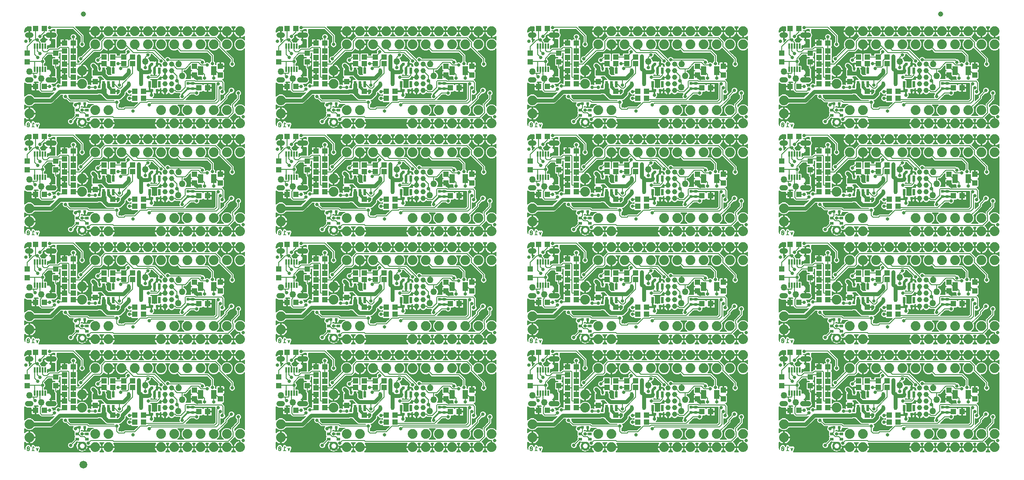
<source format=gbl>
G75*
%MOIN*%
%OFA0B0*%
%FSLAX25Y25*%
%IPPOS*%
%LPD*%
%AMOC8*
5,1,8,0,0,1.08239X$1,22.5*
%
%ADD10C,0.00800*%
%ADD11R,0.04331X0.03937*%
%ADD12C,0.07400*%
%ADD13R,0.02165X0.04724*%
%ADD14R,0.02480X0.03268*%
%ADD15R,0.03937X0.04331*%
%ADD16R,0.02362X0.02362*%
%ADD17R,0.03937X0.07087*%
%ADD18C,0.03937*%
%ADD19C,0.05000*%
%ADD20R,0.01181X0.03937*%
%ADD21C,0.03937*%
%ADD22R,0.02854X0.02055*%
%ADD23R,0.01969X0.00787*%
%ADD24R,0.00787X0.01969*%
%ADD25C,0.00039*%
%ADD26C,0.02500*%
%ADD27C,0.05906*%
%ADD28C,0.00600*%
%ADD29C,0.02600*%
%ADD30C,0.01200*%
%ADD31C,0.02400*%
%ADD32C,0.03000*%
%ADD33C,0.01000*%
%ADD34C,0.02000*%
%ADD35C,0.02900*%
D10*
X0052541Y0059777D02*
X0052583Y0059868D01*
X0052622Y0059960D01*
X0052657Y0060053D01*
X0052688Y0060148D01*
X0052716Y0060243D01*
X0052740Y0060340D01*
X0052761Y0060438D01*
X0052778Y0060536D01*
X0052791Y0060635D01*
X0052800Y0060734D01*
X0052806Y0060833D01*
X0052808Y0060933D01*
X0051030Y0060933D02*
X0051032Y0061033D01*
X0051038Y0061132D01*
X0051047Y0061231D01*
X0051060Y0061330D01*
X0051077Y0061428D01*
X0051098Y0061526D01*
X0051122Y0061623D01*
X0051150Y0061718D01*
X0051181Y0061813D01*
X0051216Y0061906D01*
X0051255Y0061998D01*
X0051297Y0062089D01*
X0051208Y0061822D02*
X0052630Y0060044D01*
X0051919Y0059333D02*
X0051868Y0059335D01*
X0051817Y0059341D01*
X0051767Y0059351D01*
X0051718Y0059364D01*
X0051670Y0059382D01*
X0051624Y0059403D01*
X0051579Y0059428D01*
X0051537Y0059456D01*
X0051496Y0059487D01*
X0051458Y0059521D01*
X0051423Y0059558D01*
X0051391Y0059598D01*
X0051363Y0059640D01*
X0051337Y0059684D01*
X0051315Y0059730D01*
X0051297Y0059778D01*
X0051919Y0059333D02*
X0051970Y0059335D01*
X0052021Y0059341D01*
X0052071Y0059351D01*
X0052120Y0059364D01*
X0052168Y0059382D01*
X0052214Y0059403D01*
X0052259Y0059428D01*
X0052301Y0059456D01*
X0052342Y0059487D01*
X0052380Y0059521D01*
X0052415Y0059558D01*
X0052447Y0059598D01*
X0052475Y0059640D01*
X0052501Y0059684D01*
X0052523Y0059730D01*
X0052541Y0059778D01*
X0051297Y0059777D02*
X0051255Y0059868D01*
X0051216Y0059960D01*
X0051181Y0060053D01*
X0051150Y0060148D01*
X0051122Y0060243D01*
X0051098Y0060340D01*
X0051077Y0060438D01*
X0051060Y0060536D01*
X0051047Y0060635D01*
X0051038Y0060734D01*
X0051032Y0060833D01*
X0051030Y0060933D01*
X0052808Y0060933D02*
X0052806Y0061033D01*
X0052800Y0061132D01*
X0052791Y0061231D01*
X0052778Y0061330D01*
X0052761Y0061428D01*
X0052740Y0061526D01*
X0052716Y0061623D01*
X0052688Y0061718D01*
X0052657Y0061813D01*
X0052622Y0061906D01*
X0052583Y0061998D01*
X0052541Y0062089D01*
X0052541Y0062088D02*
X0052523Y0062136D01*
X0052501Y0062182D01*
X0052475Y0062226D01*
X0052447Y0062268D01*
X0052415Y0062308D01*
X0052380Y0062345D01*
X0052342Y0062379D01*
X0052301Y0062410D01*
X0052259Y0062438D01*
X0052214Y0062463D01*
X0052168Y0062484D01*
X0052120Y0062502D01*
X0052071Y0062515D01*
X0052021Y0062525D01*
X0051970Y0062531D01*
X0051919Y0062533D01*
X0051868Y0062531D01*
X0051817Y0062525D01*
X0051767Y0062515D01*
X0051718Y0062502D01*
X0051670Y0062484D01*
X0051624Y0062463D01*
X0051579Y0062438D01*
X0051537Y0062410D01*
X0051496Y0062379D01*
X0051458Y0062345D01*
X0051423Y0062308D01*
X0051391Y0062268D01*
X0051363Y0062226D01*
X0051337Y0062182D01*
X0051315Y0062136D01*
X0051297Y0062088D01*
X0055519Y0062533D02*
X0055519Y0059333D01*
X0056408Y0059333D02*
X0054630Y0059333D01*
X0056408Y0061822D02*
X0055519Y0062533D01*
X0058048Y0061466D02*
X0058759Y0059333D01*
X0059470Y0061466D01*
X0058759Y0141333D02*
X0058048Y0143466D01*
X0059470Y0143466D02*
X0058759Y0141333D01*
X0056408Y0141333D02*
X0054630Y0141333D01*
X0055519Y0141333D02*
X0055519Y0144533D01*
X0056408Y0143822D01*
X0051030Y0142933D02*
X0051032Y0142833D01*
X0051038Y0142734D01*
X0051047Y0142635D01*
X0051060Y0142536D01*
X0051077Y0142438D01*
X0051098Y0142340D01*
X0051122Y0142243D01*
X0051150Y0142148D01*
X0051181Y0142053D01*
X0051216Y0141960D01*
X0051255Y0141868D01*
X0051297Y0141777D01*
X0051919Y0141333D02*
X0051970Y0141335D01*
X0052021Y0141341D01*
X0052071Y0141351D01*
X0052120Y0141364D01*
X0052168Y0141382D01*
X0052214Y0141403D01*
X0052259Y0141428D01*
X0052301Y0141456D01*
X0052342Y0141487D01*
X0052380Y0141521D01*
X0052415Y0141558D01*
X0052447Y0141598D01*
X0052475Y0141640D01*
X0052501Y0141684D01*
X0052523Y0141730D01*
X0052541Y0141778D01*
X0052630Y0142044D02*
X0051208Y0143822D01*
X0051297Y0144088D02*
X0051315Y0144136D01*
X0051337Y0144182D01*
X0051363Y0144226D01*
X0051391Y0144268D01*
X0051423Y0144308D01*
X0051458Y0144345D01*
X0051496Y0144379D01*
X0051537Y0144410D01*
X0051579Y0144438D01*
X0051624Y0144463D01*
X0051670Y0144484D01*
X0051718Y0144502D01*
X0051767Y0144515D01*
X0051817Y0144525D01*
X0051868Y0144531D01*
X0051919Y0144533D01*
X0051970Y0144531D01*
X0052021Y0144525D01*
X0052071Y0144515D01*
X0052120Y0144502D01*
X0052168Y0144484D01*
X0052214Y0144463D01*
X0052259Y0144438D01*
X0052301Y0144410D01*
X0052342Y0144379D01*
X0052380Y0144345D01*
X0052415Y0144308D01*
X0052447Y0144268D01*
X0052475Y0144226D01*
X0052501Y0144182D01*
X0052523Y0144136D01*
X0052541Y0144088D01*
X0051297Y0144089D02*
X0051255Y0143998D01*
X0051216Y0143906D01*
X0051181Y0143813D01*
X0051150Y0143718D01*
X0051122Y0143623D01*
X0051098Y0143526D01*
X0051077Y0143428D01*
X0051060Y0143330D01*
X0051047Y0143231D01*
X0051038Y0143132D01*
X0051032Y0143033D01*
X0051030Y0142933D01*
X0052808Y0142933D02*
X0052806Y0143033D01*
X0052800Y0143132D01*
X0052791Y0143231D01*
X0052778Y0143330D01*
X0052761Y0143428D01*
X0052740Y0143526D01*
X0052716Y0143623D01*
X0052688Y0143718D01*
X0052657Y0143813D01*
X0052622Y0143906D01*
X0052583Y0143998D01*
X0052541Y0144089D01*
X0051297Y0141778D02*
X0051315Y0141730D01*
X0051337Y0141684D01*
X0051363Y0141640D01*
X0051391Y0141598D01*
X0051423Y0141558D01*
X0051458Y0141521D01*
X0051496Y0141487D01*
X0051537Y0141456D01*
X0051579Y0141428D01*
X0051624Y0141403D01*
X0051670Y0141382D01*
X0051718Y0141364D01*
X0051767Y0141351D01*
X0051817Y0141341D01*
X0051868Y0141335D01*
X0051919Y0141333D01*
X0052541Y0141777D02*
X0052583Y0141868D01*
X0052622Y0141960D01*
X0052657Y0142053D01*
X0052688Y0142148D01*
X0052716Y0142243D01*
X0052740Y0142340D01*
X0052761Y0142438D01*
X0052778Y0142536D01*
X0052791Y0142635D01*
X0052800Y0142734D01*
X0052806Y0142833D01*
X0052808Y0142933D01*
X0054630Y0223333D02*
X0056408Y0223333D01*
X0055519Y0223333D02*
X0055519Y0226533D01*
X0056408Y0225822D01*
X0058048Y0225466D02*
X0058759Y0223333D01*
X0059470Y0225466D01*
X0051297Y0223777D02*
X0051255Y0223868D01*
X0051216Y0223960D01*
X0051181Y0224053D01*
X0051150Y0224148D01*
X0051122Y0224243D01*
X0051098Y0224340D01*
X0051077Y0224438D01*
X0051060Y0224536D01*
X0051047Y0224635D01*
X0051038Y0224734D01*
X0051032Y0224833D01*
X0051030Y0224933D01*
X0052808Y0224933D02*
X0052806Y0225033D01*
X0052800Y0225132D01*
X0052791Y0225231D01*
X0052778Y0225330D01*
X0052761Y0225428D01*
X0052740Y0225526D01*
X0052716Y0225623D01*
X0052688Y0225718D01*
X0052657Y0225813D01*
X0052622Y0225906D01*
X0052583Y0225998D01*
X0052541Y0226089D01*
X0052541Y0226088D02*
X0052523Y0226136D01*
X0052501Y0226182D01*
X0052475Y0226226D01*
X0052447Y0226268D01*
X0052415Y0226308D01*
X0052380Y0226345D01*
X0052342Y0226379D01*
X0052301Y0226410D01*
X0052259Y0226438D01*
X0052214Y0226463D01*
X0052168Y0226484D01*
X0052120Y0226502D01*
X0052071Y0226515D01*
X0052021Y0226525D01*
X0051970Y0226531D01*
X0051919Y0226533D01*
X0051868Y0226531D01*
X0051817Y0226525D01*
X0051767Y0226515D01*
X0051718Y0226502D01*
X0051670Y0226484D01*
X0051624Y0226463D01*
X0051579Y0226438D01*
X0051537Y0226410D01*
X0051496Y0226379D01*
X0051458Y0226345D01*
X0051423Y0226308D01*
X0051391Y0226268D01*
X0051363Y0226226D01*
X0051337Y0226182D01*
X0051315Y0226136D01*
X0051297Y0226088D01*
X0051208Y0225822D02*
X0052630Y0224044D01*
X0051919Y0223333D02*
X0051868Y0223335D01*
X0051817Y0223341D01*
X0051767Y0223351D01*
X0051718Y0223364D01*
X0051670Y0223382D01*
X0051624Y0223403D01*
X0051579Y0223428D01*
X0051537Y0223456D01*
X0051496Y0223487D01*
X0051458Y0223521D01*
X0051423Y0223558D01*
X0051391Y0223598D01*
X0051363Y0223640D01*
X0051337Y0223684D01*
X0051315Y0223730D01*
X0051297Y0223778D01*
X0051919Y0223333D02*
X0051970Y0223335D01*
X0052021Y0223341D01*
X0052071Y0223351D01*
X0052120Y0223364D01*
X0052168Y0223382D01*
X0052214Y0223403D01*
X0052259Y0223428D01*
X0052301Y0223456D01*
X0052342Y0223487D01*
X0052380Y0223521D01*
X0052415Y0223558D01*
X0052447Y0223598D01*
X0052475Y0223640D01*
X0052501Y0223684D01*
X0052523Y0223730D01*
X0052541Y0223778D01*
X0051030Y0224933D02*
X0051032Y0225033D01*
X0051038Y0225132D01*
X0051047Y0225231D01*
X0051060Y0225330D01*
X0051077Y0225428D01*
X0051098Y0225526D01*
X0051122Y0225623D01*
X0051150Y0225718D01*
X0051181Y0225813D01*
X0051216Y0225906D01*
X0051255Y0225998D01*
X0051297Y0226089D01*
X0052808Y0224933D02*
X0052806Y0224833D01*
X0052800Y0224734D01*
X0052791Y0224635D01*
X0052778Y0224536D01*
X0052761Y0224438D01*
X0052740Y0224340D01*
X0052716Y0224243D01*
X0052688Y0224148D01*
X0052657Y0224053D01*
X0052622Y0223960D01*
X0052583Y0223868D01*
X0052541Y0223777D01*
X0243541Y0223777D02*
X0243583Y0223868D01*
X0243622Y0223960D01*
X0243657Y0224053D01*
X0243688Y0224148D01*
X0243716Y0224243D01*
X0243740Y0224340D01*
X0243761Y0224438D01*
X0243778Y0224536D01*
X0243791Y0224635D01*
X0243800Y0224734D01*
X0243806Y0224833D01*
X0243808Y0224933D01*
X0242030Y0224933D02*
X0242032Y0225033D01*
X0242038Y0225132D01*
X0242047Y0225231D01*
X0242060Y0225330D01*
X0242077Y0225428D01*
X0242098Y0225526D01*
X0242122Y0225623D01*
X0242150Y0225718D01*
X0242181Y0225813D01*
X0242216Y0225906D01*
X0242255Y0225998D01*
X0242297Y0226089D01*
X0242208Y0225822D02*
X0243630Y0224044D01*
X0242919Y0223333D02*
X0242868Y0223335D01*
X0242817Y0223341D01*
X0242767Y0223351D01*
X0242718Y0223364D01*
X0242670Y0223382D01*
X0242624Y0223403D01*
X0242579Y0223428D01*
X0242537Y0223456D01*
X0242496Y0223487D01*
X0242458Y0223521D01*
X0242423Y0223558D01*
X0242391Y0223598D01*
X0242363Y0223640D01*
X0242337Y0223684D01*
X0242315Y0223730D01*
X0242297Y0223778D01*
X0242919Y0223333D02*
X0242970Y0223335D01*
X0243021Y0223341D01*
X0243071Y0223351D01*
X0243120Y0223364D01*
X0243168Y0223382D01*
X0243214Y0223403D01*
X0243259Y0223428D01*
X0243301Y0223456D01*
X0243342Y0223487D01*
X0243380Y0223521D01*
X0243415Y0223558D01*
X0243447Y0223598D01*
X0243475Y0223640D01*
X0243501Y0223684D01*
X0243523Y0223730D01*
X0243541Y0223778D01*
X0242297Y0223777D02*
X0242255Y0223868D01*
X0242216Y0223960D01*
X0242181Y0224053D01*
X0242150Y0224148D01*
X0242122Y0224243D01*
X0242098Y0224340D01*
X0242077Y0224438D01*
X0242060Y0224536D01*
X0242047Y0224635D01*
X0242038Y0224734D01*
X0242032Y0224833D01*
X0242030Y0224933D01*
X0243808Y0224933D02*
X0243806Y0225033D01*
X0243800Y0225132D01*
X0243791Y0225231D01*
X0243778Y0225330D01*
X0243761Y0225428D01*
X0243740Y0225526D01*
X0243716Y0225623D01*
X0243688Y0225718D01*
X0243657Y0225813D01*
X0243622Y0225906D01*
X0243583Y0225998D01*
X0243541Y0226089D01*
X0243541Y0226088D02*
X0243523Y0226136D01*
X0243501Y0226182D01*
X0243475Y0226226D01*
X0243447Y0226268D01*
X0243415Y0226308D01*
X0243380Y0226345D01*
X0243342Y0226379D01*
X0243301Y0226410D01*
X0243259Y0226438D01*
X0243214Y0226463D01*
X0243168Y0226484D01*
X0243120Y0226502D01*
X0243071Y0226515D01*
X0243021Y0226525D01*
X0242970Y0226531D01*
X0242919Y0226533D01*
X0242868Y0226531D01*
X0242817Y0226525D01*
X0242767Y0226515D01*
X0242718Y0226502D01*
X0242670Y0226484D01*
X0242624Y0226463D01*
X0242579Y0226438D01*
X0242537Y0226410D01*
X0242496Y0226379D01*
X0242458Y0226345D01*
X0242423Y0226308D01*
X0242391Y0226268D01*
X0242363Y0226226D01*
X0242337Y0226182D01*
X0242315Y0226136D01*
X0242297Y0226088D01*
X0246519Y0226533D02*
X0246519Y0223333D01*
X0247408Y0223333D02*
X0245630Y0223333D01*
X0247408Y0225822D02*
X0246519Y0226533D01*
X0249048Y0225466D02*
X0249759Y0223333D01*
X0250470Y0225466D01*
X0434541Y0223777D02*
X0434583Y0223868D01*
X0434622Y0223960D01*
X0434657Y0224053D01*
X0434688Y0224148D01*
X0434716Y0224243D01*
X0434740Y0224340D01*
X0434761Y0224438D01*
X0434778Y0224536D01*
X0434791Y0224635D01*
X0434800Y0224734D01*
X0434806Y0224833D01*
X0434808Y0224933D01*
X0433030Y0224933D02*
X0433032Y0225033D01*
X0433038Y0225132D01*
X0433047Y0225231D01*
X0433060Y0225330D01*
X0433077Y0225428D01*
X0433098Y0225526D01*
X0433122Y0225623D01*
X0433150Y0225718D01*
X0433181Y0225813D01*
X0433216Y0225906D01*
X0433255Y0225998D01*
X0433297Y0226089D01*
X0433208Y0225822D02*
X0434630Y0224044D01*
X0433919Y0223333D02*
X0433868Y0223335D01*
X0433817Y0223341D01*
X0433767Y0223351D01*
X0433718Y0223364D01*
X0433670Y0223382D01*
X0433624Y0223403D01*
X0433579Y0223428D01*
X0433537Y0223456D01*
X0433496Y0223487D01*
X0433458Y0223521D01*
X0433423Y0223558D01*
X0433391Y0223598D01*
X0433363Y0223640D01*
X0433337Y0223684D01*
X0433315Y0223730D01*
X0433297Y0223778D01*
X0433919Y0223333D02*
X0433970Y0223335D01*
X0434021Y0223341D01*
X0434071Y0223351D01*
X0434120Y0223364D01*
X0434168Y0223382D01*
X0434214Y0223403D01*
X0434259Y0223428D01*
X0434301Y0223456D01*
X0434342Y0223487D01*
X0434380Y0223521D01*
X0434415Y0223558D01*
X0434447Y0223598D01*
X0434475Y0223640D01*
X0434501Y0223684D01*
X0434523Y0223730D01*
X0434541Y0223778D01*
X0433297Y0223777D02*
X0433255Y0223868D01*
X0433216Y0223960D01*
X0433181Y0224053D01*
X0433150Y0224148D01*
X0433122Y0224243D01*
X0433098Y0224340D01*
X0433077Y0224438D01*
X0433060Y0224536D01*
X0433047Y0224635D01*
X0433038Y0224734D01*
X0433032Y0224833D01*
X0433030Y0224933D01*
X0434808Y0224933D02*
X0434806Y0225033D01*
X0434800Y0225132D01*
X0434791Y0225231D01*
X0434778Y0225330D01*
X0434761Y0225428D01*
X0434740Y0225526D01*
X0434716Y0225623D01*
X0434688Y0225718D01*
X0434657Y0225813D01*
X0434622Y0225906D01*
X0434583Y0225998D01*
X0434541Y0226089D01*
X0434541Y0226088D02*
X0434523Y0226136D01*
X0434501Y0226182D01*
X0434475Y0226226D01*
X0434447Y0226268D01*
X0434415Y0226308D01*
X0434380Y0226345D01*
X0434342Y0226379D01*
X0434301Y0226410D01*
X0434259Y0226438D01*
X0434214Y0226463D01*
X0434168Y0226484D01*
X0434120Y0226502D01*
X0434071Y0226515D01*
X0434021Y0226525D01*
X0433970Y0226531D01*
X0433919Y0226533D01*
X0433868Y0226531D01*
X0433817Y0226525D01*
X0433767Y0226515D01*
X0433718Y0226502D01*
X0433670Y0226484D01*
X0433624Y0226463D01*
X0433579Y0226438D01*
X0433537Y0226410D01*
X0433496Y0226379D01*
X0433458Y0226345D01*
X0433423Y0226308D01*
X0433391Y0226268D01*
X0433363Y0226226D01*
X0433337Y0226182D01*
X0433315Y0226136D01*
X0433297Y0226088D01*
X0437519Y0226533D02*
X0437519Y0223333D01*
X0438408Y0223333D02*
X0436630Y0223333D01*
X0438408Y0225822D02*
X0437519Y0226533D01*
X0440048Y0225466D02*
X0440759Y0223333D01*
X0441470Y0225466D01*
X0625541Y0223777D02*
X0625583Y0223868D01*
X0625622Y0223960D01*
X0625657Y0224053D01*
X0625688Y0224148D01*
X0625716Y0224243D01*
X0625740Y0224340D01*
X0625761Y0224438D01*
X0625778Y0224536D01*
X0625791Y0224635D01*
X0625800Y0224734D01*
X0625806Y0224833D01*
X0625808Y0224933D01*
X0624030Y0224933D02*
X0624032Y0225033D01*
X0624038Y0225132D01*
X0624047Y0225231D01*
X0624060Y0225330D01*
X0624077Y0225428D01*
X0624098Y0225526D01*
X0624122Y0225623D01*
X0624150Y0225718D01*
X0624181Y0225813D01*
X0624216Y0225906D01*
X0624255Y0225998D01*
X0624297Y0226089D01*
X0624208Y0225822D02*
X0625630Y0224044D01*
X0624919Y0223333D02*
X0624868Y0223335D01*
X0624817Y0223341D01*
X0624767Y0223351D01*
X0624718Y0223364D01*
X0624670Y0223382D01*
X0624624Y0223403D01*
X0624579Y0223428D01*
X0624537Y0223456D01*
X0624496Y0223487D01*
X0624458Y0223521D01*
X0624423Y0223558D01*
X0624391Y0223598D01*
X0624363Y0223640D01*
X0624337Y0223684D01*
X0624315Y0223730D01*
X0624297Y0223778D01*
X0624919Y0223333D02*
X0624970Y0223335D01*
X0625021Y0223341D01*
X0625071Y0223351D01*
X0625120Y0223364D01*
X0625168Y0223382D01*
X0625214Y0223403D01*
X0625259Y0223428D01*
X0625301Y0223456D01*
X0625342Y0223487D01*
X0625380Y0223521D01*
X0625415Y0223558D01*
X0625447Y0223598D01*
X0625475Y0223640D01*
X0625501Y0223684D01*
X0625523Y0223730D01*
X0625541Y0223778D01*
X0624297Y0223777D02*
X0624255Y0223868D01*
X0624216Y0223960D01*
X0624181Y0224053D01*
X0624150Y0224148D01*
X0624122Y0224243D01*
X0624098Y0224340D01*
X0624077Y0224438D01*
X0624060Y0224536D01*
X0624047Y0224635D01*
X0624038Y0224734D01*
X0624032Y0224833D01*
X0624030Y0224933D01*
X0625808Y0224933D02*
X0625806Y0225033D01*
X0625800Y0225132D01*
X0625791Y0225231D01*
X0625778Y0225330D01*
X0625761Y0225428D01*
X0625740Y0225526D01*
X0625716Y0225623D01*
X0625688Y0225718D01*
X0625657Y0225813D01*
X0625622Y0225906D01*
X0625583Y0225998D01*
X0625541Y0226089D01*
X0625541Y0226088D02*
X0625523Y0226136D01*
X0625501Y0226182D01*
X0625475Y0226226D01*
X0625447Y0226268D01*
X0625415Y0226308D01*
X0625380Y0226345D01*
X0625342Y0226379D01*
X0625301Y0226410D01*
X0625259Y0226438D01*
X0625214Y0226463D01*
X0625168Y0226484D01*
X0625120Y0226502D01*
X0625071Y0226515D01*
X0625021Y0226525D01*
X0624970Y0226531D01*
X0624919Y0226533D01*
X0624868Y0226531D01*
X0624817Y0226525D01*
X0624767Y0226515D01*
X0624718Y0226502D01*
X0624670Y0226484D01*
X0624624Y0226463D01*
X0624579Y0226438D01*
X0624537Y0226410D01*
X0624496Y0226379D01*
X0624458Y0226345D01*
X0624423Y0226308D01*
X0624391Y0226268D01*
X0624363Y0226226D01*
X0624337Y0226182D01*
X0624315Y0226136D01*
X0624297Y0226088D01*
X0628519Y0226533D02*
X0628519Y0223333D01*
X0629408Y0223333D02*
X0627630Y0223333D01*
X0629408Y0225822D02*
X0628519Y0226533D01*
X0631048Y0225466D02*
X0631759Y0223333D01*
X0632470Y0225466D01*
X0631759Y0305333D02*
X0631048Y0307466D01*
X0632470Y0307466D02*
X0631759Y0305333D01*
X0629408Y0305333D02*
X0627630Y0305333D01*
X0628519Y0305333D02*
X0628519Y0308533D01*
X0629408Y0307822D01*
X0624030Y0306933D02*
X0624032Y0306833D01*
X0624038Y0306734D01*
X0624047Y0306635D01*
X0624060Y0306536D01*
X0624077Y0306438D01*
X0624098Y0306340D01*
X0624122Y0306243D01*
X0624150Y0306148D01*
X0624181Y0306053D01*
X0624216Y0305960D01*
X0624255Y0305868D01*
X0624297Y0305777D01*
X0624919Y0305333D02*
X0624970Y0305335D01*
X0625021Y0305341D01*
X0625071Y0305351D01*
X0625120Y0305364D01*
X0625168Y0305382D01*
X0625214Y0305403D01*
X0625259Y0305428D01*
X0625301Y0305456D01*
X0625342Y0305487D01*
X0625380Y0305521D01*
X0625415Y0305558D01*
X0625447Y0305598D01*
X0625475Y0305640D01*
X0625501Y0305684D01*
X0625523Y0305730D01*
X0625541Y0305778D01*
X0625630Y0306044D02*
X0624208Y0307822D01*
X0624297Y0308088D02*
X0624315Y0308136D01*
X0624337Y0308182D01*
X0624363Y0308226D01*
X0624391Y0308268D01*
X0624423Y0308308D01*
X0624458Y0308345D01*
X0624496Y0308379D01*
X0624537Y0308410D01*
X0624579Y0308438D01*
X0624624Y0308463D01*
X0624670Y0308484D01*
X0624718Y0308502D01*
X0624767Y0308515D01*
X0624817Y0308525D01*
X0624868Y0308531D01*
X0624919Y0308533D01*
X0624970Y0308531D01*
X0625021Y0308525D01*
X0625071Y0308515D01*
X0625120Y0308502D01*
X0625168Y0308484D01*
X0625214Y0308463D01*
X0625259Y0308438D01*
X0625301Y0308410D01*
X0625342Y0308379D01*
X0625380Y0308345D01*
X0625415Y0308308D01*
X0625447Y0308268D01*
X0625475Y0308226D01*
X0625501Y0308182D01*
X0625523Y0308136D01*
X0625541Y0308088D01*
X0624297Y0308089D02*
X0624255Y0307998D01*
X0624216Y0307906D01*
X0624181Y0307813D01*
X0624150Y0307718D01*
X0624122Y0307623D01*
X0624098Y0307526D01*
X0624077Y0307428D01*
X0624060Y0307330D01*
X0624047Y0307231D01*
X0624038Y0307132D01*
X0624032Y0307033D01*
X0624030Y0306933D01*
X0625808Y0306933D02*
X0625806Y0307033D01*
X0625800Y0307132D01*
X0625791Y0307231D01*
X0625778Y0307330D01*
X0625761Y0307428D01*
X0625740Y0307526D01*
X0625716Y0307623D01*
X0625688Y0307718D01*
X0625657Y0307813D01*
X0625622Y0307906D01*
X0625583Y0307998D01*
X0625541Y0308089D01*
X0624297Y0305778D02*
X0624315Y0305730D01*
X0624337Y0305684D01*
X0624363Y0305640D01*
X0624391Y0305598D01*
X0624423Y0305558D01*
X0624458Y0305521D01*
X0624496Y0305487D01*
X0624537Y0305456D01*
X0624579Y0305428D01*
X0624624Y0305403D01*
X0624670Y0305382D01*
X0624718Y0305364D01*
X0624767Y0305351D01*
X0624817Y0305341D01*
X0624868Y0305335D01*
X0624919Y0305333D01*
X0625541Y0305777D02*
X0625583Y0305868D01*
X0625622Y0305960D01*
X0625657Y0306053D01*
X0625688Y0306148D01*
X0625716Y0306243D01*
X0625740Y0306340D01*
X0625761Y0306438D01*
X0625778Y0306536D01*
X0625791Y0306635D01*
X0625800Y0306734D01*
X0625806Y0306833D01*
X0625808Y0306933D01*
X0441470Y0307466D02*
X0440759Y0305333D01*
X0440048Y0307466D01*
X0438408Y0307822D02*
X0437519Y0308533D01*
X0437519Y0305333D01*
X0438408Y0305333D02*
X0436630Y0305333D01*
X0433297Y0305777D02*
X0433255Y0305868D01*
X0433216Y0305960D01*
X0433181Y0306053D01*
X0433150Y0306148D01*
X0433122Y0306243D01*
X0433098Y0306340D01*
X0433077Y0306438D01*
X0433060Y0306536D01*
X0433047Y0306635D01*
X0433038Y0306734D01*
X0433032Y0306833D01*
X0433030Y0306933D01*
X0434808Y0306933D02*
X0434806Y0307033D01*
X0434800Y0307132D01*
X0434791Y0307231D01*
X0434778Y0307330D01*
X0434761Y0307428D01*
X0434740Y0307526D01*
X0434716Y0307623D01*
X0434688Y0307718D01*
X0434657Y0307813D01*
X0434622Y0307906D01*
X0434583Y0307998D01*
X0434541Y0308089D01*
X0434541Y0308088D02*
X0434523Y0308136D01*
X0434501Y0308182D01*
X0434475Y0308226D01*
X0434447Y0308268D01*
X0434415Y0308308D01*
X0434380Y0308345D01*
X0434342Y0308379D01*
X0434301Y0308410D01*
X0434259Y0308438D01*
X0434214Y0308463D01*
X0434168Y0308484D01*
X0434120Y0308502D01*
X0434071Y0308515D01*
X0434021Y0308525D01*
X0433970Y0308531D01*
X0433919Y0308533D01*
X0433868Y0308531D01*
X0433817Y0308525D01*
X0433767Y0308515D01*
X0433718Y0308502D01*
X0433670Y0308484D01*
X0433624Y0308463D01*
X0433579Y0308438D01*
X0433537Y0308410D01*
X0433496Y0308379D01*
X0433458Y0308345D01*
X0433423Y0308308D01*
X0433391Y0308268D01*
X0433363Y0308226D01*
X0433337Y0308182D01*
X0433315Y0308136D01*
X0433297Y0308088D01*
X0433208Y0307822D02*
X0434630Y0306044D01*
X0433919Y0305333D02*
X0433868Y0305335D01*
X0433817Y0305341D01*
X0433767Y0305351D01*
X0433718Y0305364D01*
X0433670Y0305382D01*
X0433624Y0305403D01*
X0433579Y0305428D01*
X0433537Y0305456D01*
X0433496Y0305487D01*
X0433458Y0305521D01*
X0433423Y0305558D01*
X0433391Y0305598D01*
X0433363Y0305640D01*
X0433337Y0305684D01*
X0433315Y0305730D01*
X0433297Y0305778D01*
X0433919Y0305333D02*
X0433970Y0305335D01*
X0434021Y0305341D01*
X0434071Y0305351D01*
X0434120Y0305364D01*
X0434168Y0305382D01*
X0434214Y0305403D01*
X0434259Y0305428D01*
X0434301Y0305456D01*
X0434342Y0305487D01*
X0434380Y0305521D01*
X0434415Y0305558D01*
X0434447Y0305598D01*
X0434475Y0305640D01*
X0434501Y0305684D01*
X0434523Y0305730D01*
X0434541Y0305778D01*
X0433030Y0306933D02*
X0433032Y0307033D01*
X0433038Y0307132D01*
X0433047Y0307231D01*
X0433060Y0307330D01*
X0433077Y0307428D01*
X0433098Y0307526D01*
X0433122Y0307623D01*
X0433150Y0307718D01*
X0433181Y0307813D01*
X0433216Y0307906D01*
X0433255Y0307998D01*
X0433297Y0308089D01*
X0434808Y0306933D02*
X0434806Y0306833D01*
X0434800Y0306734D01*
X0434791Y0306635D01*
X0434778Y0306536D01*
X0434761Y0306438D01*
X0434740Y0306340D01*
X0434716Y0306243D01*
X0434688Y0306148D01*
X0434657Y0306053D01*
X0434622Y0305960D01*
X0434583Y0305868D01*
X0434541Y0305777D01*
X0250470Y0307466D02*
X0249759Y0305333D01*
X0249048Y0307466D01*
X0247408Y0307822D02*
X0246519Y0308533D01*
X0246519Y0305333D01*
X0247408Y0305333D02*
X0245630Y0305333D01*
X0242297Y0305777D02*
X0242255Y0305868D01*
X0242216Y0305960D01*
X0242181Y0306053D01*
X0242150Y0306148D01*
X0242122Y0306243D01*
X0242098Y0306340D01*
X0242077Y0306438D01*
X0242060Y0306536D01*
X0242047Y0306635D01*
X0242038Y0306734D01*
X0242032Y0306833D01*
X0242030Y0306933D01*
X0243808Y0306933D02*
X0243806Y0307033D01*
X0243800Y0307132D01*
X0243791Y0307231D01*
X0243778Y0307330D01*
X0243761Y0307428D01*
X0243740Y0307526D01*
X0243716Y0307623D01*
X0243688Y0307718D01*
X0243657Y0307813D01*
X0243622Y0307906D01*
X0243583Y0307998D01*
X0243541Y0308089D01*
X0243541Y0308088D02*
X0243523Y0308136D01*
X0243501Y0308182D01*
X0243475Y0308226D01*
X0243447Y0308268D01*
X0243415Y0308308D01*
X0243380Y0308345D01*
X0243342Y0308379D01*
X0243301Y0308410D01*
X0243259Y0308438D01*
X0243214Y0308463D01*
X0243168Y0308484D01*
X0243120Y0308502D01*
X0243071Y0308515D01*
X0243021Y0308525D01*
X0242970Y0308531D01*
X0242919Y0308533D01*
X0242868Y0308531D01*
X0242817Y0308525D01*
X0242767Y0308515D01*
X0242718Y0308502D01*
X0242670Y0308484D01*
X0242624Y0308463D01*
X0242579Y0308438D01*
X0242537Y0308410D01*
X0242496Y0308379D01*
X0242458Y0308345D01*
X0242423Y0308308D01*
X0242391Y0308268D01*
X0242363Y0308226D01*
X0242337Y0308182D01*
X0242315Y0308136D01*
X0242297Y0308088D01*
X0242208Y0307822D02*
X0243630Y0306044D01*
X0242919Y0305333D02*
X0242868Y0305335D01*
X0242817Y0305341D01*
X0242767Y0305351D01*
X0242718Y0305364D01*
X0242670Y0305382D01*
X0242624Y0305403D01*
X0242579Y0305428D01*
X0242537Y0305456D01*
X0242496Y0305487D01*
X0242458Y0305521D01*
X0242423Y0305558D01*
X0242391Y0305598D01*
X0242363Y0305640D01*
X0242337Y0305684D01*
X0242315Y0305730D01*
X0242297Y0305778D01*
X0242919Y0305333D02*
X0242970Y0305335D01*
X0243021Y0305341D01*
X0243071Y0305351D01*
X0243120Y0305364D01*
X0243168Y0305382D01*
X0243214Y0305403D01*
X0243259Y0305428D01*
X0243301Y0305456D01*
X0243342Y0305487D01*
X0243380Y0305521D01*
X0243415Y0305558D01*
X0243447Y0305598D01*
X0243475Y0305640D01*
X0243501Y0305684D01*
X0243523Y0305730D01*
X0243541Y0305778D01*
X0242030Y0306933D02*
X0242032Y0307033D01*
X0242038Y0307132D01*
X0242047Y0307231D01*
X0242060Y0307330D01*
X0242077Y0307428D01*
X0242098Y0307526D01*
X0242122Y0307623D01*
X0242150Y0307718D01*
X0242181Y0307813D01*
X0242216Y0307906D01*
X0242255Y0307998D01*
X0242297Y0308089D01*
X0243808Y0306933D02*
X0243806Y0306833D01*
X0243800Y0306734D01*
X0243791Y0306635D01*
X0243778Y0306536D01*
X0243761Y0306438D01*
X0243740Y0306340D01*
X0243716Y0306243D01*
X0243688Y0306148D01*
X0243657Y0306053D01*
X0243622Y0305960D01*
X0243583Y0305868D01*
X0243541Y0305777D01*
X0059470Y0307466D02*
X0058759Y0305333D01*
X0058048Y0307466D01*
X0056408Y0307822D02*
X0055519Y0308533D01*
X0055519Y0305333D01*
X0056408Y0305333D02*
X0054630Y0305333D01*
X0051297Y0305777D02*
X0051255Y0305868D01*
X0051216Y0305960D01*
X0051181Y0306053D01*
X0051150Y0306148D01*
X0051122Y0306243D01*
X0051098Y0306340D01*
X0051077Y0306438D01*
X0051060Y0306536D01*
X0051047Y0306635D01*
X0051038Y0306734D01*
X0051032Y0306833D01*
X0051030Y0306933D01*
X0052808Y0306933D02*
X0052806Y0307033D01*
X0052800Y0307132D01*
X0052791Y0307231D01*
X0052778Y0307330D01*
X0052761Y0307428D01*
X0052740Y0307526D01*
X0052716Y0307623D01*
X0052688Y0307718D01*
X0052657Y0307813D01*
X0052622Y0307906D01*
X0052583Y0307998D01*
X0052541Y0308089D01*
X0052541Y0308088D02*
X0052523Y0308136D01*
X0052501Y0308182D01*
X0052475Y0308226D01*
X0052447Y0308268D01*
X0052415Y0308308D01*
X0052380Y0308345D01*
X0052342Y0308379D01*
X0052301Y0308410D01*
X0052259Y0308438D01*
X0052214Y0308463D01*
X0052168Y0308484D01*
X0052120Y0308502D01*
X0052071Y0308515D01*
X0052021Y0308525D01*
X0051970Y0308531D01*
X0051919Y0308533D01*
X0051868Y0308531D01*
X0051817Y0308525D01*
X0051767Y0308515D01*
X0051718Y0308502D01*
X0051670Y0308484D01*
X0051624Y0308463D01*
X0051579Y0308438D01*
X0051537Y0308410D01*
X0051496Y0308379D01*
X0051458Y0308345D01*
X0051423Y0308308D01*
X0051391Y0308268D01*
X0051363Y0308226D01*
X0051337Y0308182D01*
X0051315Y0308136D01*
X0051297Y0308088D01*
X0051208Y0307822D02*
X0052630Y0306044D01*
X0051919Y0305333D02*
X0051868Y0305335D01*
X0051817Y0305341D01*
X0051767Y0305351D01*
X0051718Y0305364D01*
X0051670Y0305382D01*
X0051624Y0305403D01*
X0051579Y0305428D01*
X0051537Y0305456D01*
X0051496Y0305487D01*
X0051458Y0305521D01*
X0051423Y0305558D01*
X0051391Y0305598D01*
X0051363Y0305640D01*
X0051337Y0305684D01*
X0051315Y0305730D01*
X0051297Y0305778D01*
X0051919Y0305333D02*
X0051970Y0305335D01*
X0052021Y0305341D01*
X0052071Y0305351D01*
X0052120Y0305364D01*
X0052168Y0305382D01*
X0052214Y0305403D01*
X0052259Y0305428D01*
X0052301Y0305456D01*
X0052342Y0305487D01*
X0052380Y0305521D01*
X0052415Y0305558D01*
X0052447Y0305598D01*
X0052475Y0305640D01*
X0052501Y0305684D01*
X0052523Y0305730D01*
X0052541Y0305778D01*
X0051030Y0306933D02*
X0051032Y0307033D01*
X0051038Y0307132D01*
X0051047Y0307231D01*
X0051060Y0307330D01*
X0051077Y0307428D01*
X0051098Y0307526D01*
X0051122Y0307623D01*
X0051150Y0307718D01*
X0051181Y0307813D01*
X0051216Y0307906D01*
X0051255Y0307998D01*
X0051297Y0308089D01*
X0052808Y0306933D02*
X0052806Y0306833D01*
X0052800Y0306734D01*
X0052791Y0306635D01*
X0052778Y0306536D01*
X0052761Y0306438D01*
X0052740Y0306340D01*
X0052716Y0306243D01*
X0052688Y0306148D01*
X0052657Y0306053D01*
X0052622Y0305960D01*
X0052583Y0305868D01*
X0052541Y0305777D01*
X0243808Y0142933D02*
X0243806Y0142833D01*
X0243800Y0142734D01*
X0243791Y0142635D01*
X0243778Y0142536D01*
X0243761Y0142438D01*
X0243740Y0142340D01*
X0243716Y0142243D01*
X0243688Y0142148D01*
X0243657Y0142053D01*
X0243622Y0141960D01*
X0243583Y0141868D01*
X0243541Y0141777D01*
X0243630Y0142044D02*
X0242208Y0143822D01*
X0242297Y0144088D02*
X0242315Y0144136D01*
X0242337Y0144182D01*
X0242363Y0144226D01*
X0242391Y0144268D01*
X0242423Y0144308D01*
X0242458Y0144345D01*
X0242496Y0144379D01*
X0242537Y0144410D01*
X0242579Y0144438D01*
X0242624Y0144463D01*
X0242670Y0144484D01*
X0242718Y0144502D01*
X0242767Y0144515D01*
X0242817Y0144525D01*
X0242868Y0144531D01*
X0242919Y0144533D01*
X0242970Y0144531D01*
X0243021Y0144525D01*
X0243071Y0144515D01*
X0243120Y0144502D01*
X0243168Y0144484D01*
X0243214Y0144463D01*
X0243259Y0144438D01*
X0243301Y0144410D01*
X0243342Y0144379D01*
X0243380Y0144345D01*
X0243415Y0144308D01*
X0243447Y0144268D01*
X0243475Y0144226D01*
X0243501Y0144182D01*
X0243523Y0144136D01*
X0243541Y0144088D01*
X0242297Y0144089D02*
X0242255Y0143998D01*
X0242216Y0143906D01*
X0242181Y0143813D01*
X0242150Y0143718D01*
X0242122Y0143623D01*
X0242098Y0143526D01*
X0242077Y0143428D01*
X0242060Y0143330D01*
X0242047Y0143231D01*
X0242038Y0143132D01*
X0242032Y0143033D01*
X0242030Y0142933D01*
X0243808Y0142933D02*
X0243806Y0143033D01*
X0243800Y0143132D01*
X0243791Y0143231D01*
X0243778Y0143330D01*
X0243761Y0143428D01*
X0243740Y0143526D01*
X0243716Y0143623D01*
X0243688Y0143718D01*
X0243657Y0143813D01*
X0243622Y0143906D01*
X0243583Y0143998D01*
X0243541Y0144089D01*
X0242030Y0142933D02*
X0242032Y0142833D01*
X0242038Y0142734D01*
X0242047Y0142635D01*
X0242060Y0142536D01*
X0242077Y0142438D01*
X0242098Y0142340D01*
X0242122Y0142243D01*
X0242150Y0142148D01*
X0242181Y0142053D01*
X0242216Y0141960D01*
X0242255Y0141868D01*
X0242297Y0141777D01*
X0242919Y0141333D02*
X0242970Y0141335D01*
X0243021Y0141341D01*
X0243071Y0141351D01*
X0243120Y0141364D01*
X0243168Y0141382D01*
X0243214Y0141403D01*
X0243259Y0141428D01*
X0243301Y0141456D01*
X0243342Y0141487D01*
X0243380Y0141521D01*
X0243415Y0141558D01*
X0243447Y0141598D01*
X0243475Y0141640D01*
X0243501Y0141684D01*
X0243523Y0141730D01*
X0243541Y0141778D01*
X0242919Y0141333D02*
X0242868Y0141335D01*
X0242817Y0141341D01*
X0242767Y0141351D01*
X0242718Y0141364D01*
X0242670Y0141382D01*
X0242624Y0141403D01*
X0242579Y0141428D01*
X0242537Y0141456D01*
X0242496Y0141487D01*
X0242458Y0141521D01*
X0242423Y0141558D01*
X0242391Y0141598D01*
X0242363Y0141640D01*
X0242337Y0141684D01*
X0242315Y0141730D01*
X0242297Y0141778D01*
X0245630Y0141333D02*
X0247408Y0141333D01*
X0246519Y0141333D02*
X0246519Y0144533D01*
X0247408Y0143822D01*
X0249048Y0143466D02*
X0249759Y0141333D01*
X0250470Y0143466D01*
X0434541Y0141777D02*
X0434583Y0141868D01*
X0434622Y0141960D01*
X0434657Y0142053D01*
X0434688Y0142148D01*
X0434716Y0142243D01*
X0434740Y0142340D01*
X0434761Y0142438D01*
X0434778Y0142536D01*
X0434791Y0142635D01*
X0434800Y0142734D01*
X0434806Y0142833D01*
X0434808Y0142933D01*
X0433030Y0142933D02*
X0433032Y0143033D01*
X0433038Y0143132D01*
X0433047Y0143231D01*
X0433060Y0143330D01*
X0433077Y0143428D01*
X0433098Y0143526D01*
X0433122Y0143623D01*
X0433150Y0143718D01*
X0433181Y0143813D01*
X0433216Y0143906D01*
X0433255Y0143998D01*
X0433297Y0144089D01*
X0433208Y0143822D02*
X0434630Y0142044D01*
X0433919Y0141333D02*
X0433868Y0141335D01*
X0433817Y0141341D01*
X0433767Y0141351D01*
X0433718Y0141364D01*
X0433670Y0141382D01*
X0433624Y0141403D01*
X0433579Y0141428D01*
X0433537Y0141456D01*
X0433496Y0141487D01*
X0433458Y0141521D01*
X0433423Y0141558D01*
X0433391Y0141598D01*
X0433363Y0141640D01*
X0433337Y0141684D01*
X0433315Y0141730D01*
X0433297Y0141778D01*
X0433919Y0141333D02*
X0433970Y0141335D01*
X0434021Y0141341D01*
X0434071Y0141351D01*
X0434120Y0141364D01*
X0434168Y0141382D01*
X0434214Y0141403D01*
X0434259Y0141428D01*
X0434301Y0141456D01*
X0434342Y0141487D01*
X0434380Y0141521D01*
X0434415Y0141558D01*
X0434447Y0141598D01*
X0434475Y0141640D01*
X0434501Y0141684D01*
X0434523Y0141730D01*
X0434541Y0141778D01*
X0433297Y0141777D02*
X0433255Y0141868D01*
X0433216Y0141960D01*
X0433181Y0142053D01*
X0433150Y0142148D01*
X0433122Y0142243D01*
X0433098Y0142340D01*
X0433077Y0142438D01*
X0433060Y0142536D01*
X0433047Y0142635D01*
X0433038Y0142734D01*
X0433032Y0142833D01*
X0433030Y0142933D01*
X0434808Y0142933D02*
X0434806Y0143033D01*
X0434800Y0143132D01*
X0434791Y0143231D01*
X0434778Y0143330D01*
X0434761Y0143428D01*
X0434740Y0143526D01*
X0434716Y0143623D01*
X0434688Y0143718D01*
X0434657Y0143813D01*
X0434622Y0143906D01*
X0434583Y0143998D01*
X0434541Y0144089D01*
X0434541Y0144088D02*
X0434523Y0144136D01*
X0434501Y0144182D01*
X0434475Y0144226D01*
X0434447Y0144268D01*
X0434415Y0144308D01*
X0434380Y0144345D01*
X0434342Y0144379D01*
X0434301Y0144410D01*
X0434259Y0144438D01*
X0434214Y0144463D01*
X0434168Y0144484D01*
X0434120Y0144502D01*
X0434071Y0144515D01*
X0434021Y0144525D01*
X0433970Y0144531D01*
X0433919Y0144533D01*
X0433868Y0144531D01*
X0433817Y0144525D01*
X0433767Y0144515D01*
X0433718Y0144502D01*
X0433670Y0144484D01*
X0433624Y0144463D01*
X0433579Y0144438D01*
X0433537Y0144410D01*
X0433496Y0144379D01*
X0433458Y0144345D01*
X0433423Y0144308D01*
X0433391Y0144268D01*
X0433363Y0144226D01*
X0433337Y0144182D01*
X0433315Y0144136D01*
X0433297Y0144088D01*
X0437519Y0144533D02*
X0437519Y0141333D01*
X0438408Y0141333D02*
X0436630Y0141333D01*
X0438408Y0143822D02*
X0437519Y0144533D01*
X0440048Y0143466D02*
X0440759Y0141333D01*
X0441470Y0143466D01*
X0625541Y0141777D02*
X0625583Y0141868D01*
X0625622Y0141960D01*
X0625657Y0142053D01*
X0625688Y0142148D01*
X0625716Y0142243D01*
X0625740Y0142340D01*
X0625761Y0142438D01*
X0625778Y0142536D01*
X0625791Y0142635D01*
X0625800Y0142734D01*
X0625806Y0142833D01*
X0625808Y0142933D01*
X0624030Y0142933D02*
X0624032Y0143033D01*
X0624038Y0143132D01*
X0624047Y0143231D01*
X0624060Y0143330D01*
X0624077Y0143428D01*
X0624098Y0143526D01*
X0624122Y0143623D01*
X0624150Y0143718D01*
X0624181Y0143813D01*
X0624216Y0143906D01*
X0624255Y0143998D01*
X0624297Y0144089D01*
X0624208Y0143822D02*
X0625630Y0142044D01*
X0624919Y0141333D02*
X0624868Y0141335D01*
X0624817Y0141341D01*
X0624767Y0141351D01*
X0624718Y0141364D01*
X0624670Y0141382D01*
X0624624Y0141403D01*
X0624579Y0141428D01*
X0624537Y0141456D01*
X0624496Y0141487D01*
X0624458Y0141521D01*
X0624423Y0141558D01*
X0624391Y0141598D01*
X0624363Y0141640D01*
X0624337Y0141684D01*
X0624315Y0141730D01*
X0624297Y0141778D01*
X0624919Y0141333D02*
X0624970Y0141335D01*
X0625021Y0141341D01*
X0625071Y0141351D01*
X0625120Y0141364D01*
X0625168Y0141382D01*
X0625214Y0141403D01*
X0625259Y0141428D01*
X0625301Y0141456D01*
X0625342Y0141487D01*
X0625380Y0141521D01*
X0625415Y0141558D01*
X0625447Y0141598D01*
X0625475Y0141640D01*
X0625501Y0141684D01*
X0625523Y0141730D01*
X0625541Y0141778D01*
X0624297Y0141777D02*
X0624255Y0141868D01*
X0624216Y0141960D01*
X0624181Y0142053D01*
X0624150Y0142148D01*
X0624122Y0142243D01*
X0624098Y0142340D01*
X0624077Y0142438D01*
X0624060Y0142536D01*
X0624047Y0142635D01*
X0624038Y0142734D01*
X0624032Y0142833D01*
X0624030Y0142933D01*
X0625808Y0142933D02*
X0625806Y0143033D01*
X0625800Y0143132D01*
X0625791Y0143231D01*
X0625778Y0143330D01*
X0625761Y0143428D01*
X0625740Y0143526D01*
X0625716Y0143623D01*
X0625688Y0143718D01*
X0625657Y0143813D01*
X0625622Y0143906D01*
X0625583Y0143998D01*
X0625541Y0144089D01*
X0625541Y0144088D02*
X0625523Y0144136D01*
X0625501Y0144182D01*
X0625475Y0144226D01*
X0625447Y0144268D01*
X0625415Y0144308D01*
X0625380Y0144345D01*
X0625342Y0144379D01*
X0625301Y0144410D01*
X0625259Y0144438D01*
X0625214Y0144463D01*
X0625168Y0144484D01*
X0625120Y0144502D01*
X0625071Y0144515D01*
X0625021Y0144525D01*
X0624970Y0144531D01*
X0624919Y0144533D01*
X0624868Y0144531D01*
X0624817Y0144525D01*
X0624767Y0144515D01*
X0624718Y0144502D01*
X0624670Y0144484D01*
X0624624Y0144463D01*
X0624579Y0144438D01*
X0624537Y0144410D01*
X0624496Y0144379D01*
X0624458Y0144345D01*
X0624423Y0144308D01*
X0624391Y0144268D01*
X0624363Y0144226D01*
X0624337Y0144182D01*
X0624315Y0144136D01*
X0624297Y0144088D01*
X0628519Y0144533D02*
X0628519Y0141333D01*
X0629408Y0141333D02*
X0627630Y0141333D01*
X0629408Y0143822D02*
X0628519Y0144533D01*
X0631048Y0143466D02*
X0631759Y0141333D01*
X0632470Y0143466D01*
X0628519Y0062533D02*
X0628519Y0059333D01*
X0629408Y0059333D02*
X0627630Y0059333D01*
X0624297Y0059777D02*
X0624255Y0059868D01*
X0624216Y0059960D01*
X0624181Y0060053D01*
X0624150Y0060148D01*
X0624122Y0060243D01*
X0624098Y0060340D01*
X0624077Y0060438D01*
X0624060Y0060536D01*
X0624047Y0060635D01*
X0624038Y0060734D01*
X0624032Y0060833D01*
X0624030Y0060933D01*
X0625808Y0060933D02*
X0625806Y0061033D01*
X0625800Y0061132D01*
X0625791Y0061231D01*
X0625778Y0061330D01*
X0625761Y0061428D01*
X0625740Y0061526D01*
X0625716Y0061623D01*
X0625688Y0061718D01*
X0625657Y0061813D01*
X0625622Y0061906D01*
X0625583Y0061998D01*
X0625541Y0062089D01*
X0625541Y0062088D02*
X0625523Y0062136D01*
X0625501Y0062182D01*
X0625475Y0062226D01*
X0625447Y0062268D01*
X0625415Y0062308D01*
X0625380Y0062345D01*
X0625342Y0062379D01*
X0625301Y0062410D01*
X0625259Y0062438D01*
X0625214Y0062463D01*
X0625168Y0062484D01*
X0625120Y0062502D01*
X0625071Y0062515D01*
X0625021Y0062525D01*
X0624970Y0062531D01*
X0624919Y0062533D01*
X0624868Y0062531D01*
X0624817Y0062525D01*
X0624767Y0062515D01*
X0624718Y0062502D01*
X0624670Y0062484D01*
X0624624Y0062463D01*
X0624579Y0062438D01*
X0624537Y0062410D01*
X0624496Y0062379D01*
X0624458Y0062345D01*
X0624423Y0062308D01*
X0624391Y0062268D01*
X0624363Y0062226D01*
X0624337Y0062182D01*
X0624315Y0062136D01*
X0624297Y0062088D01*
X0624208Y0061822D02*
X0625630Y0060044D01*
X0624919Y0059333D02*
X0624868Y0059335D01*
X0624817Y0059341D01*
X0624767Y0059351D01*
X0624718Y0059364D01*
X0624670Y0059382D01*
X0624624Y0059403D01*
X0624579Y0059428D01*
X0624537Y0059456D01*
X0624496Y0059487D01*
X0624458Y0059521D01*
X0624423Y0059558D01*
X0624391Y0059598D01*
X0624363Y0059640D01*
X0624337Y0059684D01*
X0624315Y0059730D01*
X0624297Y0059778D01*
X0624919Y0059333D02*
X0624970Y0059335D01*
X0625021Y0059341D01*
X0625071Y0059351D01*
X0625120Y0059364D01*
X0625168Y0059382D01*
X0625214Y0059403D01*
X0625259Y0059428D01*
X0625301Y0059456D01*
X0625342Y0059487D01*
X0625380Y0059521D01*
X0625415Y0059558D01*
X0625447Y0059598D01*
X0625475Y0059640D01*
X0625501Y0059684D01*
X0625523Y0059730D01*
X0625541Y0059778D01*
X0624030Y0060933D02*
X0624032Y0061033D01*
X0624038Y0061132D01*
X0624047Y0061231D01*
X0624060Y0061330D01*
X0624077Y0061428D01*
X0624098Y0061526D01*
X0624122Y0061623D01*
X0624150Y0061718D01*
X0624181Y0061813D01*
X0624216Y0061906D01*
X0624255Y0061998D01*
X0624297Y0062089D01*
X0625808Y0060933D02*
X0625806Y0060833D01*
X0625800Y0060734D01*
X0625791Y0060635D01*
X0625778Y0060536D01*
X0625761Y0060438D01*
X0625740Y0060340D01*
X0625716Y0060243D01*
X0625688Y0060148D01*
X0625657Y0060053D01*
X0625622Y0059960D01*
X0625583Y0059868D01*
X0625541Y0059777D01*
X0628519Y0062533D02*
X0629408Y0061822D01*
X0631048Y0061466D02*
X0631759Y0059333D01*
X0632470Y0061466D01*
X0441470Y0061466D02*
X0440759Y0059333D01*
X0440048Y0061466D01*
X0438408Y0061822D02*
X0437519Y0062533D01*
X0437519Y0059333D01*
X0438408Y0059333D02*
X0436630Y0059333D01*
X0433297Y0059777D02*
X0433255Y0059868D01*
X0433216Y0059960D01*
X0433181Y0060053D01*
X0433150Y0060148D01*
X0433122Y0060243D01*
X0433098Y0060340D01*
X0433077Y0060438D01*
X0433060Y0060536D01*
X0433047Y0060635D01*
X0433038Y0060734D01*
X0433032Y0060833D01*
X0433030Y0060933D01*
X0434808Y0060933D02*
X0434806Y0061033D01*
X0434800Y0061132D01*
X0434791Y0061231D01*
X0434778Y0061330D01*
X0434761Y0061428D01*
X0434740Y0061526D01*
X0434716Y0061623D01*
X0434688Y0061718D01*
X0434657Y0061813D01*
X0434622Y0061906D01*
X0434583Y0061998D01*
X0434541Y0062089D01*
X0434541Y0062088D02*
X0434523Y0062136D01*
X0434501Y0062182D01*
X0434475Y0062226D01*
X0434447Y0062268D01*
X0434415Y0062308D01*
X0434380Y0062345D01*
X0434342Y0062379D01*
X0434301Y0062410D01*
X0434259Y0062438D01*
X0434214Y0062463D01*
X0434168Y0062484D01*
X0434120Y0062502D01*
X0434071Y0062515D01*
X0434021Y0062525D01*
X0433970Y0062531D01*
X0433919Y0062533D01*
X0433868Y0062531D01*
X0433817Y0062525D01*
X0433767Y0062515D01*
X0433718Y0062502D01*
X0433670Y0062484D01*
X0433624Y0062463D01*
X0433579Y0062438D01*
X0433537Y0062410D01*
X0433496Y0062379D01*
X0433458Y0062345D01*
X0433423Y0062308D01*
X0433391Y0062268D01*
X0433363Y0062226D01*
X0433337Y0062182D01*
X0433315Y0062136D01*
X0433297Y0062088D01*
X0433208Y0061822D02*
X0434630Y0060044D01*
X0433919Y0059333D02*
X0433868Y0059335D01*
X0433817Y0059341D01*
X0433767Y0059351D01*
X0433718Y0059364D01*
X0433670Y0059382D01*
X0433624Y0059403D01*
X0433579Y0059428D01*
X0433537Y0059456D01*
X0433496Y0059487D01*
X0433458Y0059521D01*
X0433423Y0059558D01*
X0433391Y0059598D01*
X0433363Y0059640D01*
X0433337Y0059684D01*
X0433315Y0059730D01*
X0433297Y0059778D01*
X0433919Y0059333D02*
X0433970Y0059335D01*
X0434021Y0059341D01*
X0434071Y0059351D01*
X0434120Y0059364D01*
X0434168Y0059382D01*
X0434214Y0059403D01*
X0434259Y0059428D01*
X0434301Y0059456D01*
X0434342Y0059487D01*
X0434380Y0059521D01*
X0434415Y0059558D01*
X0434447Y0059598D01*
X0434475Y0059640D01*
X0434501Y0059684D01*
X0434523Y0059730D01*
X0434541Y0059778D01*
X0433030Y0060933D02*
X0433032Y0061033D01*
X0433038Y0061132D01*
X0433047Y0061231D01*
X0433060Y0061330D01*
X0433077Y0061428D01*
X0433098Y0061526D01*
X0433122Y0061623D01*
X0433150Y0061718D01*
X0433181Y0061813D01*
X0433216Y0061906D01*
X0433255Y0061998D01*
X0433297Y0062089D01*
X0434808Y0060933D02*
X0434806Y0060833D01*
X0434800Y0060734D01*
X0434791Y0060635D01*
X0434778Y0060536D01*
X0434761Y0060438D01*
X0434740Y0060340D01*
X0434716Y0060243D01*
X0434688Y0060148D01*
X0434657Y0060053D01*
X0434622Y0059960D01*
X0434583Y0059868D01*
X0434541Y0059777D01*
X0250470Y0061466D02*
X0249759Y0059333D01*
X0249048Y0061466D01*
X0247408Y0061822D02*
X0246519Y0062533D01*
X0246519Y0059333D01*
X0247408Y0059333D02*
X0245630Y0059333D01*
X0242297Y0059777D02*
X0242255Y0059868D01*
X0242216Y0059960D01*
X0242181Y0060053D01*
X0242150Y0060148D01*
X0242122Y0060243D01*
X0242098Y0060340D01*
X0242077Y0060438D01*
X0242060Y0060536D01*
X0242047Y0060635D01*
X0242038Y0060734D01*
X0242032Y0060833D01*
X0242030Y0060933D01*
X0243808Y0060933D02*
X0243806Y0061033D01*
X0243800Y0061132D01*
X0243791Y0061231D01*
X0243778Y0061330D01*
X0243761Y0061428D01*
X0243740Y0061526D01*
X0243716Y0061623D01*
X0243688Y0061718D01*
X0243657Y0061813D01*
X0243622Y0061906D01*
X0243583Y0061998D01*
X0243541Y0062089D01*
X0243541Y0062088D02*
X0243523Y0062136D01*
X0243501Y0062182D01*
X0243475Y0062226D01*
X0243447Y0062268D01*
X0243415Y0062308D01*
X0243380Y0062345D01*
X0243342Y0062379D01*
X0243301Y0062410D01*
X0243259Y0062438D01*
X0243214Y0062463D01*
X0243168Y0062484D01*
X0243120Y0062502D01*
X0243071Y0062515D01*
X0243021Y0062525D01*
X0242970Y0062531D01*
X0242919Y0062533D01*
X0242868Y0062531D01*
X0242817Y0062525D01*
X0242767Y0062515D01*
X0242718Y0062502D01*
X0242670Y0062484D01*
X0242624Y0062463D01*
X0242579Y0062438D01*
X0242537Y0062410D01*
X0242496Y0062379D01*
X0242458Y0062345D01*
X0242423Y0062308D01*
X0242391Y0062268D01*
X0242363Y0062226D01*
X0242337Y0062182D01*
X0242315Y0062136D01*
X0242297Y0062088D01*
X0242208Y0061822D02*
X0243630Y0060044D01*
X0242919Y0059333D02*
X0242868Y0059335D01*
X0242817Y0059341D01*
X0242767Y0059351D01*
X0242718Y0059364D01*
X0242670Y0059382D01*
X0242624Y0059403D01*
X0242579Y0059428D01*
X0242537Y0059456D01*
X0242496Y0059487D01*
X0242458Y0059521D01*
X0242423Y0059558D01*
X0242391Y0059598D01*
X0242363Y0059640D01*
X0242337Y0059684D01*
X0242315Y0059730D01*
X0242297Y0059778D01*
X0242919Y0059333D02*
X0242970Y0059335D01*
X0243021Y0059341D01*
X0243071Y0059351D01*
X0243120Y0059364D01*
X0243168Y0059382D01*
X0243214Y0059403D01*
X0243259Y0059428D01*
X0243301Y0059456D01*
X0243342Y0059487D01*
X0243380Y0059521D01*
X0243415Y0059558D01*
X0243447Y0059598D01*
X0243475Y0059640D01*
X0243501Y0059684D01*
X0243523Y0059730D01*
X0243541Y0059778D01*
X0242030Y0060933D02*
X0242032Y0061033D01*
X0242038Y0061132D01*
X0242047Y0061231D01*
X0242060Y0061330D01*
X0242077Y0061428D01*
X0242098Y0061526D01*
X0242122Y0061623D01*
X0242150Y0061718D01*
X0242181Y0061813D01*
X0242216Y0061906D01*
X0242255Y0061998D01*
X0242297Y0062089D01*
X0243808Y0060933D02*
X0243806Y0060833D01*
X0243800Y0060734D01*
X0243791Y0060635D01*
X0243778Y0060536D01*
X0243761Y0060438D01*
X0243740Y0060340D01*
X0243716Y0060243D01*
X0243688Y0060148D01*
X0243657Y0060053D01*
X0243622Y0059960D01*
X0243583Y0059868D01*
X0243541Y0059777D01*
D11*
X0248404Y0089933D03*
X0255096Y0089933D03*
X0270404Y0091933D03*
X0270404Y0096933D03*
X0270404Y0101933D03*
X0270404Y0106933D03*
X0270404Y0111933D03*
X0270404Y0116933D03*
X0270404Y0122933D03*
X0277096Y0122933D03*
X0277096Y0116933D03*
X0277096Y0111933D03*
X0277096Y0106933D03*
X0277096Y0101933D03*
X0277096Y0096933D03*
X0277096Y0091933D03*
X0300404Y0086433D03*
X0307096Y0086433D03*
X0323904Y0086433D03*
X0330596Y0086433D03*
X0330596Y0080933D03*
X0323904Y0080933D03*
X0372404Y0088933D03*
X0379096Y0088933D03*
X0322096Y0107433D03*
X0322096Y0112433D03*
X0315404Y0112433D03*
X0315404Y0107433D03*
X0307096Y0107433D03*
X0307096Y0112433D03*
X0300404Y0112433D03*
X0300404Y0107433D03*
X0255096Y0133933D03*
X0248404Y0133933D03*
X0323904Y0162933D03*
X0323904Y0168433D03*
X0330596Y0168433D03*
X0330596Y0162933D03*
X0307096Y0168433D03*
X0300404Y0168433D03*
X0277096Y0173933D03*
X0277096Y0178933D03*
X0277096Y0183933D03*
X0277096Y0188933D03*
X0277096Y0193933D03*
X0277096Y0198933D03*
X0277096Y0204933D03*
X0270404Y0204933D03*
X0270404Y0198933D03*
X0270404Y0193933D03*
X0270404Y0188933D03*
X0270404Y0183933D03*
X0270404Y0178933D03*
X0270404Y0173933D03*
X0255096Y0171933D03*
X0248404Y0171933D03*
X0300404Y0189433D03*
X0300404Y0194433D03*
X0307096Y0194433D03*
X0307096Y0189433D03*
X0315404Y0189433D03*
X0315404Y0194433D03*
X0322096Y0194433D03*
X0322096Y0189433D03*
X0372404Y0170933D03*
X0379096Y0170933D03*
X0439404Y0171933D03*
X0446096Y0171933D03*
X0461404Y0173933D03*
X0461404Y0178933D03*
X0461404Y0183933D03*
X0461404Y0188933D03*
X0461404Y0193933D03*
X0461404Y0198933D03*
X0461404Y0204933D03*
X0468096Y0204933D03*
X0468096Y0198933D03*
X0468096Y0193933D03*
X0468096Y0188933D03*
X0468096Y0183933D03*
X0468096Y0178933D03*
X0468096Y0173933D03*
X0491404Y0168433D03*
X0498096Y0168433D03*
X0514904Y0168433D03*
X0514904Y0162933D03*
X0521596Y0162933D03*
X0521596Y0168433D03*
X0513096Y0189433D03*
X0513096Y0194433D03*
X0506404Y0194433D03*
X0506404Y0189433D03*
X0498096Y0189433D03*
X0498096Y0194433D03*
X0491404Y0194433D03*
X0491404Y0189433D03*
X0446096Y0215933D03*
X0439404Y0215933D03*
X0514904Y0244933D03*
X0514904Y0250433D03*
X0521596Y0250433D03*
X0521596Y0244933D03*
X0498096Y0250433D03*
X0491404Y0250433D03*
X0468096Y0255933D03*
X0468096Y0260933D03*
X0468096Y0265933D03*
X0468096Y0270933D03*
X0468096Y0275933D03*
X0468096Y0280933D03*
X0468096Y0286933D03*
X0461404Y0286933D03*
X0461404Y0280933D03*
X0461404Y0275933D03*
X0461404Y0270933D03*
X0461404Y0265933D03*
X0461404Y0260933D03*
X0461404Y0255933D03*
X0446096Y0253933D03*
X0439404Y0253933D03*
X0491404Y0271433D03*
X0491404Y0276433D03*
X0498096Y0276433D03*
X0498096Y0271433D03*
X0506404Y0271433D03*
X0506404Y0276433D03*
X0513096Y0276433D03*
X0513096Y0271433D03*
X0563404Y0252933D03*
X0570096Y0252933D03*
X0630404Y0253933D03*
X0637096Y0253933D03*
X0652404Y0255933D03*
X0652404Y0260933D03*
X0652404Y0265933D03*
X0652404Y0270933D03*
X0652404Y0275933D03*
X0652404Y0280933D03*
X0652404Y0286933D03*
X0659096Y0286933D03*
X0659096Y0280933D03*
X0659096Y0275933D03*
X0659096Y0270933D03*
X0659096Y0265933D03*
X0659096Y0260933D03*
X0659096Y0255933D03*
X0682404Y0250433D03*
X0689096Y0250433D03*
X0705904Y0250433D03*
X0705904Y0244933D03*
X0712596Y0244933D03*
X0712596Y0250433D03*
X0754404Y0252933D03*
X0761096Y0252933D03*
X0704096Y0271433D03*
X0704096Y0276433D03*
X0697404Y0276433D03*
X0697404Y0271433D03*
X0689096Y0271433D03*
X0689096Y0276433D03*
X0682404Y0276433D03*
X0682404Y0271433D03*
X0637096Y0297933D03*
X0630404Y0297933D03*
X0705904Y0326933D03*
X0705904Y0332433D03*
X0712596Y0332433D03*
X0712596Y0326933D03*
X0689096Y0332433D03*
X0682404Y0332433D03*
X0659096Y0337933D03*
X0659096Y0342933D03*
X0659096Y0347933D03*
X0659096Y0352933D03*
X0659096Y0357933D03*
X0659096Y0362933D03*
X0659096Y0368933D03*
X0652404Y0368933D03*
X0652404Y0362933D03*
X0652404Y0357933D03*
X0652404Y0352933D03*
X0652404Y0347933D03*
X0652404Y0342933D03*
X0652404Y0337933D03*
X0637096Y0335933D03*
X0630404Y0335933D03*
X0682404Y0353433D03*
X0682404Y0358433D03*
X0689096Y0358433D03*
X0689096Y0353433D03*
X0697404Y0353433D03*
X0697404Y0358433D03*
X0704096Y0358433D03*
X0704096Y0353433D03*
X0754404Y0334933D03*
X0761096Y0334933D03*
X0637096Y0379933D03*
X0630404Y0379933D03*
X0570096Y0334933D03*
X0563404Y0334933D03*
X0521596Y0332433D03*
X0521596Y0326933D03*
X0514904Y0326933D03*
X0514904Y0332433D03*
X0498096Y0332433D03*
X0491404Y0332433D03*
X0468096Y0337933D03*
X0468096Y0342933D03*
X0468096Y0347933D03*
X0468096Y0352933D03*
X0468096Y0357933D03*
X0468096Y0362933D03*
X0468096Y0368933D03*
X0461404Y0368933D03*
X0461404Y0362933D03*
X0461404Y0357933D03*
X0461404Y0352933D03*
X0461404Y0347933D03*
X0461404Y0342933D03*
X0461404Y0337933D03*
X0446096Y0335933D03*
X0439404Y0335933D03*
X0491404Y0353433D03*
X0491404Y0358433D03*
X0498096Y0358433D03*
X0498096Y0353433D03*
X0506404Y0353433D03*
X0506404Y0358433D03*
X0513096Y0358433D03*
X0513096Y0353433D03*
X0446096Y0379933D03*
X0439404Y0379933D03*
X0379096Y0334933D03*
X0372404Y0334933D03*
X0330596Y0332433D03*
X0330596Y0326933D03*
X0323904Y0326933D03*
X0323904Y0332433D03*
X0307096Y0332433D03*
X0300404Y0332433D03*
X0277096Y0337933D03*
X0277096Y0342933D03*
X0277096Y0347933D03*
X0277096Y0352933D03*
X0277096Y0357933D03*
X0277096Y0362933D03*
X0277096Y0368933D03*
X0270404Y0368933D03*
X0270404Y0362933D03*
X0270404Y0357933D03*
X0270404Y0352933D03*
X0270404Y0347933D03*
X0270404Y0342933D03*
X0270404Y0337933D03*
X0255096Y0335933D03*
X0248404Y0335933D03*
X0300404Y0353433D03*
X0300404Y0358433D03*
X0307096Y0358433D03*
X0307096Y0353433D03*
X0315404Y0353433D03*
X0315404Y0358433D03*
X0322096Y0358433D03*
X0322096Y0353433D03*
X0255096Y0379933D03*
X0248404Y0379933D03*
X0188096Y0334933D03*
X0181404Y0334933D03*
X0139596Y0332433D03*
X0139596Y0326933D03*
X0132904Y0326933D03*
X0132904Y0332433D03*
X0116096Y0332433D03*
X0109404Y0332433D03*
X0086096Y0337933D03*
X0086096Y0342933D03*
X0086096Y0347933D03*
X0086096Y0352933D03*
X0086096Y0357933D03*
X0086096Y0362933D03*
X0086096Y0368933D03*
X0079404Y0368933D03*
X0079404Y0362933D03*
X0079404Y0357933D03*
X0079404Y0352933D03*
X0079404Y0347933D03*
X0079404Y0342933D03*
X0079404Y0337933D03*
X0064096Y0335933D03*
X0057404Y0335933D03*
X0109404Y0353433D03*
X0109404Y0358433D03*
X0116096Y0358433D03*
X0116096Y0353433D03*
X0124404Y0353433D03*
X0124404Y0358433D03*
X0131096Y0358433D03*
X0131096Y0353433D03*
X0064096Y0379933D03*
X0057404Y0379933D03*
X0057404Y0297933D03*
X0064096Y0297933D03*
X0079404Y0286933D03*
X0079404Y0280933D03*
X0079404Y0275933D03*
X0079404Y0270933D03*
X0079404Y0265933D03*
X0079404Y0260933D03*
X0079404Y0255933D03*
X0086096Y0255933D03*
X0086096Y0260933D03*
X0086096Y0265933D03*
X0086096Y0270933D03*
X0086096Y0275933D03*
X0086096Y0280933D03*
X0086096Y0286933D03*
X0109404Y0276433D03*
X0109404Y0271433D03*
X0116096Y0271433D03*
X0116096Y0276433D03*
X0124404Y0276433D03*
X0124404Y0271433D03*
X0131096Y0271433D03*
X0131096Y0276433D03*
X0132904Y0250433D03*
X0132904Y0244933D03*
X0139596Y0244933D03*
X0139596Y0250433D03*
X0116096Y0250433D03*
X0109404Y0250433D03*
X0064096Y0253933D03*
X0057404Y0253933D03*
X0057404Y0215933D03*
X0064096Y0215933D03*
X0079404Y0204933D03*
X0079404Y0198933D03*
X0079404Y0193933D03*
X0079404Y0188933D03*
X0079404Y0183933D03*
X0079404Y0178933D03*
X0079404Y0173933D03*
X0086096Y0173933D03*
X0086096Y0178933D03*
X0086096Y0183933D03*
X0086096Y0188933D03*
X0086096Y0193933D03*
X0086096Y0198933D03*
X0086096Y0204933D03*
X0109404Y0194433D03*
X0109404Y0189433D03*
X0116096Y0189433D03*
X0116096Y0194433D03*
X0124404Y0194433D03*
X0124404Y0189433D03*
X0131096Y0189433D03*
X0131096Y0194433D03*
X0132904Y0168433D03*
X0132904Y0162933D03*
X0139596Y0162933D03*
X0139596Y0168433D03*
X0116096Y0168433D03*
X0109404Y0168433D03*
X0064096Y0171933D03*
X0057404Y0171933D03*
X0057404Y0133933D03*
X0064096Y0133933D03*
X0079404Y0122933D03*
X0079404Y0116933D03*
X0079404Y0111933D03*
X0079404Y0106933D03*
X0079404Y0101933D03*
X0079404Y0096933D03*
X0079404Y0091933D03*
X0086096Y0091933D03*
X0086096Y0096933D03*
X0086096Y0101933D03*
X0086096Y0106933D03*
X0086096Y0111933D03*
X0086096Y0116933D03*
X0086096Y0122933D03*
X0109404Y0112433D03*
X0109404Y0107433D03*
X0116096Y0107433D03*
X0116096Y0112433D03*
X0124404Y0112433D03*
X0124404Y0107433D03*
X0131096Y0107433D03*
X0131096Y0112433D03*
X0132904Y0086433D03*
X0139596Y0086433D03*
X0139596Y0080933D03*
X0132904Y0080933D03*
X0116096Y0086433D03*
X0109404Y0086433D03*
X0064096Y0089933D03*
X0057404Y0089933D03*
X0181404Y0088933D03*
X0188096Y0088933D03*
X0188096Y0170933D03*
X0181404Y0170933D03*
X0248404Y0215933D03*
X0255096Y0215933D03*
X0323904Y0244933D03*
X0323904Y0250433D03*
X0330596Y0250433D03*
X0330596Y0244933D03*
X0307096Y0250433D03*
X0300404Y0250433D03*
X0277096Y0255933D03*
X0277096Y0260933D03*
X0277096Y0265933D03*
X0277096Y0270933D03*
X0277096Y0275933D03*
X0277096Y0280933D03*
X0277096Y0286933D03*
X0270404Y0286933D03*
X0270404Y0280933D03*
X0270404Y0275933D03*
X0270404Y0270933D03*
X0270404Y0265933D03*
X0270404Y0260933D03*
X0270404Y0255933D03*
X0255096Y0253933D03*
X0248404Y0253933D03*
X0300404Y0271433D03*
X0300404Y0276433D03*
X0307096Y0276433D03*
X0307096Y0271433D03*
X0315404Y0271433D03*
X0315404Y0276433D03*
X0322096Y0276433D03*
X0322096Y0271433D03*
X0372404Y0252933D03*
X0379096Y0252933D03*
X0439404Y0297933D03*
X0446096Y0297933D03*
X0255096Y0297933D03*
X0248404Y0297933D03*
X0188096Y0252933D03*
X0181404Y0252933D03*
X0439404Y0133933D03*
X0446096Y0133933D03*
X0461404Y0122933D03*
X0461404Y0116933D03*
X0461404Y0111933D03*
X0461404Y0106933D03*
X0461404Y0101933D03*
X0461404Y0096933D03*
X0461404Y0091933D03*
X0468096Y0091933D03*
X0468096Y0096933D03*
X0468096Y0101933D03*
X0468096Y0106933D03*
X0468096Y0111933D03*
X0468096Y0116933D03*
X0468096Y0122933D03*
X0491404Y0112433D03*
X0491404Y0107433D03*
X0498096Y0107433D03*
X0498096Y0112433D03*
X0506404Y0112433D03*
X0506404Y0107433D03*
X0513096Y0107433D03*
X0513096Y0112433D03*
X0514904Y0086433D03*
X0521596Y0086433D03*
X0521596Y0080933D03*
X0514904Y0080933D03*
X0498096Y0086433D03*
X0491404Y0086433D03*
X0446096Y0089933D03*
X0439404Y0089933D03*
X0563404Y0088933D03*
X0570096Y0088933D03*
X0630404Y0089933D03*
X0637096Y0089933D03*
X0652404Y0091933D03*
X0652404Y0096933D03*
X0652404Y0101933D03*
X0652404Y0106933D03*
X0652404Y0111933D03*
X0652404Y0116933D03*
X0652404Y0122933D03*
X0659096Y0122933D03*
X0659096Y0116933D03*
X0659096Y0111933D03*
X0659096Y0106933D03*
X0659096Y0101933D03*
X0659096Y0096933D03*
X0659096Y0091933D03*
X0682404Y0086433D03*
X0689096Y0086433D03*
X0705904Y0086433D03*
X0712596Y0086433D03*
X0712596Y0080933D03*
X0705904Y0080933D03*
X0754404Y0088933D03*
X0761096Y0088933D03*
X0704096Y0107433D03*
X0704096Y0112433D03*
X0697404Y0112433D03*
X0697404Y0107433D03*
X0689096Y0107433D03*
X0689096Y0112433D03*
X0682404Y0112433D03*
X0682404Y0107433D03*
X0637096Y0133933D03*
X0630404Y0133933D03*
X0705904Y0162933D03*
X0705904Y0168433D03*
X0712596Y0168433D03*
X0712596Y0162933D03*
X0689096Y0168433D03*
X0682404Y0168433D03*
X0659096Y0173933D03*
X0659096Y0178933D03*
X0659096Y0183933D03*
X0659096Y0188933D03*
X0659096Y0193933D03*
X0659096Y0198933D03*
X0659096Y0204933D03*
X0652404Y0204933D03*
X0652404Y0198933D03*
X0652404Y0193933D03*
X0652404Y0188933D03*
X0652404Y0183933D03*
X0652404Y0178933D03*
X0652404Y0173933D03*
X0637096Y0171933D03*
X0630404Y0171933D03*
X0682404Y0189433D03*
X0682404Y0194433D03*
X0689096Y0194433D03*
X0689096Y0189433D03*
X0697404Y0189433D03*
X0697404Y0194433D03*
X0704096Y0194433D03*
X0704096Y0189433D03*
X0754404Y0170933D03*
X0761096Y0170933D03*
X0637096Y0215933D03*
X0630404Y0215933D03*
X0570096Y0170933D03*
X0563404Y0170933D03*
D12*
X0564750Y0153933D03*
X0554750Y0153933D03*
X0544750Y0153933D03*
X0534750Y0153933D03*
X0534750Y0143933D03*
X0544750Y0143933D03*
X0554750Y0143933D03*
X0564750Y0143933D03*
X0574750Y0143933D03*
X0584750Y0143933D03*
X0594750Y0143933D03*
X0594750Y0153933D03*
X0584750Y0153933D03*
X0574750Y0153933D03*
X0625750Y0151433D03*
X0625750Y0161433D03*
X0665750Y0173933D03*
X0665750Y0183933D03*
X0675750Y0203933D03*
X0685750Y0203933D03*
X0695750Y0203933D03*
X0705750Y0203933D03*
X0715750Y0203933D03*
X0725750Y0203933D03*
X0735750Y0203933D03*
X0745750Y0203933D03*
X0755750Y0203933D03*
X0765750Y0203933D03*
X0775750Y0203933D03*
X0785750Y0203933D03*
X0785750Y0213933D03*
X0775750Y0213933D03*
X0765750Y0213933D03*
X0755750Y0213933D03*
X0745750Y0213933D03*
X0735750Y0213933D03*
X0725750Y0213933D03*
X0715750Y0213933D03*
X0705750Y0213933D03*
X0695750Y0213933D03*
X0685750Y0213933D03*
X0675750Y0213933D03*
X0675750Y0225933D03*
X0685750Y0225933D03*
X0685750Y0235933D03*
X0675750Y0235933D03*
X0665750Y0255933D03*
X0665750Y0265933D03*
X0675750Y0285933D03*
X0685750Y0285933D03*
X0695750Y0285933D03*
X0705750Y0285933D03*
X0715750Y0285933D03*
X0725750Y0285933D03*
X0735750Y0285933D03*
X0745750Y0285933D03*
X0755750Y0285933D03*
X0765750Y0285933D03*
X0775750Y0285933D03*
X0785750Y0285933D03*
X0785750Y0295933D03*
X0775750Y0295933D03*
X0765750Y0295933D03*
X0755750Y0295933D03*
X0745750Y0295933D03*
X0735750Y0295933D03*
X0725750Y0295933D03*
X0715750Y0295933D03*
X0705750Y0295933D03*
X0695750Y0295933D03*
X0685750Y0295933D03*
X0675750Y0295933D03*
X0675750Y0307933D03*
X0685750Y0307933D03*
X0685750Y0317933D03*
X0675750Y0317933D03*
X0665750Y0337933D03*
X0665750Y0347933D03*
X0675750Y0367933D03*
X0685750Y0367933D03*
X0695750Y0367933D03*
X0705750Y0367933D03*
X0715750Y0367933D03*
X0725750Y0367933D03*
X0735750Y0367933D03*
X0745750Y0367933D03*
X0755750Y0367933D03*
X0765750Y0367933D03*
X0775750Y0367933D03*
X0785750Y0367933D03*
X0785750Y0377933D03*
X0775750Y0377933D03*
X0765750Y0377933D03*
X0755750Y0377933D03*
X0745750Y0377933D03*
X0735750Y0377933D03*
X0725750Y0377933D03*
X0715750Y0377933D03*
X0705750Y0377933D03*
X0695750Y0377933D03*
X0685750Y0377933D03*
X0675750Y0377933D03*
X0594750Y0377933D03*
X0584750Y0377933D03*
X0574750Y0377933D03*
X0564750Y0377933D03*
X0554750Y0377933D03*
X0544750Y0377933D03*
X0534750Y0377933D03*
X0524750Y0377933D03*
X0514750Y0377933D03*
X0504750Y0377933D03*
X0494750Y0377933D03*
X0484750Y0377933D03*
X0484750Y0367933D03*
X0494750Y0367933D03*
X0504750Y0367933D03*
X0514750Y0367933D03*
X0524750Y0367933D03*
X0534750Y0367933D03*
X0544750Y0367933D03*
X0554750Y0367933D03*
X0564750Y0367933D03*
X0574750Y0367933D03*
X0584750Y0367933D03*
X0594750Y0367933D03*
X0625750Y0325433D03*
X0625750Y0315433D03*
X0594750Y0317933D03*
X0584750Y0317933D03*
X0574750Y0317933D03*
X0564750Y0317933D03*
X0554750Y0317933D03*
X0544750Y0317933D03*
X0534750Y0317933D03*
X0534750Y0307933D03*
X0544750Y0307933D03*
X0554750Y0307933D03*
X0564750Y0307933D03*
X0574750Y0307933D03*
X0584750Y0307933D03*
X0594750Y0307933D03*
X0594750Y0295933D03*
X0584750Y0295933D03*
X0574750Y0295933D03*
X0564750Y0295933D03*
X0554750Y0295933D03*
X0544750Y0295933D03*
X0534750Y0295933D03*
X0524750Y0295933D03*
X0514750Y0295933D03*
X0504750Y0295933D03*
X0494750Y0295933D03*
X0484750Y0295933D03*
X0484750Y0285933D03*
X0494750Y0285933D03*
X0504750Y0285933D03*
X0514750Y0285933D03*
X0524750Y0285933D03*
X0534750Y0285933D03*
X0544750Y0285933D03*
X0554750Y0285933D03*
X0564750Y0285933D03*
X0574750Y0285933D03*
X0584750Y0285933D03*
X0594750Y0285933D03*
X0494750Y0307933D03*
X0484750Y0307933D03*
X0484750Y0317933D03*
X0494750Y0317933D03*
X0474750Y0337933D03*
X0474750Y0347933D03*
X0434750Y0325433D03*
X0434750Y0315433D03*
X0403750Y0317933D03*
X0393750Y0317933D03*
X0383750Y0317933D03*
X0373750Y0317933D03*
X0363750Y0317933D03*
X0353750Y0317933D03*
X0343750Y0317933D03*
X0343750Y0307933D03*
X0353750Y0307933D03*
X0363750Y0307933D03*
X0373750Y0307933D03*
X0383750Y0307933D03*
X0393750Y0307933D03*
X0403750Y0307933D03*
X0403750Y0295933D03*
X0393750Y0295933D03*
X0383750Y0295933D03*
X0373750Y0295933D03*
X0363750Y0295933D03*
X0353750Y0295933D03*
X0343750Y0295933D03*
X0333750Y0295933D03*
X0323750Y0295933D03*
X0313750Y0295933D03*
X0303750Y0295933D03*
X0293750Y0295933D03*
X0293750Y0285933D03*
X0303750Y0285933D03*
X0313750Y0285933D03*
X0323750Y0285933D03*
X0333750Y0285933D03*
X0343750Y0285933D03*
X0353750Y0285933D03*
X0363750Y0285933D03*
X0373750Y0285933D03*
X0383750Y0285933D03*
X0393750Y0285933D03*
X0403750Y0285933D03*
X0474750Y0265933D03*
X0474750Y0255933D03*
X0484750Y0235933D03*
X0494750Y0235933D03*
X0494750Y0225933D03*
X0484750Y0225933D03*
X0484750Y0213933D03*
X0494750Y0213933D03*
X0504750Y0213933D03*
X0514750Y0213933D03*
X0524750Y0213933D03*
X0534750Y0213933D03*
X0544750Y0213933D03*
X0554750Y0213933D03*
X0564750Y0213933D03*
X0574750Y0213933D03*
X0584750Y0213933D03*
X0594750Y0213933D03*
X0594750Y0203933D03*
X0584750Y0203933D03*
X0574750Y0203933D03*
X0564750Y0203933D03*
X0554750Y0203933D03*
X0544750Y0203933D03*
X0534750Y0203933D03*
X0524750Y0203933D03*
X0514750Y0203933D03*
X0504750Y0203933D03*
X0494750Y0203933D03*
X0484750Y0203933D03*
X0474750Y0183933D03*
X0474750Y0173933D03*
X0484750Y0153933D03*
X0494750Y0153933D03*
X0494750Y0143933D03*
X0484750Y0143933D03*
X0484750Y0131933D03*
X0484750Y0121933D03*
X0494750Y0121933D03*
X0504750Y0121933D03*
X0514750Y0121933D03*
X0524750Y0121933D03*
X0534750Y0121933D03*
X0544750Y0121933D03*
X0554750Y0121933D03*
X0564750Y0121933D03*
X0574750Y0121933D03*
X0584750Y0121933D03*
X0594750Y0121933D03*
X0594750Y0131933D03*
X0584750Y0131933D03*
X0574750Y0131933D03*
X0564750Y0131933D03*
X0554750Y0131933D03*
X0544750Y0131933D03*
X0534750Y0131933D03*
X0524750Y0131933D03*
X0514750Y0131933D03*
X0504750Y0131933D03*
X0494750Y0131933D03*
X0474750Y0101933D03*
X0474750Y0091933D03*
X0484750Y0071933D03*
X0494750Y0071933D03*
X0494750Y0061933D03*
X0484750Y0061933D03*
X0534750Y0061933D03*
X0544750Y0061933D03*
X0554750Y0061933D03*
X0564750Y0061933D03*
X0574750Y0061933D03*
X0584750Y0061933D03*
X0594750Y0061933D03*
X0594750Y0071933D03*
X0584750Y0071933D03*
X0574750Y0071933D03*
X0564750Y0071933D03*
X0554750Y0071933D03*
X0544750Y0071933D03*
X0534750Y0071933D03*
X0625750Y0069433D03*
X0625750Y0079433D03*
X0665750Y0091933D03*
X0665750Y0101933D03*
X0675750Y0121933D03*
X0685750Y0121933D03*
X0695750Y0121933D03*
X0705750Y0121933D03*
X0715750Y0121933D03*
X0725750Y0121933D03*
X0735750Y0121933D03*
X0745750Y0121933D03*
X0755750Y0121933D03*
X0765750Y0121933D03*
X0775750Y0121933D03*
X0785750Y0121933D03*
X0785750Y0131933D03*
X0775750Y0131933D03*
X0765750Y0131933D03*
X0755750Y0131933D03*
X0745750Y0131933D03*
X0735750Y0131933D03*
X0725750Y0131933D03*
X0715750Y0131933D03*
X0705750Y0131933D03*
X0695750Y0131933D03*
X0685750Y0131933D03*
X0675750Y0131933D03*
X0675750Y0143933D03*
X0685750Y0143933D03*
X0685750Y0153933D03*
X0675750Y0153933D03*
X0725750Y0153933D03*
X0735750Y0153933D03*
X0745750Y0153933D03*
X0755750Y0153933D03*
X0765750Y0153933D03*
X0775750Y0153933D03*
X0785750Y0153933D03*
X0785750Y0143933D03*
X0775750Y0143933D03*
X0765750Y0143933D03*
X0755750Y0143933D03*
X0745750Y0143933D03*
X0735750Y0143933D03*
X0725750Y0143933D03*
X0725750Y0071933D03*
X0735750Y0071933D03*
X0745750Y0071933D03*
X0755750Y0071933D03*
X0765750Y0071933D03*
X0775750Y0071933D03*
X0785750Y0071933D03*
X0785750Y0061933D03*
X0775750Y0061933D03*
X0765750Y0061933D03*
X0755750Y0061933D03*
X0745750Y0061933D03*
X0735750Y0061933D03*
X0725750Y0061933D03*
X0685750Y0061933D03*
X0675750Y0061933D03*
X0675750Y0071933D03*
X0685750Y0071933D03*
X0434750Y0069433D03*
X0434750Y0079433D03*
X0403750Y0071933D03*
X0393750Y0071933D03*
X0383750Y0071933D03*
X0373750Y0071933D03*
X0363750Y0071933D03*
X0353750Y0071933D03*
X0343750Y0071933D03*
X0343750Y0061933D03*
X0353750Y0061933D03*
X0363750Y0061933D03*
X0373750Y0061933D03*
X0383750Y0061933D03*
X0393750Y0061933D03*
X0403750Y0061933D03*
X0303750Y0061933D03*
X0293750Y0061933D03*
X0293750Y0071933D03*
X0303750Y0071933D03*
X0283750Y0091933D03*
X0283750Y0101933D03*
X0293750Y0121933D03*
X0303750Y0121933D03*
X0313750Y0121933D03*
X0323750Y0121933D03*
X0333750Y0121933D03*
X0343750Y0121933D03*
X0353750Y0121933D03*
X0363750Y0121933D03*
X0373750Y0121933D03*
X0383750Y0121933D03*
X0393750Y0121933D03*
X0403750Y0121933D03*
X0403750Y0131933D03*
X0393750Y0131933D03*
X0383750Y0131933D03*
X0373750Y0131933D03*
X0363750Y0131933D03*
X0353750Y0131933D03*
X0343750Y0131933D03*
X0333750Y0131933D03*
X0323750Y0131933D03*
X0313750Y0131933D03*
X0303750Y0131933D03*
X0293750Y0131933D03*
X0293750Y0143933D03*
X0303750Y0143933D03*
X0303750Y0153933D03*
X0293750Y0153933D03*
X0283750Y0173933D03*
X0283750Y0183933D03*
X0293750Y0203933D03*
X0303750Y0203933D03*
X0313750Y0203933D03*
X0323750Y0203933D03*
X0333750Y0203933D03*
X0343750Y0203933D03*
X0353750Y0203933D03*
X0363750Y0203933D03*
X0373750Y0203933D03*
X0383750Y0203933D03*
X0393750Y0203933D03*
X0403750Y0203933D03*
X0403750Y0213933D03*
X0393750Y0213933D03*
X0383750Y0213933D03*
X0373750Y0213933D03*
X0363750Y0213933D03*
X0353750Y0213933D03*
X0343750Y0213933D03*
X0333750Y0213933D03*
X0323750Y0213933D03*
X0313750Y0213933D03*
X0303750Y0213933D03*
X0293750Y0213933D03*
X0293750Y0225933D03*
X0303750Y0225933D03*
X0303750Y0235933D03*
X0293750Y0235933D03*
X0283750Y0255933D03*
X0283750Y0265933D03*
X0243750Y0243433D03*
X0243750Y0233433D03*
X0212750Y0235933D03*
X0202750Y0235933D03*
X0192750Y0235933D03*
X0182750Y0235933D03*
X0172750Y0235933D03*
X0162750Y0235933D03*
X0152750Y0235933D03*
X0152750Y0225933D03*
X0162750Y0225933D03*
X0172750Y0225933D03*
X0182750Y0225933D03*
X0192750Y0225933D03*
X0202750Y0225933D03*
X0212750Y0225933D03*
X0212750Y0213933D03*
X0202750Y0213933D03*
X0192750Y0213933D03*
X0182750Y0213933D03*
X0172750Y0213933D03*
X0162750Y0213933D03*
X0152750Y0213933D03*
X0142750Y0213933D03*
X0132750Y0213933D03*
X0122750Y0213933D03*
X0112750Y0213933D03*
X0102750Y0213933D03*
X0102750Y0203933D03*
X0112750Y0203933D03*
X0122750Y0203933D03*
X0132750Y0203933D03*
X0142750Y0203933D03*
X0152750Y0203933D03*
X0162750Y0203933D03*
X0172750Y0203933D03*
X0182750Y0203933D03*
X0192750Y0203933D03*
X0202750Y0203933D03*
X0212750Y0203933D03*
X0112750Y0225933D03*
X0102750Y0225933D03*
X0102750Y0235933D03*
X0112750Y0235933D03*
X0092750Y0255933D03*
X0092750Y0265933D03*
X0102750Y0285933D03*
X0112750Y0285933D03*
X0122750Y0285933D03*
X0132750Y0285933D03*
X0142750Y0285933D03*
X0152750Y0285933D03*
X0162750Y0285933D03*
X0172750Y0285933D03*
X0182750Y0285933D03*
X0192750Y0285933D03*
X0202750Y0285933D03*
X0212750Y0285933D03*
X0212750Y0295933D03*
X0202750Y0295933D03*
X0192750Y0295933D03*
X0182750Y0295933D03*
X0172750Y0295933D03*
X0162750Y0295933D03*
X0152750Y0295933D03*
X0142750Y0295933D03*
X0132750Y0295933D03*
X0122750Y0295933D03*
X0112750Y0295933D03*
X0102750Y0295933D03*
X0102750Y0307933D03*
X0112750Y0307933D03*
X0112750Y0317933D03*
X0102750Y0317933D03*
X0092750Y0337933D03*
X0092750Y0347933D03*
X0102750Y0367933D03*
X0112750Y0367933D03*
X0122750Y0367933D03*
X0132750Y0367933D03*
X0142750Y0367933D03*
X0152750Y0367933D03*
X0162750Y0367933D03*
X0172750Y0367933D03*
X0182750Y0367933D03*
X0192750Y0367933D03*
X0202750Y0367933D03*
X0212750Y0367933D03*
X0212750Y0377933D03*
X0202750Y0377933D03*
X0192750Y0377933D03*
X0182750Y0377933D03*
X0172750Y0377933D03*
X0162750Y0377933D03*
X0152750Y0377933D03*
X0142750Y0377933D03*
X0132750Y0377933D03*
X0122750Y0377933D03*
X0112750Y0377933D03*
X0102750Y0377933D03*
X0052750Y0325433D03*
X0052750Y0315433D03*
X0152750Y0317933D03*
X0162750Y0317933D03*
X0172750Y0317933D03*
X0182750Y0317933D03*
X0192750Y0317933D03*
X0202750Y0317933D03*
X0212750Y0317933D03*
X0212750Y0307933D03*
X0202750Y0307933D03*
X0192750Y0307933D03*
X0182750Y0307933D03*
X0172750Y0307933D03*
X0162750Y0307933D03*
X0152750Y0307933D03*
X0243750Y0315433D03*
X0243750Y0325433D03*
X0283750Y0337933D03*
X0283750Y0347933D03*
X0293750Y0367933D03*
X0303750Y0367933D03*
X0313750Y0367933D03*
X0323750Y0367933D03*
X0333750Y0367933D03*
X0343750Y0367933D03*
X0353750Y0367933D03*
X0363750Y0367933D03*
X0373750Y0367933D03*
X0383750Y0367933D03*
X0393750Y0367933D03*
X0403750Y0367933D03*
X0403750Y0377933D03*
X0393750Y0377933D03*
X0383750Y0377933D03*
X0373750Y0377933D03*
X0363750Y0377933D03*
X0353750Y0377933D03*
X0343750Y0377933D03*
X0333750Y0377933D03*
X0323750Y0377933D03*
X0313750Y0377933D03*
X0303750Y0377933D03*
X0293750Y0377933D03*
X0293750Y0317933D03*
X0303750Y0317933D03*
X0303750Y0307933D03*
X0293750Y0307933D03*
X0434750Y0243433D03*
X0434750Y0233433D03*
X0403750Y0235933D03*
X0393750Y0235933D03*
X0383750Y0235933D03*
X0373750Y0235933D03*
X0363750Y0235933D03*
X0353750Y0235933D03*
X0343750Y0235933D03*
X0343750Y0225933D03*
X0353750Y0225933D03*
X0363750Y0225933D03*
X0373750Y0225933D03*
X0383750Y0225933D03*
X0393750Y0225933D03*
X0403750Y0225933D03*
X0534750Y0225933D03*
X0544750Y0225933D03*
X0554750Y0225933D03*
X0564750Y0225933D03*
X0574750Y0225933D03*
X0584750Y0225933D03*
X0594750Y0225933D03*
X0594750Y0235933D03*
X0584750Y0235933D03*
X0574750Y0235933D03*
X0564750Y0235933D03*
X0554750Y0235933D03*
X0544750Y0235933D03*
X0534750Y0235933D03*
X0625750Y0233433D03*
X0625750Y0243433D03*
X0725750Y0235933D03*
X0735750Y0235933D03*
X0745750Y0235933D03*
X0755750Y0235933D03*
X0765750Y0235933D03*
X0775750Y0235933D03*
X0785750Y0235933D03*
X0785750Y0225933D03*
X0775750Y0225933D03*
X0765750Y0225933D03*
X0755750Y0225933D03*
X0745750Y0225933D03*
X0735750Y0225933D03*
X0725750Y0225933D03*
X0725750Y0307933D03*
X0735750Y0307933D03*
X0745750Y0307933D03*
X0755750Y0307933D03*
X0765750Y0307933D03*
X0775750Y0307933D03*
X0785750Y0307933D03*
X0785750Y0317933D03*
X0775750Y0317933D03*
X0765750Y0317933D03*
X0755750Y0317933D03*
X0745750Y0317933D03*
X0735750Y0317933D03*
X0725750Y0317933D03*
X0434750Y0161433D03*
X0434750Y0151433D03*
X0403750Y0153933D03*
X0393750Y0153933D03*
X0383750Y0153933D03*
X0373750Y0153933D03*
X0363750Y0153933D03*
X0353750Y0153933D03*
X0343750Y0153933D03*
X0343750Y0143933D03*
X0353750Y0143933D03*
X0363750Y0143933D03*
X0373750Y0143933D03*
X0383750Y0143933D03*
X0393750Y0143933D03*
X0403750Y0143933D03*
X0243750Y0151433D03*
X0243750Y0161433D03*
X0212750Y0153933D03*
X0202750Y0153933D03*
X0192750Y0153933D03*
X0182750Y0153933D03*
X0172750Y0153933D03*
X0162750Y0153933D03*
X0152750Y0153933D03*
X0152750Y0143933D03*
X0162750Y0143933D03*
X0172750Y0143933D03*
X0182750Y0143933D03*
X0192750Y0143933D03*
X0202750Y0143933D03*
X0212750Y0143933D03*
X0212750Y0131933D03*
X0212750Y0121933D03*
X0202750Y0121933D03*
X0192750Y0121933D03*
X0182750Y0121933D03*
X0172750Y0121933D03*
X0162750Y0121933D03*
X0152750Y0121933D03*
X0142750Y0121933D03*
X0132750Y0121933D03*
X0122750Y0121933D03*
X0112750Y0121933D03*
X0102750Y0121933D03*
X0102750Y0131933D03*
X0112750Y0131933D03*
X0122750Y0131933D03*
X0132750Y0131933D03*
X0142750Y0131933D03*
X0152750Y0131933D03*
X0162750Y0131933D03*
X0172750Y0131933D03*
X0182750Y0131933D03*
X0192750Y0131933D03*
X0202750Y0131933D03*
X0112750Y0143933D03*
X0102750Y0143933D03*
X0102750Y0153933D03*
X0112750Y0153933D03*
X0092750Y0173933D03*
X0092750Y0183933D03*
X0052750Y0161433D03*
X0052750Y0151433D03*
X0092750Y0101933D03*
X0092750Y0091933D03*
X0052750Y0079433D03*
X0052750Y0069433D03*
X0102750Y0071933D03*
X0112750Y0071933D03*
X0112750Y0061933D03*
X0102750Y0061933D03*
X0152750Y0061933D03*
X0162750Y0061933D03*
X0172750Y0061933D03*
X0182750Y0061933D03*
X0192750Y0061933D03*
X0202750Y0061933D03*
X0212750Y0061933D03*
X0212750Y0071933D03*
X0202750Y0071933D03*
X0192750Y0071933D03*
X0182750Y0071933D03*
X0172750Y0071933D03*
X0162750Y0071933D03*
X0152750Y0071933D03*
X0243750Y0069433D03*
X0243750Y0079433D03*
X0052750Y0233433D03*
X0052750Y0243433D03*
D13*
X0109010Y0255815D03*
X0112750Y0255815D03*
X0116490Y0255815D03*
X0116490Y0266052D03*
X0109010Y0266052D03*
X0144010Y0266052D03*
X0147750Y0266052D03*
X0151490Y0266052D03*
X0151490Y0255815D03*
X0144010Y0255815D03*
X0300010Y0255815D03*
X0303750Y0255815D03*
X0307490Y0255815D03*
X0307490Y0266052D03*
X0300010Y0266052D03*
X0335010Y0266052D03*
X0338750Y0266052D03*
X0342490Y0266052D03*
X0342490Y0255815D03*
X0335010Y0255815D03*
X0491010Y0255815D03*
X0494750Y0255815D03*
X0498490Y0255815D03*
X0498490Y0266052D03*
X0491010Y0266052D03*
X0526010Y0266052D03*
X0529750Y0266052D03*
X0533490Y0266052D03*
X0533490Y0255815D03*
X0526010Y0255815D03*
X0682010Y0255815D03*
X0685750Y0255815D03*
X0689490Y0255815D03*
X0689490Y0266052D03*
X0682010Y0266052D03*
X0717010Y0266052D03*
X0720750Y0266052D03*
X0724490Y0266052D03*
X0724490Y0255815D03*
X0717010Y0255815D03*
X0717010Y0184052D03*
X0720750Y0184052D03*
X0724490Y0184052D03*
X0724490Y0173815D03*
X0717010Y0173815D03*
X0689490Y0173815D03*
X0685750Y0173815D03*
X0682010Y0173815D03*
X0682010Y0184052D03*
X0689490Y0184052D03*
X0533490Y0184052D03*
X0529750Y0184052D03*
X0526010Y0184052D03*
X0526010Y0173815D03*
X0533490Y0173815D03*
X0498490Y0173815D03*
X0494750Y0173815D03*
X0491010Y0173815D03*
X0491010Y0184052D03*
X0498490Y0184052D03*
X0342490Y0184052D03*
X0338750Y0184052D03*
X0335010Y0184052D03*
X0335010Y0173815D03*
X0342490Y0173815D03*
X0307490Y0173815D03*
X0303750Y0173815D03*
X0300010Y0173815D03*
X0300010Y0184052D03*
X0307490Y0184052D03*
X0151490Y0184052D03*
X0147750Y0184052D03*
X0144010Y0184052D03*
X0144010Y0173815D03*
X0151490Y0173815D03*
X0116490Y0173815D03*
X0112750Y0173815D03*
X0109010Y0173815D03*
X0109010Y0184052D03*
X0116490Y0184052D03*
X0116490Y0102052D03*
X0109010Y0102052D03*
X0109010Y0091815D03*
X0112750Y0091815D03*
X0116490Y0091815D03*
X0144010Y0091815D03*
X0151490Y0091815D03*
X0151490Y0102052D03*
X0147750Y0102052D03*
X0144010Y0102052D03*
X0300010Y0102052D03*
X0307490Y0102052D03*
X0307490Y0091815D03*
X0303750Y0091815D03*
X0300010Y0091815D03*
X0335010Y0091815D03*
X0342490Y0091815D03*
X0342490Y0102052D03*
X0338750Y0102052D03*
X0335010Y0102052D03*
X0491010Y0102052D03*
X0498490Y0102052D03*
X0498490Y0091815D03*
X0494750Y0091815D03*
X0491010Y0091815D03*
X0526010Y0091815D03*
X0533490Y0091815D03*
X0533490Y0102052D03*
X0529750Y0102052D03*
X0526010Y0102052D03*
X0682010Y0102052D03*
X0689490Y0102052D03*
X0689490Y0091815D03*
X0685750Y0091815D03*
X0682010Y0091815D03*
X0717010Y0091815D03*
X0724490Y0091815D03*
X0724490Y0102052D03*
X0720750Y0102052D03*
X0717010Y0102052D03*
X0717010Y0337815D03*
X0724490Y0337815D03*
X0724490Y0348052D03*
X0720750Y0348052D03*
X0717010Y0348052D03*
X0689490Y0348052D03*
X0682010Y0348052D03*
X0682010Y0337815D03*
X0685750Y0337815D03*
X0689490Y0337815D03*
X0533490Y0337815D03*
X0526010Y0337815D03*
X0526010Y0348052D03*
X0529750Y0348052D03*
X0533490Y0348052D03*
X0498490Y0348052D03*
X0491010Y0348052D03*
X0491010Y0337815D03*
X0494750Y0337815D03*
X0498490Y0337815D03*
X0342490Y0337815D03*
X0335010Y0337815D03*
X0335010Y0348052D03*
X0338750Y0348052D03*
X0342490Y0348052D03*
X0307490Y0348052D03*
X0300010Y0348052D03*
X0300010Y0337815D03*
X0303750Y0337815D03*
X0307490Y0337815D03*
X0151490Y0337815D03*
X0144010Y0337815D03*
X0144010Y0348052D03*
X0147750Y0348052D03*
X0151490Y0348052D03*
X0116490Y0348052D03*
X0109010Y0348052D03*
X0109010Y0337815D03*
X0112750Y0337815D03*
X0116490Y0337815D03*
D14*
X0128222Y0337933D03*
X0137278Y0337933D03*
X0137278Y0347933D03*
X0128222Y0347933D03*
X0128222Y0265933D03*
X0137278Y0265933D03*
X0137278Y0255933D03*
X0128222Y0255933D03*
X0128222Y0183933D03*
X0137278Y0183933D03*
X0137278Y0173933D03*
X0128222Y0173933D03*
X0128222Y0101933D03*
X0137278Y0101933D03*
X0137278Y0091933D03*
X0128222Y0091933D03*
X0319222Y0091933D03*
X0328278Y0091933D03*
X0328278Y0101933D03*
X0319222Y0101933D03*
X0319222Y0173933D03*
X0328278Y0173933D03*
X0328278Y0183933D03*
X0319222Y0183933D03*
X0319222Y0255933D03*
X0328278Y0255933D03*
X0328278Y0265933D03*
X0319222Y0265933D03*
X0319222Y0337933D03*
X0328278Y0337933D03*
X0328278Y0347933D03*
X0319222Y0347933D03*
X0510222Y0347933D03*
X0519278Y0347933D03*
X0519278Y0337933D03*
X0510222Y0337933D03*
X0510222Y0265933D03*
X0519278Y0265933D03*
X0519278Y0255933D03*
X0510222Y0255933D03*
X0510222Y0183933D03*
X0519278Y0183933D03*
X0519278Y0173933D03*
X0510222Y0173933D03*
X0510222Y0101933D03*
X0519278Y0101933D03*
X0519278Y0091933D03*
X0510222Y0091933D03*
X0701222Y0091933D03*
X0710278Y0091933D03*
X0710278Y0101933D03*
X0701222Y0101933D03*
X0701222Y0173933D03*
X0710278Y0173933D03*
X0710278Y0183933D03*
X0701222Y0183933D03*
X0701222Y0255933D03*
X0710278Y0255933D03*
X0710278Y0265933D03*
X0701222Y0265933D03*
X0701222Y0337933D03*
X0710278Y0337933D03*
X0710278Y0347933D03*
X0701222Y0347933D03*
D15*
X0675750Y0346280D03*
X0675750Y0339587D03*
X0645750Y0354587D03*
X0645750Y0361280D03*
X0624250Y0361280D03*
X0624250Y0354587D03*
X0579750Y0351280D03*
X0560250Y0351280D03*
X0560250Y0344587D03*
X0579750Y0344587D03*
X0484750Y0346280D03*
X0484750Y0339587D03*
X0454750Y0354587D03*
X0454750Y0361280D03*
X0433250Y0361280D03*
X0433250Y0354587D03*
X0388750Y0351280D03*
X0369250Y0351280D03*
X0369250Y0344587D03*
X0388750Y0344587D03*
X0293750Y0346280D03*
X0293750Y0339587D03*
X0263750Y0354587D03*
X0263750Y0361280D03*
X0242250Y0361280D03*
X0242250Y0354587D03*
X0197750Y0351280D03*
X0197750Y0344587D03*
X0178250Y0344587D03*
X0178250Y0351280D03*
X0102750Y0346280D03*
X0102750Y0339587D03*
X0072750Y0354587D03*
X0051250Y0354587D03*
X0051250Y0361280D03*
X0072750Y0361280D03*
X0072750Y0279280D03*
X0072750Y0272587D03*
X0051250Y0272587D03*
X0051250Y0279280D03*
X0102750Y0264280D03*
X0102750Y0257587D03*
X0178250Y0262587D03*
X0178250Y0269280D03*
X0197750Y0269280D03*
X0197750Y0262587D03*
X0242250Y0272587D03*
X0242250Y0279280D03*
X0263750Y0279280D03*
X0263750Y0272587D03*
X0293750Y0264280D03*
X0293750Y0257587D03*
X0369250Y0262587D03*
X0388750Y0262587D03*
X0388750Y0269280D03*
X0369250Y0269280D03*
X0433250Y0272587D03*
X0433250Y0279280D03*
X0454750Y0279280D03*
X0454750Y0272587D03*
X0484750Y0264280D03*
X0484750Y0257587D03*
X0560250Y0262587D03*
X0579750Y0262587D03*
X0579750Y0269280D03*
X0560250Y0269280D03*
X0624250Y0272587D03*
X0624250Y0279280D03*
X0645750Y0279280D03*
X0645750Y0272587D03*
X0675750Y0264280D03*
X0675750Y0257587D03*
X0751250Y0262587D03*
X0751250Y0269280D03*
X0770750Y0269280D03*
X0770750Y0262587D03*
X0645750Y0197280D03*
X0645750Y0190587D03*
X0624250Y0190587D03*
X0624250Y0197280D03*
X0579750Y0187280D03*
X0579750Y0180587D03*
X0560250Y0180587D03*
X0560250Y0187280D03*
X0484750Y0182280D03*
X0484750Y0175587D03*
X0454750Y0190587D03*
X0454750Y0197280D03*
X0433250Y0197280D03*
X0433250Y0190587D03*
X0388750Y0187280D03*
X0388750Y0180587D03*
X0369250Y0180587D03*
X0369250Y0187280D03*
X0293750Y0182280D03*
X0293750Y0175587D03*
X0263750Y0190587D03*
X0263750Y0197280D03*
X0242250Y0197280D03*
X0242250Y0190587D03*
X0197750Y0187280D03*
X0197750Y0180587D03*
X0178250Y0180587D03*
X0178250Y0187280D03*
X0102750Y0182280D03*
X0102750Y0175587D03*
X0072750Y0190587D03*
X0072750Y0197280D03*
X0051250Y0197280D03*
X0051250Y0190587D03*
X0051250Y0115280D03*
X0051250Y0108587D03*
X0072750Y0108587D03*
X0072750Y0115280D03*
X0102750Y0100280D03*
X0102750Y0093587D03*
X0178250Y0098587D03*
X0178250Y0105280D03*
X0197750Y0105280D03*
X0197750Y0098587D03*
X0242250Y0108587D03*
X0242250Y0115280D03*
X0263750Y0115280D03*
X0263750Y0108587D03*
X0293750Y0100280D03*
X0293750Y0093587D03*
X0369250Y0098587D03*
X0369250Y0105280D03*
X0388750Y0105280D03*
X0388750Y0098587D03*
X0433250Y0108587D03*
X0433250Y0115280D03*
X0454750Y0115280D03*
X0454750Y0108587D03*
X0484750Y0100280D03*
X0484750Y0093587D03*
X0560250Y0098587D03*
X0560250Y0105280D03*
X0579750Y0105280D03*
X0579750Y0098587D03*
X0624250Y0108587D03*
X0624250Y0115280D03*
X0645750Y0115280D03*
X0645750Y0108587D03*
X0675750Y0100280D03*
X0675750Y0093587D03*
X0751250Y0098587D03*
X0751250Y0105280D03*
X0770750Y0105280D03*
X0770750Y0098587D03*
X0675750Y0175587D03*
X0675750Y0182280D03*
X0751250Y0180587D03*
X0751250Y0187280D03*
X0770750Y0187280D03*
X0770750Y0180587D03*
X0770750Y0344587D03*
X0770750Y0351280D03*
X0751250Y0351280D03*
X0751250Y0344587D03*
D16*
X0749750Y0338402D03*
X0746250Y0338402D03*
X0746250Y0334465D03*
X0749750Y0334465D03*
X0722719Y0332933D03*
X0718781Y0332933D03*
X0718781Y0352933D03*
X0722719Y0352933D03*
X0667719Y0322933D03*
X0663781Y0322933D03*
X0558750Y0334465D03*
X0555250Y0334465D03*
X0555250Y0338402D03*
X0558750Y0338402D03*
X0531719Y0332933D03*
X0527781Y0332933D03*
X0527781Y0352933D03*
X0531719Y0352933D03*
X0476719Y0322933D03*
X0472781Y0322933D03*
X0367750Y0334465D03*
X0364250Y0334465D03*
X0364250Y0338402D03*
X0367750Y0338402D03*
X0340719Y0332933D03*
X0336781Y0332933D03*
X0336781Y0352933D03*
X0340719Y0352933D03*
X0285719Y0322933D03*
X0281781Y0322933D03*
X0176750Y0334465D03*
X0173250Y0334465D03*
X0173250Y0338402D03*
X0176750Y0338402D03*
X0149719Y0332933D03*
X0145781Y0332933D03*
X0145781Y0352933D03*
X0149719Y0352933D03*
X0094719Y0322933D03*
X0090781Y0322933D03*
X0145781Y0270933D03*
X0149719Y0270933D03*
X0173250Y0256402D03*
X0176750Y0256402D03*
X0176750Y0252465D03*
X0173250Y0252465D03*
X0149719Y0250933D03*
X0145781Y0250933D03*
X0094719Y0240933D03*
X0090781Y0240933D03*
X0145781Y0188933D03*
X0149719Y0188933D03*
X0173250Y0174402D03*
X0176750Y0174402D03*
X0176750Y0170465D03*
X0173250Y0170465D03*
X0149719Y0168933D03*
X0145781Y0168933D03*
X0094719Y0158933D03*
X0090781Y0158933D03*
X0145781Y0106933D03*
X0149719Y0106933D03*
X0173250Y0092402D03*
X0176750Y0092402D03*
X0176750Y0088465D03*
X0173250Y0088465D03*
X0149719Y0086933D03*
X0145781Y0086933D03*
X0094719Y0076933D03*
X0090781Y0076933D03*
X0281781Y0076933D03*
X0285719Y0076933D03*
X0336781Y0086933D03*
X0340719Y0086933D03*
X0364250Y0088465D03*
X0367750Y0088465D03*
X0367750Y0092402D03*
X0364250Y0092402D03*
X0340719Y0106933D03*
X0336781Y0106933D03*
X0285719Y0158933D03*
X0281781Y0158933D03*
X0336781Y0168933D03*
X0340719Y0168933D03*
X0364250Y0170465D03*
X0367750Y0170465D03*
X0367750Y0174402D03*
X0364250Y0174402D03*
X0340719Y0188933D03*
X0336781Y0188933D03*
X0285719Y0240933D03*
X0281781Y0240933D03*
X0336781Y0250933D03*
X0340719Y0250933D03*
X0364250Y0252465D03*
X0367750Y0252465D03*
X0367750Y0256402D03*
X0364250Y0256402D03*
X0340719Y0270933D03*
X0336781Y0270933D03*
X0472781Y0240933D03*
X0476719Y0240933D03*
X0527781Y0250933D03*
X0531719Y0250933D03*
X0555250Y0252465D03*
X0558750Y0252465D03*
X0558750Y0256402D03*
X0555250Y0256402D03*
X0531719Y0270933D03*
X0527781Y0270933D03*
X0663781Y0240933D03*
X0667719Y0240933D03*
X0718781Y0250933D03*
X0722719Y0250933D03*
X0746250Y0252465D03*
X0749750Y0252465D03*
X0749750Y0256402D03*
X0746250Y0256402D03*
X0722719Y0270933D03*
X0718781Y0270933D03*
X0718781Y0188933D03*
X0722719Y0188933D03*
X0746250Y0174402D03*
X0749750Y0174402D03*
X0749750Y0170465D03*
X0746250Y0170465D03*
X0722719Y0168933D03*
X0718781Y0168933D03*
X0667719Y0158933D03*
X0663781Y0158933D03*
X0558750Y0170465D03*
X0555250Y0170465D03*
X0555250Y0174402D03*
X0558750Y0174402D03*
X0531719Y0168933D03*
X0527781Y0168933D03*
X0527781Y0188933D03*
X0531719Y0188933D03*
X0476719Y0158933D03*
X0472781Y0158933D03*
X0527781Y0106933D03*
X0531719Y0106933D03*
X0555250Y0092402D03*
X0558750Y0092402D03*
X0558750Y0088465D03*
X0555250Y0088465D03*
X0531719Y0086933D03*
X0527781Y0086933D03*
X0476719Y0076933D03*
X0472781Y0076933D03*
X0663781Y0076933D03*
X0667719Y0076933D03*
X0718781Y0086933D03*
X0722719Y0086933D03*
X0746250Y0088465D03*
X0749750Y0088465D03*
X0749750Y0092402D03*
X0746250Y0092402D03*
X0722719Y0106933D03*
X0718781Y0106933D03*
D17*
X0755829Y0101933D03*
X0765671Y0101933D03*
X0574671Y0101933D03*
X0564829Y0101933D03*
X0383671Y0101933D03*
X0373829Y0101933D03*
X0192671Y0101933D03*
X0182829Y0101933D03*
X0182829Y0183933D03*
X0192671Y0183933D03*
X0373829Y0183933D03*
X0383671Y0183933D03*
X0564829Y0183933D03*
X0574671Y0183933D03*
X0755829Y0183933D03*
X0765671Y0183933D03*
X0765671Y0265933D03*
X0755829Y0265933D03*
X0574671Y0265933D03*
X0564829Y0265933D03*
X0383671Y0265933D03*
X0373829Y0265933D03*
X0192671Y0265933D03*
X0182829Y0265933D03*
X0182829Y0347933D03*
X0192671Y0347933D03*
X0373829Y0347933D03*
X0383671Y0347933D03*
X0564829Y0347933D03*
X0574671Y0347933D03*
X0755829Y0347933D03*
X0765671Y0347933D03*
D18*
X0639982Y0340925D02*
X0639982Y0340925D01*
X0644314Y0340925D01*
X0644314Y0340925D01*
X0639982Y0340925D01*
X0624510Y0340925D02*
X0624510Y0340925D01*
X0626872Y0340925D01*
X0626872Y0340925D01*
X0624510Y0340925D01*
X0624510Y0374941D02*
X0624510Y0374941D01*
X0626872Y0374941D01*
X0626872Y0374941D01*
X0624510Y0374941D01*
X0639982Y0374941D02*
X0639982Y0374941D01*
X0644314Y0374941D01*
X0644314Y0374941D01*
X0639982Y0374941D01*
X0448982Y0374941D02*
X0448982Y0374941D01*
X0453314Y0374941D01*
X0453314Y0374941D01*
X0448982Y0374941D01*
X0433510Y0374941D02*
X0433510Y0374941D01*
X0435872Y0374941D01*
X0435872Y0374941D01*
X0433510Y0374941D01*
X0433510Y0340925D02*
X0433510Y0340925D01*
X0435872Y0340925D01*
X0435872Y0340925D01*
X0433510Y0340925D01*
X0448982Y0340925D02*
X0448982Y0340925D01*
X0453314Y0340925D01*
X0453314Y0340925D01*
X0448982Y0340925D01*
X0448982Y0292941D02*
X0448982Y0292941D01*
X0453314Y0292941D01*
X0453314Y0292941D01*
X0448982Y0292941D01*
X0433510Y0292941D02*
X0433510Y0292941D01*
X0435872Y0292941D01*
X0435872Y0292941D01*
X0433510Y0292941D01*
X0433510Y0258925D02*
X0433510Y0258925D01*
X0435872Y0258925D01*
X0435872Y0258925D01*
X0433510Y0258925D01*
X0448982Y0258925D02*
X0448982Y0258925D01*
X0453314Y0258925D01*
X0453314Y0258925D01*
X0448982Y0258925D01*
X0448982Y0210941D02*
X0448982Y0210941D01*
X0453314Y0210941D01*
X0453314Y0210941D01*
X0448982Y0210941D01*
X0433510Y0210941D02*
X0433510Y0210941D01*
X0435872Y0210941D01*
X0435872Y0210941D01*
X0433510Y0210941D01*
X0433510Y0176925D02*
X0433510Y0176925D01*
X0435872Y0176925D01*
X0435872Y0176925D01*
X0433510Y0176925D01*
X0448982Y0176925D02*
X0448982Y0176925D01*
X0453314Y0176925D01*
X0453314Y0176925D01*
X0448982Y0176925D01*
X0448982Y0128941D02*
X0448982Y0128941D01*
X0453314Y0128941D01*
X0453314Y0128941D01*
X0448982Y0128941D01*
X0433510Y0128941D02*
X0433510Y0128941D01*
X0435872Y0128941D01*
X0435872Y0128941D01*
X0433510Y0128941D01*
X0433510Y0094925D02*
X0433510Y0094925D01*
X0435872Y0094925D01*
X0435872Y0094925D01*
X0433510Y0094925D01*
X0448982Y0094925D02*
X0448982Y0094925D01*
X0453314Y0094925D01*
X0453314Y0094925D01*
X0448982Y0094925D01*
X0624510Y0094925D02*
X0624510Y0094925D01*
X0626872Y0094925D01*
X0626872Y0094925D01*
X0624510Y0094925D01*
X0639982Y0094925D02*
X0639982Y0094925D01*
X0644314Y0094925D01*
X0644314Y0094925D01*
X0639982Y0094925D01*
X0639982Y0128941D02*
X0639982Y0128941D01*
X0644314Y0128941D01*
X0644314Y0128941D01*
X0639982Y0128941D01*
X0624510Y0128941D02*
X0624510Y0128941D01*
X0626872Y0128941D01*
X0626872Y0128941D01*
X0624510Y0128941D01*
X0624510Y0176925D02*
X0624510Y0176925D01*
X0626872Y0176925D01*
X0626872Y0176925D01*
X0624510Y0176925D01*
X0639982Y0176925D02*
X0639982Y0176925D01*
X0644314Y0176925D01*
X0644314Y0176925D01*
X0639982Y0176925D01*
X0639982Y0210941D02*
X0639982Y0210941D01*
X0644314Y0210941D01*
X0644314Y0210941D01*
X0639982Y0210941D01*
X0624510Y0210941D02*
X0624510Y0210941D01*
X0626872Y0210941D01*
X0626872Y0210941D01*
X0624510Y0210941D01*
X0624510Y0258925D02*
X0624510Y0258925D01*
X0626872Y0258925D01*
X0626872Y0258925D01*
X0624510Y0258925D01*
X0639982Y0258925D02*
X0639982Y0258925D01*
X0644314Y0258925D01*
X0644314Y0258925D01*
X0639982Y0258925D01*
X0639982Y0292941D02*
X0639982Y0292941D01*
X0644314Y0292941D01*
X0644314Y0292941D01*
X0639982Y0292941D01*
X0624510Y0292941D02*
X0624510Y0292941D01*
X0626872Y0292941D01*
X0626872Y0292941D01*
X0624510Y0292941D01*
X0257982Y0292941D02*
X0257982Y0292941D01*
X0262314Y0292941D01*
X0262314Y0292941D01*
X0257982Y0292941D01*
X0242510Y0292941D02*
X0242510Y0292941D01*
X0244872Y0292941D01*
X0244872Y0292941D01*
X0242510Y0292941D01*
X0242510Y0258925D02*
X0242510Y0258925D01*
X0244872Y0258925D01*
X0244872Y0258925D01*
X0242510Y0258925D01*
X0257982Y0258925D02*
X0257982Y0258925D01*
X0262314Y0258925D01*
X0262314Y0258925D01*
X0257982Y0258925D01*
X0257982Y0210941D02*
X0257982Y0210941D01*
X0262314Y0210941D01*
X0262314Y0210941D01*
X0257982Y0210941D01*
X0242510Y0210941D02*
X0242510Y0210941D01*
X0244872Y0210941D01*
X0244872Y0210941D01*
X0242510Y0210941D01*
X0242510Y0176925D02*
X0242510Y0176925D01*
X0244872Y0176925D01*
X0244872Y0176925D01*
X0242510Y0176925D01*
X0257982Y0176925D02*
X0257982Y0176925D01*
X0262314Y0176925D01*
X0262314Y0176925D01*
X0257982Y0176925D01*
X0257982Y0128941D02*
X0257982Y0128941D01*
X0262314Y0128941D01*
X0262314Y0128941D01*
X0257982Y0128941D01*
X0242510Y0128941D02*
X0242510Y0128941D01*
X0244872Y0128941D01*
X0244872Y0128941D01*
X0242510Y0128941D01*
X0242510Y0094925D02*
X0242510Y0094925D01*
X0244872Y0094925D01*
X0244872Y0094925D01*
X0242510Y0094925D01*
X0257982Y0094925D02*
X0257982Y0094925D01*
X0262314Y0094925D01*
X0262314Y0094925D01*
X0257982Y0094925D01*
X0066982Y0094925D02*
X0066982Y0094925D01*
X0071314Y0094925D01*
X0071314Y0094925D01*
X0066982Y0094925D01*
X0051510Y0094925D02*
X0051510Y0094925D01*
X0053872Y0094925D01*
X0053872Y0094925D01*
X0051510Y0094925D01*
X0051510Y0128941D02*
X0051510Y0128941D01*
X0053872Y0128941D01*
X0053872Y0128941D01*
X0051510Y0128941D01*
X0066982Y0128941D02*
X0066982Y0128941D01*
X0071314Y0128941D01*
X0071314Y0128941D01*
X0066982Y0128941D01*
X0066982Y0176925D02*
X0066982Y0176925D01*
X0071314Y0176925D01*
X0071314Y0176925D01*
X0066982Y0176925D01*
X0051510Y0176925D02*
X0051510Y0176925D01*
X0053872Y0176925D01*
X0053872Y0176925D01*
X0051510Y0176925D01*
X0051510Y0210941D02*
X0051510Y0210941D01*
X0053872Y0210941D01*
X0053872Y0210941D01*
X0051510Y0210941D01*
X0066982Y0210941D02*
X0066982Y0210941D01*
X0071314Y0210941D01*
X0071314Y0210941D01*
X0066982Y0210941D01*
X0066982Y0258925D02*
X0066982Y0258925D01*
X0071314Y0258925D01*
X0071314Y0258925D01*
X0066982Y0258925D01*
X0051510Y0258925D02*
X0051510Y0258925D01*
X0053872Y0258925D01*
X0053872Y0258925D01*
X0051510Y0258925D01*
X0051510Y0292941D02*
X0051510Y0292941D01*
X0053872Y0292941D01*
X0053872Y0292941D01*
X0051510Y0292941D01*
X0066982Y0292941D02*
X0066982Y0292941D01*
X0071314Y0292941D01*
X0071314Y0292941D01*
X0066982Y0292941D01*
X0066982Y0340925D02*
X0066982Y0340925D01*
X0071314Y0340925D01*
X0071314Y0340925D01*
X0066982Y0340925D01*
X0051510Y0340925D02*
X0051510Y0340925D01*
X0053872Y0340925D01*
X0053872Y0340925D01*
X0051510Y0340925D01*
X0051510Y0374941D02*
X0051510Y0374941D01*
X0053872Y0374941D01*
X0053872Y0374941D01*
X0051510Y0374941D01*
X0066982Y0374941D02*
X0066982Y0374941D01*
X0071314Y0374941D01*
X0071314Y0374941D01*
X0066982Y0374941D01*
X0242510Y0374941D02*
X0242510Y0374941D01*
X0244872Y0374941D01*
X0244872Y0374941D01*
X0242510Y0374941D01*
X0257982Y0374941D02*
X0257982Y0374941D01*
X0262314Y0374941D01*
X0262314Y0374941D01*
X0257982Y0374941D01*
X0257982Y0340925D02*
X0257982Y0340925D01*
X0262314Y0340925D01*
X0262314Y0340925D01*
X0257982Y0340925D01*
X0242510Y0340925D02*
X0242510Y0340925D01*
X0244872Y0340925D01*
X0244872Y0340925D01*
X0242510Y0340925D01*
D19*
X0243750Y0347433D03*
X0252750Y0341933D03*
X0331750Y0354933D03*
X0357250Y0352933D03*
X0359750Y0343933D03*
X0356750Y0335433D03*
X0434750Y0347433D03*
X0443750Y0341933D03*
X0522750Y0354933D03*
X0548250Y0352933D03*
X0550750Y0343933D03*
X0547750Y0335433D03*
X0625750Y0347433D03*
X0634750Y0341933D03*
X0713750Y0354933D03*
X0739250Y0352933D03*
X0741750Y0343933D03*
X0738750Y0335433D03*
X0739250Y0270933D03*
X0741750Y0261933D03*
X0738750Y0253433D03*
X0713750Y0272933D03*
X0634750Y0259933D03*
X0625750Y0265433D03*
X0550750Y0261933D03*
X0547750Y0253433D03*
X0548250Y0270933D03*
X0522750Y0272933D03*
X0443750Y0259933D03*
X0434750Y0265433D03*
X0359750Y0261933D03*
X0356750Y0253433D03*
X0357250Y0270933D03*
X0331750Y0272933D03*
X0252750Y0259933D03*
X0243750Y0265433D03*
X0168750Y0261933D03*
X0165750Y0253433D03*
X0166250Y0270933D03*
X0140750Y0272933D03*
X0061750Y0259933D03*
X0052750Y0265433D03*
X0165750Y0335433D03*
X0168750Y0343933D03*
X0166250Y0352933D03*
X0140750Y0354933D03*
X0061750Y0341933D03*
X0052750Y0347433D03*
X0140750Y0190933D03*
X0166250Y0188933D03*
X0168750Y0179933D03*
X0165750Y0171433D03*
X0243750Y0183433D03*
X0252750Y0177933D03*
X0331750Y0190933D03*
X0357250Y0188933D03*
X0359750Y0179933D03*
X0356750Y0171433D03*
X0434750Y0183433D03*
X0443750Y0177933D03*
X0522750Y0190933D03*
X0548250Y0188933D03*
X0550750Y0179933D03*
X0547750Y0171433D03*
X0625750Y0183433D03*
X0634750Y0177933D03*
X0713750Y0190933D03*
X0739250Y0188933D03*
X0741750Y0179933D03*
X0738750Y0171433D03*
X0739250Y0106933D03*
X0741750Y0097933D03*
X0738750Y0089433D03*
X0713750Y0108933D03*
X0634750Y0095933D03*
X0625750Y0101433D03*
X0550750Y0097933D03*
X0547750Y0089433D03*
X0548250Y0106933D03*
X0522750Y0108933D03*
X0443750Y0095933D03*
X0434750Y0101433D03*
X0359750Y0097933D03*
X0356750Y0089433D03*
X0357250Y0106933D03*
X0331750Y0108933D03*
X0252750Y0095933D03*
X0243750Y0101433D03*
X0168750Y0097933D03*
X0165750Y0089433D03*
X0166250Y0106933D03*
X0140750Y0108933D03*
X0061750Y0095933D03*
X0052750Y0101433D03*
X0061750Y0177933D03*
X0052750Y0183433D03*
D20*
X0056813Y0185075D03*
X0058781Y0185075D03*
X0060750Y0185075D03*
X0062719Y0185075D03*
X0064687Y0185075D03*
X0064687Y0202791D03*
X0062719Y0202791D03*
X0060750Y0202791D03*
X0058781Y0202791D03*
X0056813Y0202791D03*
X0056813Y0267075D03*
X0058781Y0267075D03*
X0060750Y0267075D03*
X0062719Y0267075D03*
X0064687Y0267075D03*
X0064687Y0284791D03*
X0062719Y0284791D03*
X0060750Y0284791D03*
X0058781Y0284791D03*
X0056813Y0284791D03*
X0056813Y0349075D03*
X0058781Y0349075D03*
X0060750Y0349075D03*
X0062719Y0349075D03*
X0064687Y0349075D03*
X0064687Y0366791D03*
X0062719Y0366791D03*
X0060750Y0366791D03*
X0058781Y0366791D03*
X0056813Y0366791D03*
X0247813Y0366791D03*
X0249781Y0366791D03*
X0251750Y0366791D03*
X0253719Y0366791D03*
X0255687Y0366791D03*
X0255687Y0349075D03*
X0253719Y0349075D03*
X0251750Y0349075D03*
X0249781Y0349075D03*
X0247813Y0349075D03*
X0247813Y0284791D03*
X0249781Y0284791D03*
X0251750Y0284791D03*
X0253719Y0284791D03*
X0255687Y0284791D03*
X0255687Y0267075D03*
X0253719Y0267075D03*
X0251750Y0267075D03*
X0249781Y0267075D03*
X0247813Y0267075D03*
X0247813Y0202791D03*
X0249781Y0202791D03*
X0251750Y0202791D03*
X0253719Y0202791D03*
X0255687Y0202791D03*
X0255687Y0185075D03*
X0253719Y0185075D03*
X0251750Y0185075D03*
X0249781Y0185075D03*
X0247813Y0185075D03*
X0247813Y0120791D03*
X0249781Y0120791D03*
X0251750Y0120791D03*
X0253719Y0120791D03*
X0255687Y0120791D03*
X0255687Y0103075D03*
X0253719Y0103075D03*
X0251750Y0103075D03*
X0249781Y0103075D03*
X0247813Y0103075D03*
X0064687Y0103075D03*
X0062719Y0103075D03*
X0060750Y0103075D03*
X0058781Y0103075D03*
X0056813Y0103075D03*
X0056813Y0120791D03*
X0058781Y0120791D03*
X0060750Y0120791D03*
X0062719Y0120791D03*
X0064687Y0120791D03*
X0438813Y0120791D03*
X0440781Y0120791D03*
X0442750Y0120791D03*
X0444719Y0120791D03*
X0446687Y0120791D03*
X0446687Y0103075D03*
X0444719Y0103075D03*
X0442750Y0103075D03*
X0440781Y0103075D03*
X0438813Y0103075D03*
X0629813Y0103075D03*
X0631781Y0103075D03*
X0633750Y0103075D03*
X0635719Y0103075D03*
X0637687Y0103075D03*
X0637687Y0120791D03*
X0635719Y0120791D03*
X0633750Y0120791D03*
X0631781Y0120791D03*
X0629813Y0120791D03*
X0629813Y0185075D03*
X0631781Y0185075D03*
X0633750Y0185075D03*
X0635719Y0185075D03*
X0637687Y0185075D03*
X0637687Y0202791D03*
X0635719Y0202791D03*
X0633750Y0202791D03*
X0631781Y0202791D03*
X0629813Y0202791D03*
X0629813Y0267075D03*
X0631781Y0267075D03*
X0633750Y0267075D03*
X0635719Y0267075D03*
X0637687Y0267075D03*
X0637687Y0284791D03*
X0635719Y0284791D03*
X0633750Y0284791D03*
X0631781Y0284791D03*
X0629813Y0284791D03*
X0629813Y0349075D03*
X0631781Y0349075D03*
X0633750Y0349075D03*
X0635719Y0349075D03*
X0637687Y0349075D03*
X0637687Y0366791D03*
X0635719Y0366791D03*
X0633750Y0366791D03*
X0631781Y0366791D03*
X0629813Y0366791D03*
X0446687Y0366791D03*
X0444719Y0366791D03*
X0442750Y0366791D03*
X0440781Y0366791D03*
X0438813Y0366791D03*
X0438813Y0349075D03*
X0440781Y0349075D03*
X0442750Y0349075D03*
X0444719Y0349075D03*
X0446687Y0349075D03*
X0446687Y0284791D03*
X0444719Y0284791D03*
X0442750Y0284791D03*
X0440781Y0284791D03*
X0438813Y0284791D03*
X0438813Y0267075D03*
X0440781Y0267075D03*
X0442750Y0267075D03*
X0444719Y0267075D03*
X0446687Y0267075D03*
X0446687Y0202791D03*
X0444719Y0202791D03*
X0442750Y0202791D03*
X0440781Y0202791D03*
X0438813Y0202791D03*
X0438813Y0185075D03*
X0440781Y0185075D03*
X0442750Y0185075D03*
X0444719Y0185075D03*
X0446687Y0185075D03*
D21*
X0537750Y0183933D03*
X0537750Y0178933D03*
X0537750Y0173933D03*
X0537750Y0168933D03*
X0542750Y0168933D03*
X0542750Y0173933D03*
X0542750Y0178933D03*
X0542750Y0183933D03*
X0542750Y0188933D03*
X0537750Y0188933D03*
X0537750Y0250933D03*
X0542750Y0250933D03*
X0542750Y0255933D03*
X0537750Y0255933D03*
X0537750Y0260933D03*
X0542750Y0260933D03*
X0542750Y0265933D03*
X0537750Y0265933D03*
X0537750Y0270933D03*
X0542750Y0270933D03*
X0542750Y0332933D03*
X0537750Y0332933D03*
X0537750Y0337933D03*
X0542750Y0337933D03*
X0542750Y0342933D03*
X0537750Y0342933D03*
X0537750Y0347933D03*
X0542750Y0347933D03*
X0542750Y0352933D03*
X0537750Y0352933D03*
X0728750Y0352933D03*
X0728750Y0347933D03*
X0728750Y0342933D03*
X0728750Y0337933D03*
X0728750Y0332933D03*
X0733750Y0332933D03*
X0733750Y0337933D03*
X0733750Y0342933D03*
X0733750Y0347933D03*
X0733750Y0352933D03*
X0744750Y0391183D03*
X0733750Y0270933D03*
X0733750Y0265933D03*
X0733750Y0260933D03*
X0733750Y0255933D03*
X0733750Y0250933D03*
X0728750Y0250933D03*
X0728750Y0255933D03*
X0728750Y0260933D03*
X0728750Y0265933D03*
X0728750Y0270933D03*
X0728750Y0188933D03*
X0728750Y0183933D03*
X0728750Y0178933D03*
X0728750Y0173933D03*
X0728750Y0168933D03*
X0733750Y0168933D03*
X0733750Y0173933D03*
X0733750Y0178933D03*
X0733750Y0183933D03*
X0733750Y0188933D03*
X0733750Y0106933D03*
X0733750Y0101933D03*
X0733750Y0096933D03*
X0733750Y0091933D03*
X0733750Y0086933D03*
X0728750Y0086933D03*
X0728750Y0091933D03*
X0728750Y0096933D03*
X0728750Y0101933D03*
X0728750Y0106933D03*
X0542750Y0106933D03*
X0542750Y0101933D03*
X0542750Y0096933D03*
X0542750Y0091933D03*
X0542750Y0086933D03*
X0537750Y0086933D03*
X0537750Y0091933D03*
X0537750Y0096933D03*
X0537750Y0101933D03*
X0537750Y0106933D03*
X0351750Y0106933D03*
X0351750Y0101933D03*
X0351750Y0096933D03*
X0351750Y0091933D03*
X0351750Y0086933D03*
X0346750Y0086933D03*
X0346750Y0091933D03*
X0346750Y0096933D03*
X0346750Y0101933D03*
X0346750Y0106933D03*
X0346750Y0168933D03*
X0351750Y0168933D03*
X0351750Y0173933D03*
X0346750Y0173933D03*
X0346750Y0178933D03*
X0351750Y0178933D03*
X0351750Y0183933D03*
X0346750Y0183933D03*
X0346750Y0188933D03*
X0351750Y0188933D03*
X0351750Y0250933D03*
X0346750Y0250933D03*
X0346750Y0255933D03*
X0351750Y0255933D03*
X0351750Y0260933D03*
X0346750Y0260933D03*
X0346750Y0265933D03*
X0351750Y0265933D03*
X0351750Y0270933D03*
X0346750Y0270933D03*
X0346750Y0332933D03*
X0351750Y0332933D03*
X0351750Y0337933D03*
X0346750Y0337933D03*
X0346750Y0342933D03*
X0351750Y0342933D03*
X0351750Y0347933D03*
X0346750Y0347933D03*
X0346750Y0352933D03*
X0351750Y0352933D03*
X0160750Y0352933D03*
X0160750Y0347933D03*
X0160750Y0342933D03*
X0160750Y0337933D03*
X0160750Y0332933D03*
X0155750Y0332933D03*
X0155750Y0337933D03*
X0155750Y0342933D03*
X0155750Y0347933D03*
X0155750Y0352933D03*
X0093750Y0391183D03*
X0155750Y0270933D03*
X0155750Y0265933D03*
X0155750Y0260933D03*
X0155750Y0255933D03*
X0155750Y0250933D03*
X0160750Y0250933D03*
X0160750Y0255933D03*
X0160750Y0260933D03*
X0160750Y0265933D03*
X0160750Y0270933D03*
X0160750Y0188933D03*
X0160750Y0183933D03*
X0160750Y0178933D03*
X0160750Y0173933D03*
X0160750Y0168933D03*
X0155750Y0168933D03*
X0155750Y0173933D03*
X0155750Y0178933D03*
X0155750Y0183933D03*
X0155750Y0188933D03*
X0155750Y0106933D03*
X0155750Y0101933D03*
X0155750Y0096933D03*
X0155750Y0091933D03*
X0155750Y0086933D03*
X0160750Y0086933D03*
X0160750Y0091933D03*
X0160750Y0096933D03*
X0160750Y0101933D03*
X0160750Y0106933D03*
D22*
X0096293Y0072051D03*
X0096293Y0068114D03*
X0089207Y0068114D03*
X0089207Y0072051D03*
X0089207Y0150114D03*
X0089207Y0154051D03*
X0096293Y0154051D03*
X0096293Y0150114D03*
X0096293Y0232114D03*
X0096293Y0236051D03*
X0089207Y0236051D03*
X0089207Y0232114D03*
X0089207Y0314114D03*
X0089207Y0318051D03*
X0096293Y0318051D03*
X0096293Y0314114D03*
X0280207Y0314114D03*
X0280207Y0318051D03*
X0287293Y0318051D03*
X0287293Y0314114D03*
X0287293Y0236051D03*
X0287293Y0232114D03*
X0280207Y0232114D03*
X0280207Y0236051D03*
X0471207Y0236051D03*
X0471207Y0232114D03*
X0478293Y0232114D03*
X0478293Y0236051D03*
X0478293Y0314114D03*
X0478293Y0318051D03*
X0471207Y0318051D03*
X0471207Y0314114D03*
X0662207Y0314114D03*
X0662207Y0318051D03*
X0669293Y0318051D03*
X0669293Y0314114D03*
X0669293Y0236051D03*
X0669293Y0232114D03*
X0662207Y0232114D03*
X0662207Y0236051D03*
X0662207Y0154051D03*
X0662207Y0150114D03*
X0669293Y0150114D03*
X0669293Y0154051D03*
X0478293Y0154051D03*
X0478293Y0150114D03*
X0471207Y0150114D03*
X0471207Y0154051D03*
X0287293Y0154051D03*
X0287293Y0150114D03*
X0280207Y0150114D03*
X0280207Y0154051D03*
X0280207Y0072051D03*
X0280207Y0068114D03*
X0287293Y0068114D03*
X0287293Y0072051D03*
X0471207Y0072051D03*
X0471207Y0068114D03*
X0478293Y0068114D03*
X0478293Y0072051D03*
X0662207Y0072051D03*
X0662207Y0068114D03*
X0669293Y0068114D03*
X0669293Y0072051D03*
D23*
X0665750Y0065555D03*
X0665750Y0060437D03*
X0474750Y0060437D03*
X0474750Y0065555D03*
X0474750Y0142437D03*
X0474750Y0147555D03*
X0474750Y0224437D03*
X0474750Y0229555D03*
X0474750Y0306437D03*
X0474750Y0311555D03*
X0665750Y0311555D03*
X0665750Y0306437D03*
X0665750Y0229555D03*
X0665750Y0224437D03*
X0665750Y0147555D03*
X0665750Y0142437D03*
X0283750Y0142437D03*
X0283750Y0147555D03*
X0283750Y0224437D03*
X0283750Y0229555D03*
X0283750Y0306437D03*
X0283750Y0311555D03*
X0092750Y0311555D03*
X0092750Y0306437D03*
X0092750Y0229555D03*
X0092750Y0224437D03*
X0092750Y0147555D03*
X0092750Y0142437D03*
X0092750Y0065555D03*
X0092750Y0060437D03*
X0283750Y0060437D03*
X0283750Y0065555D03*
D24*
X0281191Y0062996D03*
X0286309Y0062996D03*
X0472191Y0062996D03*
X0477309Y0062996D03*
X0663191Y0062996D03*
X0668309Y0062996D03*
X0668309Y0144996D03*
X0663191Y0144996D03*
X0477309Y0144996D03*
X0472191Y0144996D03*
X0286309Y0144996D03*
X0281191Y0144996D03*
X0281191Y0226996D03*
X0286309Y0226996D03*
X0472191Y0226996D03*
X0477309Y0226996D03*
X0663191Y0226996D03*
X0668309Y0226996D03*
X0668309Y0308996D03*
X0663191Y0308996D03*
X0477309Y0308996D03*
X0472191Y0308996D03*
X0286309Y0308996D03*
X0281191Y0308996D03*
X0095309Y0308996D03*
X0090191Y0308996D03*
X0090191Y0226996D03*
X0095309Y0226996D03*
X0095309Y0144996D03*
X0090191Y0144996D03*
X0090191Y0062996D03*
X0095309Y0062996D03*
D25*
X0094758Y0062996D02*
X0095939Y0062996D01*
X0095878Y0062374D01*
X0095696Y0061776D01*
X0095402Y0061224D01*
X0095005Y0060741D01*
X0094522Y0060345D01*
X0093970Y0060050D01*
X0093372Y0059868D01*
X0092750Y0059807D01*
X0092128Y0059868D01*
X0091530Y0060050D01*
X0090978Y0060345D01*
X0090495Y0060741D01*
X0090098Y0061224D01*
X0089804Y0061776D01*
X0089622Y0062374D01*
X0089561Y0062996D01*
X0089622Y0063618D01*
X0089804Y0064216D01*
X0090098Y0064768D01*
X0090495Y0065251D01*
X0090978Y0065648D01*
X0091530Y0065942D01*
X0092128Y0066124D01*
X0092750Y0066185D01*
X0092750Y0065004D01*
X0092303Y0064954D01*
X0091879Y0064805D01*
X0091498Y0064566D01*
X0091180Y0064248D01*
X0090941Y0063867D01*
X0090792Y0063443D01*
X0090742Y0062996D01*
X0089561Y0062996D01*
X0090742Y0062996D01*
X0090792Y0062549D01*
X0090941Y0062125D01*
X0091180Y0061744D01*
X0091498Y0061426D01*
X0091879Y0061187D01*
X0092303Y0061039D01*
X0092750Y0060988D01*
X0092750Y0059807D01*
X0092750Y0060988D01*
X0093197Y0061039D01*
X0093621Y0061187D01*
X0094002Y0061426D01*
X0094320Y0061744D01*
X0094559Y0062125D01*
X0094708Y0062549D01*
X0094758Y0062996D01*
X0095939Y0062996D01*
X0095878Y0063618D01*
X0095696Y0064216D01*
X0095402Y0064768D01*
X0095005Y0065251D01*
X0094522Y0065648D01*
X0093970Y0065942D01*
X0093372Y0066124D01*
X0092750Y0066185D01*
X0092750Y0065004D01*
X0093197Y0064954D01*
X0093621Y0064805D01*
X0094002Y0064566D01*
X0094320Y0064248D01*
X0094559Y0063867D01*
X0094708Y0063443D01*
X0094758Y0062996D01*
X0094758Y0062994D02*
X0095939Y0062994D01*
X0095935Y0062956D02*
X0094753Y0062956D01*
X0094749Y0062918D02*
X0095931Y0062918D01*
X0095928Y0062880D02*
X0094745Y0062880D01*
X0094741Y0062843D02*
X0095924Y0062843D01*
X0095920Y0062805D02*
X0094736Y0062805D01*
X0094732Y0062767D02*
X0095916Y0062767D01*
X0095913Y0062729D02*
X0094728Y0062729D01*
X0094723Y0062691D02*
X0095909Y0062691D01*
X0095905Y0062653D02*
X0094719Y0062653D01*
X0094715Y0062615D02*
X0095901Y0062615D01*
X0095898Y0062577D02*
X0094711Y0062577D01*
X0094704Y0062540D02*
X0095894Y0062540D01*
X0095890Y0062502D02*
X0094691Y0062502D01*
X0094678Y0062464D02*
X0095887Y0062464D01*
X0095883Y0062426D02*
X0094664Y0062426D01*
X0094651Y0062388D02*
X0095879Y0062388D01*
X0095870Y0062350D02*
X0094638Y0062350D01*
X0094625Y0062312D02*
X0095859Y0062312D01*
X0095848Y0062274D02*
X0094611Y0062274D01*
X0094598Y0062236D02*
X0095836Y0062236D01*
X0095825Y0062199D02*
X0094585Y0062199D01*
X0094572Y0062161D02*
X0095813Y0062161D01*
X0095802Y0062123D02*
X0094558Y0062123D01*
X0094534Y0062085D02*
X0095790Y0062085D01*
X0095779Y0062047D02*
X0094510Y0062047D01*
X0094486Y0062009D02*
X0095767Y0062009D01*
X0095756Y0061971D02*
X0094463Y0061971D01*
X0094439Y0061933D02*
X0095744Y0061933D01*
X0095733Y0061896D02*
X0094415Y0061896D01*
X0094391Y0061858D02*
X0095721Y0061858D01*
X0095710Y0061820D02*
X0094367Y0061820D01*
X0094344Y0061782D02*
X0095698Y0061782D01*
X0095679Y0061744D02*
X0094320Y0061744D01*
X0094282Y0061706D02*
X0095659Y0061706D01*
X0095639Y0061668D02*
X0094244Y0061668D01*
X0094206Y0061630D02*
X0095619Y0061630D01*
X0095598Y0061592D02*
X0094168Y0061592D01*
X0094130Y0061555D02*
X0095578Y0061555D01*
X0095558Y0061517D02*
X0094092Y0061517D01*
X0094054Y0061479D02*
X0095538Y0061479D01*
X0095517Y0061441D02*
X0094017Y0061441D01*
X0093965Y0061403D02*
X0095497Y0061403D01*
X0095477Y0061365D02*
X0093905Y0061365D01*
X0093844Y0061327D02*
X0095457Y0061327D01*
X0095436Y0061289D02*
X0093784Y0061289D01*
X0093724Y0061252D02*
X0095416Y0061252D01*
X0095393Y0061214D02*
X0093664Y0061214D01*
X0093589Y0061176D02*
X0095362Y0061176D01*
X0095331Y0061138D02*
X0093481Y0061138D01*
X0093373Y0061100D02*
X0095300Y0061100D01*
X0095268Y0061062D02*
X0093264Y0061062D01*
X0093070Y0061024D02*
X0095237Y0061024D01*
X0095206Y0060986D02*
X0092750Y0060986D01*
X0090294Y0060986D01*
X0090325Y0060948D02*
X0092750Y0060948D01*
X0095175Y0060948D01*
X0095144Y0060911D02*
X0092750Y0060911D01*
X0090356Y0060911D01*
X0090387Y0060873D02*
X0092750Y0060873D01*
X0095113Y0060873D01*
X0095082Y0060835D02*
X0092750Y0060835D01*
X0090418Y0060835D01*
X0090449Y0060797D02*
X0092750Y0060797D01*
X0095051Y0060797D01*
X0095020Y0060759D02*
X0092750Y0060759D01*
X0090480Y0060759D01*
X0090519Y0060721D02*
X0092750Y0060721D01*
X0094981Y0060721D01*
X0094935Y0060683D02*
X0092750Y0060683D01*
X0090565Y0060683D01*
X0090612Y0060645D02*
X0092750Y0060645D01*
X0094888Y0060645D01*
X0094842Y0060608D02*
X0092750Y0060608D01*
X0090658Y0060608D01*
X0090704Y0060570D02*
X0092750Y0060570D01*
X0094796Y0060570D01*
X0094750Y0060532D02*
X0092750Y0060532D01*
X0090750Y0060532D01*
X0090796Y0060494D02*
X0092750Y0060494D01*
X0094704Y0060494D01*
X0094658Y0060456D02*
X0092750Y0060456D01*
X0090842Y0060456D01*
X0090889Y0060418D02*
X0092750Y0060418D01*
X0094611Y0060418D01*
X0094565Y0060380D02*
X0092750Y0060380D01*
X0090935Y0060380D01*
X0090982Y0060342D02*
X0092750Y0060342D01*
X0094518Y0060342D01*
X0094447Y0060305D02*
X0092750Y0060305D01*
X0091053Y0060305D01*
X0091124Y0060267D02*
X0092750Y0060267D01*
X0094376Y0060267D01*
X0094305Y0060229D02*
X0092750Y0060229D01*
X0091195Y0060229D01*
X0091266Y0060191D02*
X0092750Y0060191D01*
X0094234Y0060191D01*
X0094163Y0060153D02*
X0092750Y0060153D01*
X0091337Y0060153D01*
X0091408Y0060115D02*
X0092750Y0060115D01*
X0094093Y0060115D01*
X0094022Y0060077D02*
X0092750Y0060077D01*
X0091478Y0060077D01*
X0091564Y0060039D02*
X0092750Y0060039D01*
X0093936Y0060039D01*
X0093811Y0060001D02*
X0092750Y0060001D01*
X0091689Y0060001D01*
X0091814Y0059964D02*
X0092750Y0059964D01*
X0093686Y0059964D01*
X0093561Y0059926D02*
X0092750Y0059926D01*
X0091939Y0059926D01*
X0092064Y0059888D02*
X0092750Y0059888D01*
X0093436Y0059888D01*
X0093185Y0059850D02*
X0092750Y0059850D01*
X0092315Y0059850D01*
X0092700Y0059812D02*
X0092750Y0059812D01*
X0092800Y0059812D01*
X0092430Y0061024D02*
X0090263Y0061024D01*
X0090232Y0061062D02*
X0092236Y0061062D01*
X0092127Y0061100D02*
X0090201Y0061100D01*
X0090169Y0061138D02*
X0092019Y0061138D01*
X0091911Y0061176D02*
X0090138Y0061176D01*
X0090107Y0061214D02*
X0091836Y0061214D01*
X0091776Y0061252D02*
X0090084Y0061252D01*
X0090064Y0061289D02*
X0091716Y0061289D01*
X0091656Y0061327D02*
X0090043Y0061327D01*
X0090023Y0061365D02*
X0091595Y0061365D01*
X0091535Y0061403D02*
X0090003Y0061403D01*
X0089983Y0061441D02*
X0091483Y0061441D01*
X0091446Y0061479D02*
X0089962Y0061479D01*
X0089942Y0061517D02*
X0091408Y0061517D01*
X0091370Y0061555D02*
X0089922Y0061555D01*
X0089902Y0061592D02*
X0091332Y0061592D01*
X0091294Y0061630D02*
X0089881Y0061630D01*
X0089861Y0061668D02*
X0091256Y0061668D01*
X0091218Y0061706D02*
X0089841Y0061706D01*
X0089821Y0061744D02*
X0091180Y0061744D01*
X0091156Y0061782D02*
X0089802Y0061782D01*
X0089790Y0061820D02*
X0091133Y0061820D01*
X0091109Y0061858D02*
X0089779Y0061858D01*
X0089767Y0061896D02*
X0091085Y0061896D01*
X0091061Y0061933D02*
X0089756Y0061933D01*
X0089744Y0061971D02*
X0091037Y0061971D01*
X0091014Y0062009D02*
X0089733Y0062009D01*
X0089721Y0062047D02*
X0090990Y0062047D01*
X0090966Y0062085D02*
X0089710Y0062085D01*
X0089698Y0062123D02*
X0090942Y0062123D01*
X0090928Y0062161D02*
X0089687Y0062161D01*
X0089675Y0062199D02*
X0090915Y0062199D01*
X0090902Y0062236D02*
X0089664Y0062236D01*
X0089653Y0062274D02*
X0090889Y0062274D01*
X0090875Y0062312D02*
X0089641Y0062312D01*
X0089630Y0062350D02*
X0090862Y0062350D01*
X0090849Y0062388D02*
X0089621Y0062388D01*
X0089617Y0062426D02*
X0090836Y0062426D01*
X0090822Y0062464D02*
X0089613Y0062464D01*
X0089610Y0062502D02*
X0090809Y0062502D01*
X0090796Y0062540D02*
X0089606Y0062540D01*
X0089602Y0062577D02*
X0090789Y0062577D01*
X0090785Y0062615D02*
X0089599Y0062615D01*
X0089595Y0062653D02*
X0090781Y0062653D01*
X0090776Y0062691D02*
X0089591Y0062691D01*
X0089587Y0062729D02*
X0090772Y0062729D01*
X0090768Y0062767D02*
X0089584Y0062767D01*
X0089580Y0062805D02*
X0090764Y0062805D01*
X0090759Y0062843D02*
X0089576Y0062843D01*
X0089572Y0062880D02*
X0090755Y0062880D01*
X0090751Y0062918D02*
X0089569Y0062918D01*
X0089565Y0062956D02*
X0090747Y0062956D01*
X0090742Y0062994D02*
X0089561Y0062994D01*
X0089565Y0063032D02*
X0090746Y0063032D01*
X0090750Y0063070D02*
X0089568Y0063070D01*
X0089572Y0063108D02*
X0090755Y0063108D01*
X0090759Y0063146D02*
X0089576Y0063146D01*
X0089579Y0063184D02*
X0090763Y0063184D01*
X0090768Y0063221D02*
X0089583Y0063221D01*
X0089587Y0063259D02*
X0090772Y0063259D01*
X0090776Y0063297D02*
X0089591Y0063297D01*
X0089594Y0063335D02*
X0090780Y0063335D01*
X0090785Y0063373D02*
X0089598Y0063373D01*
X0089602Y0063411D02*
X0090789Y0063411D01*
X0090795Y0063449D02*
X0089606Y0063449D01*
X0089609Y0063487D02*
X0090808Y0063487D01*
X0090821Y0063524D02*
X0089613Y0063524D01*
X0089617Y0063562D02*
X0090834Y0063562D01*
X0090848Y0063600D02*
X0089621Y0063600D01*
X0089628Y0063638D02*
X0090861Y0063638D01*
X0090874Y0063676D02*
X0089640Y0063676D01*
X0089651Y0063714D02*
X0090887Y0063714D01*
X0090901Y0063752D02*
X0089663Y0063752D01*
X0089674Y0063790D02*
X0090914Y0063790D01*
X0090927Y0063827D02*
X0089686Y0063827D01*
X0089697Y0063865D02*
X0090940Y0063865D01*
X0090964Y0063903D02*
X0089709Y0063903D01*
X0089720Y0063941D02*
X0090987Y0063941D01*
X0091011Y0063979D02*
X0089732Y0063979D01*
X0089743Y0064017D02*
X0091035Y0064017D01*
X0091059Y0064055D02*
X0089755Y0064055D01*
X0089766Y0064093D02*
X0091083Y0064093D01*
X0091106Y0064131D02*
X0089778Y0064131D01*
X0089789Y0064168D02*
X0091130Y0064168D01*
X0091154Y0064206D02*
X0089801Y0064206D01*
X0089819Y0064244D02*
X0091178Y0064244D01*
X0091214Y0064282D02*
X0089839Y0064282D01*
X0089859Y0064320D02*
X0091252Y0064320D01*
X0091290Y0064358D02*
X0089879Y0064358D01*
X0089900Y0064396D02*
X0091328Y0064396D01*
X0091366Y0064434D02*
X0089920Y0064434D01*
X0089940Y0064471D02*
X0091404Y0064471D01*
X0091442Y0064509D02*
X0089960Y0064509D01*
X0089981Y0064547D02*
X0091479Y0064547D01*
X0091529Y0064585D02*
X0090001Y0064585D01*
X0090021Y0064623D02*
X0091589Y0064623D01*
X0091649Y0064661D02*
X0090041Y0064661D01*
X0090062Y0064699D02*
X0091710Y0064699D01*
X0091770Y0064737D02*
X0090082Y0064737D01*
X0090104Y0064775D02*
X0091830Y0064775D01*
X0091900Y0064812D02*
X0090135Y0064812D01*
X0090166Y0064850D02*
X0092008Y0064850D01*
X0092116Y0064888D02*
X0090197Y0064888D01*
X0090228Y0064926D02*
X0092224Y0064926D01*
X0092395Y0064964D02*
X0090259Y0064964D01*
X0090291Y0065002D02*
X0092731Y0065002D01*
X0092769Y0065002D02*
X0095209Y0065002D01*
X0095178Y0065040D02*
X0092750Y0065040D01*
X0090322Y0065040D01*
X0090353Y0065078D02*
X0092750Y0065078D01*
X0095147Y0065078D01*
X0095116Y0065115D02*
X0092750Y0065115D01*
X0090384Y0065115D01*
X0090415Y0065153D02*
X0092750Y0065153D01*
X0095085Y0065153D01*
X0095054Y0065191D02*
X0092750Y0065191D01*
X0090446Y0065191D01*
X0090477Y0065229D02*
X0092750Y0065229D01*
X0095023Y0065229D01*
X0094985Y0065267D02*
X0092750Y0065267D01*
X0090515Y0065267D01*
X0090561Y0065305D02*
X0092750Y0065305D01*
X0094939Y0065305D01*
X0094893Y0065343D02*
X0092750Y0065343D01*
X0090607Y0065343D01*
X0090653Y0065381D02*
X0092750Y0065381D01*
X0094847Y0065381D01*
X0094801Y0065419D02*
X0092750Y0065419D01*
X0090699Y0065419D01*
X0090745Y0065456D02*
X0092750Y0065456D01*
X0094755Y0065456D01*
X0094709Y0065494D02*
X0092750Y0065494D01*
X0090791Y0065494D01*
X0090838Y0065532D02*
X0092750Y0065532D01*
X0094662Y0065532D01*
X0094616Y0065570D02*
X0092750Y0065570D01*
X0090884Y0065570D01*
X0090930Y0065608D02*
X0092750Y0065608D01*
X0094570Y0065608D01*
X0094524Y0065646D02*
X0092750Y0065646D01*
X0090976Y0065646D01*
X0091046Y0065684D02*
X0092750Y0065684D01*
X0094454Y0065684D01*
X0094383Y0065722D02*
X0092750Y0065722D01*
X0091117Y0065722D01*
X0091188Y0065759D02*
X0092750Y0065759D01*
X0094312Y0065759D01*
X0094242Y0065797D02*
X0092750Y0065797D01*
X0091258Y0065797D01*
X0091329Y0065835D02*
X0092750Y0065835D01*
X0094171Y0065835D01*
X0094100Y0065873D02*
X0092750Y0065873D01*
X0091400Y0065873D01*
X0091471Y0065911D02*
X0092750Y0065911D01*
X0094029Y0065911D01*
X0093949Y0065949D02*
X0092750Y0065949D01*
X0091551Y0065949D01*
X0091676Y0065987D02*
X0092750Y0065987D01*
X0093824Y0065987D01*
X0093699Y0066025D02*
X0092750Y0066025D01*
X0091801Y0066025D01*
X0091926Y0066062D02*
X0092750Y0066062D01*
X0093574Y0066062D01*
X0093449Y0066100D02*
X0092750Y0066100D01*
X0092051Y0066100D01*
X0092275Y0066138D02*
X0092750Y0066138D01*
X0093225Y0066138D01*
X0092840Y0066176D02*
X0092750Y0066176D01*
X0092660Y0066176D01*
X0093105Y0064964D02*
X0095241Y0064964D01*
X0095272Y0064926D02*
X0093276Y0064926D01*
X0093384Y0064888D02*
X0095303Y0064888D01*
X0095334Y0064850D02*
X0093492Y0064850D01*
X0093600Y0064812D02*
X0095365Y0064812D01*
X0095396Y0064775D02*
X0093670Y0064775D01*
X0093730Y0064737D02*
X0095418Y0064737D01*
X0095438Y0064699D02*
X0093790Y0064699D01*
X0093851Y0064661D02*
X0095459Y0064661D01*
X0095479Y0064623D02*
X0093911Y0064623D01*
X0093971Y0064585D02*
X0095499Y0064585D01*
X0095519Y0064547D02*
X0094021Y0064547D01*
X0094058Y0064509D02*
X0095540Y0064509D01*
X0095560Y0064471D02*
X0094096Y0064471D01*
X0094134Y0064434D02*
X0095580Y0064434D01*
X0095600Y0064396D02*
X0094172Y0064396D01*
X0094210Y0064358D02*
X0095621Y0064358D01*
X0095641Y0064320D02*
X0094248Y0064320D01*
X0094286Y0064282D02*
X0095661Y0064282D01*
X0095681Y0064244D02*
X0094322Y0064244D01*
X0094346Y0064206D02*
X0095699Y0064206D01*
X0095711Y0064168D02*
X0094370Y0064168D01*
X0094394Y0064131D02*
X0095722Y0064131D01*
X0095734Y0064093D02*
X0094417Y0064093D01*
X0094441Y0064055D02*
X0095745Y0064055D01*
X0095757Y0064017D02*
X0094465Y0064017D01*
X0094489Y0063979D02*
X0095768Y0063979D01*
X0095780Y0063941D02*
X0094513Y0063941D01*
X0094536Y0063903D02*
X0095791Y0063903D01*
X0095803Y0063865D02*
X0094560Y0063865D01*
X0094573Y0063827D02*
X0095814Y0063827D01*
X0095826Y0063790D02*
X0094586Y0063790D01*
X0094599Y0063752D02*
X0095837Y0063752D01*
X0095849Y0063714D02*
X0094613Y0063714D01*
X0094626Y0063676D02*
X0095860Y0063676D01*
X0095872Y0063638D02*
X0094639Y0063638D01*
X0094652Y0063600D02*
X0095879Y0063600D01*
X0095883Y0063562D02*
X0094666Y0063562D01*
X0094679Y0063524D02*
X0095887Y0063524D01*
X0095891Y0063487D02*
X0094692Y0063487D01*
X0094705Y0063449D02*
X0095894Y0063449D01*
X0095898Y0063411D02*
X0094711Y0063411D01*
X0094715Y0063373D02*
X0095902Y0063373D01*
X0095906Y0063335D02*
X0094720Y0063335D01*
X0094724Y0063297D02*
X0095909Y0063297D01*
X0095913Y0063259D02*
X0094728Y0063259D01*
X0094732Y0063221D02*
X0095917Y0063221D01*
X0095921Y0063184D02*
X0094737Y0063184D01*
X0094741Y0063146D02*
X0095924Y0063146D01*
X0095928Y0063108D02*
X0094745Y0063108D01*
X0094750Y0063070D02*
X0095932Y0063070D01*
X0095935Y0063032D02*
X0094754Y0063032D01*
X0092750Y0141807D02*
X0092128Y0141868D01*
X0091530Y0142050D01*
X0090978Y0142345D01*
X0090495Y0142741D01*
X0090098Y0143224D01*
X0089804Y0143776D01*
X0089622Y0144374D01*
X0089561Y0144996D01*
X0089622Y0145618D01*
X0089804Y0146216D01*
X0090098Y0146768D01*
X0090495Y0147251D01*
X0090978Y0147648D01*
X0091530Y0147942D01*
X0092128Y0148124D01*
X0092750Y0148185D01*
X0092750Y0147004D01*
X0092303Y0146954D01*
X0091879Y0146805D01*
X0091498Y0146566D01*
X0091180Y0146248D01*
X0090941Y0145867D01*
X0090792Y0145443D01*
X0090742Y0144996D01*
X0089561Y0144996D01*
X0090742Y0144996D01*
X0090792Y0144549D01*
X0090941Y0144125D01*
X0091180Y0143744D01*
X0091498Y0143426D01*
X0091879Y0143187D01*
X0092303Y0143039D01*
X0092750Y0142988D01*
X0092750Y0141807D01*
X0092750Y0142988D01*
X0093197Y0143039D01*
X0093621Y0143187D01*
X0094002Y0143426D01*
X0094320Y0143744D01*
X0094559Y0144125D01*
X0094708Y0144549D01*
X0094758Y0144996D01*
X0095939Y0144996D01*
X0095878Y0144374D01*
X0095696Y0143776D01*
X0095402Y0143224D01*
X0095005Y0142741D01*
X0094522Y0142345D01*
X0093970Y0142050D01*
X0093372Y0141868D01*
X0092750Y0141807D01*
X0092750Y0141825D02*
X0092565Y0141825D01*
X0092750Y0141825D02*
X0092935Y0141825D01*
X0092750Y0141863D02*
X0092181Y0141863D01*
X0092020Y0141901D02*
X0092750Y0141901D01*
X0093480Y0141901D01*
X0093605Y0141939D02*
X0092750Y0141939D01*
X0091895Y0141939D01*
X0091770Y0141977D02*
X0092750Y0141977D01*
X0093730Y0141977D01*
X0093855Y0142015D02*
X0092750Y0142015D01*
X0091645Y0142015D01*
X0091524Y0142053D02*
X0092750Y0142053D01*
X0093976Y0142053D01*
X0094046Y0142090D02*
X0092750Y0142090D01*
X0091454Y0142090D01*
X0091383Y0142128D02*
X0092750Y0142128D01*
X0094117Y0142128D01*
X0094188Y0142166D02*
X0092750Y0142166D01*
X0091312Y0142166D01*
X0091241Y0142204D02*
X0092750Y0142204D01*
X0094259Y0142204D01*
X0094330Y0142242D02*
X0092750Y0142242D01*
X0091170Y0142242D01*
X0091099Y0142280D02*
X0092750Y0142280D01*
X0094401Y0142280D01*
X0094472Y0142318D02*
X0092750Y0142318D01*
X0091028Y0142318D01*
X0090965Y0142356D02*
X0092750Y0142356D01*
X0094535Y0142356D01*
X0094581Y0142394D02*
X0092750Y0142394D01*
X0090919Y0142394D01*
X0090872Y0142431D02*
X0092750Y0142431D01*
X0094628Y0142431D01*
X0094674Y0142469D02*
X0092750Y0142469D01*
X0090826Y0142469D01*
X0090780Y0142507D02*
X0092750Y0142507D01*
X0094720Y0142507D01*
X0094766Y0142545D02*
X0092750Y0142545D01*
X0090734Y0142545D01*
X0090688Y0142583D02*
X0092750Y0142583D01*
X0094812Y0142583D01*
X0094858Y0142621D02*
X0092750Y0142621D01*
X0090642Y0142621D01*
X0090596Y0142659D02*
X0092750Y0142659D01*
X0094904Y0142659D01*
X0094951Y0142697D02*
X0092750Y0142697D01*
X0090549Y0142697D01*
X0090503Y0142734D02*
X0092750Y0142734D01*
X0094997Y0142734D01*
X0095031Y0142772D02*
X0092750Y0142772D01*
X0090469Y0142772D01*
X0090438Y0142810D02*
X0092750Y0142810D01*
X0095062Y0142810D01*
X0095093Y0142848D02*
X0092750Y0142848D01*
X0090407Y0142848D01*
X0090376Y0142886D02*
X0092750Y0142886D01*
X0095124Y0142886D01*
X0095155Y0142924D02*
X0092750Y0142924D01*
X0090345Y0142924D01*
X0090314Y0142962D02*
X0092750Y0142962D01*
X0095186Y0142962D01*
X0095217Y0143000D02*
X0092851Y0143000D01*
X0092649Y0143000D02*
X0090283Y0143000D01*
X0090252Y0143037D02*
X0092312Y0143037D01*
X0092198Y0143075D02*
X0090221Y0143075D01*
X0090190Y0143113D02*
X0092090Y0143113D01*
X0091981Y0143151D02*
X0090159Y0143151D01*
X0090127Y0143189D02*
X0091876Y0143189D01*
X0091815Y0143227D02*
X0090097Y0143227D01*
X0090077Y0143265D02*
X0091755Y0143265D01*
X0091695Y0143303D02*
X0090057Y0143303D01*
X0090036Y0143341D02*
X0091634Y0143341D01*
X0091574Y0143378D02*
X0090016Y0143378D01*
X0089996Y0143416D02*
X0091514Y0143416D01*
X0091470Y0143454D02*
X0089976Y0143454D01*
X0089955Y0143492D02*
X0091432Y0143492D01*
X0091394Y0143530D02*
X0089935Y0143530D01*
X0089915Y0143568D02*
X0091357Y0143568D01*
X0091319Y0143606D02*
X0089895Y0143606D01*
X0089874Y0143644D02*
X0091281Y0143644D01*
X0091243Y0143681D02*
X0089854Y0143681D01*
X0089834Y0143719D02*
X0091205Y0143719D01*
X0091172Y0143757D02*
X0089814Y0143757D01*
X0089798Y0143795D02*
X0091148Y0143795D01*
X0091124Y0143833D02*
X0089786Y0143833D01*
X0089775Y0143871D02*
X0091101Y0143871D01*
X0091077Y0143909D02*
X0089763Y0143909D01*
X0089752Y0143947D02*
X0091053Y0143947D01*
X0091029Y0143985D02*
X0089740Y0143985D01*
X0089729Y0144022D02*
X0091005Y0144022D01*
X0090982Y0144060D02*
X0089717Y0144060D01*
X0089706Y0144098D02*
X0090958Y0144098D01*
X0090937Y0144136D02*
X0089694Y0144136D01*
X0089683Y0144174D02*
X0090924Y0144174D01*
X0090911Y0144212D02*
X0089671Y0144212D01*
X0089660Y0144250D02*
X0090897Y0144250D01*
X0090884Y0144288D02*
X0089648Y0144288D01*
X0089637Y0144325D02*
X0090871Y0144325D01*
X0090858Y0144363D02*
X0089626Y0144363D01*
X0089620Y0144401D02*
X0090844Y0144401D01*
X0090831Y0144439D02*
X0089616Y0144439D01*
X0089612Y0144477D02*
X0090818Y0144477D01*
X0090805Y0144515D02*
X0089608Y0144515D01*
X0089605Y0144553D02*
X0090792Y0144553D01*
X0090788Y0144591D02*
X0089601Y0144591D01*
X0089597Y0144629D02*
X0090784Y0144629D01*
X0090779Y0144666D02*
X0089593Y0144666D01*
X0089590Y0144704D02*
X0090775Y0144704D01*
X0090771Y0144742D02*
X0089586Y0144742D01*
X0089582Y0144780D02*
X0090766Y0144780D01*
X0090762Y0144818D02*
X0089579Y0144818D01*
X0089575Y0144856D02*
X0090758Y0144856D01*
X0090754Y0144894D02*
X0089571Y0144894D01*
X0089567Y0144932D02*
X0090749Y0144932D01*
X0090745Y0144969D02*
X0089564Y0144969D01*
X0089562Y0145007D02*
X0090743Y0145007D01*
X0090748Y0145045D02*
X0089566Y0145045D01*
X0089570Y0145083D02*
X0090752Y0145083D01*
X0090756Y0145121D02*
X0089573Y0145121D01*
X0089577Y0145159D02*
X0090760Y0145159D01*
X0090765Y0145197D02*
X0089581Y0145197D01*
X0089585Y0145235D02*
X0090769Y0145235D01*
X0090773Y0145272D02*
X0089588Y0145272D01*
X0089592Y0145310D02*
X0090778Y0145310D01*
X0090782Y0145348D02*
X0089596Y0145348D01*
X0089599Y0145386D02*
X0090786Y0145386D01*
X0090790Y0145424D02*
X0089603Y0145424D01*
X0089607Y0145462D02*
X0090799Y0145462D01*
X0090812Y0145500D02*
X0089611Y0145500D01*
X0089614Y0145538D02*
X0090826Y0145538D01*
X0090839Y0145576D02*
X0089618Y0145576D01*
X0089622Y0145613D02*
X0090852Y0145613D01*
X0090865Y0145651D02*
X0089632Y0145651D01*
X0089644Y0145689D02*
X0090879Y0145689D01*
X0090892Y0145727D02*
X0089655Y0145727D01*
X0089667Y0145765D02*
X0090905Y0145765D01*
X0090918Y0145803D02*
X0089678Y0145803D01*
X0089690Y0145841D02*
X0090932Y0145841D01*
X0090948Y0145879D02*
X0089701Y0145879D01*
X0089713Y0145916D02*
X0090972Y0145916D01*
X0090996Y0145954D02*
X0089724Y0145954D01*
X0089736Y0145992D02*
X0091020Y0145992D01*
X0091043Y0146030D02*
X0089747Y0146030D01*
X0089759Y0146068D02*
X0091067Y0146068D01*
X0091091Y0146106D02*
X0089770Y0146106D01*
X0089782Y0146144D02*
X0091115Y0146144D01*
X0091139Y0146182D02*
X0089793Y0146182D01*
X0089805Y0146220D02*
X0091162Y0146220D01*
X0091190Y0146257D02*
X0089826Y0146257D01*
X0089846Y0146295D02*
X0091228Y0146295D01*
X0091265Y0146333D02*
X0089866Y0146333D01*
X0089886Y0146371D02*
X0091303Y0146371D01*
X0091341Y0146409D02*
X0089907Y0146409D01*
X0089927Y0146447D02*
X0091379Y0146447D01*
X0091417Y0146485D02*
X0089947Y0146485D01*
X0089967Y0146523D02*
X0091455Y0146523D01*
X0091493Y0146560D02*
X0089988Y0146560D01*
X0090008Y0146598D02*
X0091550Y0146598D01*
X0091610Y0146636D02*
X0090028Y0146636D01*
X0090048Y0146674D02*
X0091670Y0146674D01*
X0091731Y0146712D02*
X0090069Y0146712D01*
X0090089Y0146750D02*
X0091791Y0146750D01*
X0091851Y0146788D02*
X0090115Y0146788D01*
X0090146Y0146826D02*
X0091937Y0146826D01*
X0092046Y0146864D02*
X0090177Y0146864D01*
X0090208Y0146901D02*
X0092154Y0146901D01*
X0092262Y0146939D02*
X0090239Y0146939D01*
X0090270Y0146977D02*
X0092512Y0146977D01*
X0092750Y0147004D02*
X0092750Y0148185D01*
X0093372Y0148124D01*
X0093970Y0147942D01*
X0094522Y0147648D01*
X0095005Y0147251D01*
X0095402Y0146768D01*
X0095696Y0146216D01*
X0095878Y0145618D01*
X0095939Y0144996D01*
X0094758Y0144996D01*
X0094708Y0145443D01*
X0094559Y0145867D01*
X0094320Y0146248D01*
X0094002Y0146566D01*
X0093621Y0146805D01*
X0093197Y0146954D01*
X0092750Y0147004D01*
X0092750Y0147015D02*
X0090301Y0147015D01*
X0090332Y0147053D02*
X0092750Y0147053D01*
X0095168Y0147053D01*
X0095199Y0147015D02*
X0092750Y0147015D01*
X0092750Y0147091D02*
X0090364Y0147091D01*
X0090395Y0147129D02*
X0092750Y0147129D01*
X0095105Y0147129D01*
X0095074Y0147167D02*
X0092750Y0147167D01*
X0090426Y0147167D01*
X0090457Y0147204D02*
X0092750Y0147204D01*
X0095043Y0147204D01*
X0095012Y0147242D02*
X0092750Y0147242D01*
X0090488Y0147242D01*
X0090531Y0147280D02*
X0092750Y0147280D01*
X0094969Y0147280D01*
X0094923Y0147318D02*
X0092750Y0147318D01*
X0090577Y0147318D01*
X0090623Y0147356D02*
X0092750Y0147356D01*
X0094877Y0147356D01*
X0094831Y0147394D02*
X0092750Y0147394D01*
X0090669Y0147394D01*
X0090715Y0147432D02*
X0092750Y0147432D01*
X0094785Y0147432D01*
X0094739Y0147470D02*
X0092750Y0147470D01*
X0090761Y0147470D01*
X0090808Y0147507D02*
X0092750Y0147507D01*
X0094692Y0147507D01*
X0094646Y0147545D02*
X0092750Y0147545D01*
X0090854Y0147545D01*
X0090900Y0147583D02*
X0092750Y0147583D01*
X0094600Y0147583D01*
X0094554Y0147621D02*
X0092750Y0147621D01*
X0090946Y0147621D01*
X0091000Y0147659D02*
X0092750Y0147659D01*
X0094500Y0147659D01*
X0094429Y0147697D02*
X0092750Y0147697D01*
X0091071Y0147697D01*
X0091141Y0147735D02*
X0092750Y0147735D01*
X0094359Y0147735D01*
X0094288Y0147773D02*
X0092750Y0147773D01*
X0091212Y0147773D01*
X0091283Y0147811D02*
X0092750Y0147811D01*
X0094217Y0147811D01*
X0094146Y0147848D02*
X0092750Y0147848D01*
X0091354Y0147848D01*
X0091425Y0147886D02*
X0092750Y0147886D01*
X0094075Y0147886D01*
X0094004Y0147924D02*
X0092750Y0147924D01*
X0091496Y0147924D01*
X0091595Y0147962D02*
X0092750Y0147962D01*
X0093905Y0147962D01*
X0093780Y0148000D02*
X0092750Y0148000D01*
X0091720Y0148000D01*
X0091845Y0148038D02*
X0092750Y0148038D01*
X0093655Y0148038D01*
X0093531Y0148076D02*
X0092750Y0148076D01*
X0091969Y0148076D01*
X0092094Y0148114D02*
X0092750Y0148114D01*
X0093406Y0148114D01*
X0093091Y0148151D02*
X0092750Y0148151D01*
X0092409Y0148151D01*
X0092750Y0147091D02*
X0095136Y0147091D01*
X0095230Y0146977D02*
X0092988Y0146977D01*
X0093238Y0146939D02*
X0095261Y0146939D01*
X0095292Y0146901D02*
X0093346Y0146901D01*
X0093454Y0146864D02*
X0095323Y0146864D01*
X0095354Y0146826D02*
X0093563Y0146826D01*
X0093649Y0146788D02*
X0095385Y0146788D01*
X0095411Y0146750D02*
X0093709Y0146750D01*
X0093769Y0146712D02*
X0095431Y0146712D01*
X0095452Y0146674D02*
X0093830Y0146674D01*
X0093890Y0146636D02*
X0095472Y0146636D01*
X0095492Y0146598D02*
X0093950Y0146598D01*
X0094007Y0146560D02*
X0095512Y0146560D01*
X0095533Y0146523D02*
X0094045Y0146523D01*
X0094083Y0146485D02*
X0095553Y0146485D01*
X0095573Y0146447D02*
X0094121Y0146447D01*
X0094159Y0146409D02*
X0095593Y0146409D01*
X0095614Y0146371D02*
X0094197Y0146371D01*
X0094235Y0146333D02*
X0095634Y0146333D01*
X0095654Y0146295D02*
X0094272Y0146295D01*
X0094310Y0146257D02*
X0095674Y0146257D01*
X0095695Y0146220D02*
X0094338Y0146220D01*
X0094361Y0146182D02*
X0095707Y0146182D01*
X0095718Y0146144D02*
X0094385Y0146144D01*
X0094409Y0146106D02*
X0095730Y0146106D01*
X0095741Y0146068D02*
X0094433Y0146068D01*
X0094457Y0146030D02*
X0095753Y0146030D01*
X0095764Y0145992D02*
X0094480Y0145992D01*
X0094504Y0145954D02*
X0095776Y0145954D01*
X0095787Y0145916D02*
X0094528Y0145916D01*
X0094552Y0145879D02*
X0095799Y0145879D01*
X0095810Y0145841D02*
X0094568Y0145841D01*
X0094582Y0145803D02*
X0095822Y0145803D01*
X0095833Y0145765D02*
X0094595Y0145765D01*
X0094608Y0145727D02*
X0095845Y0145727D01*
X0095856Y0145689D02*
X0094621Y0145689D01*
X0094635Y0145651D02*
X0095868Y0145651D01*
X0095878Y0145613D02*
X0094648Y0145613D01*
X0094661Y0145576D02*
X0095882Y0145576D01*
X0095886Y0145538D02*
X0094674Y0145538D01*
X0094688Y0145500D02*
X0095889Y0145500D01*
X0095893Y0145462D02*
X0094701Y0145462D01*
X0094710Y0145424D02*
X0095897Y0145424D01*
X0095901Y0145386D02*
X0094714Y0145386D01*
X0094718Y0145348D02*
X0095904Y0145348D01*
X0095908Y0145310D02*
X0094722Y0145310D01*
X0094727Y0145272D02*
X0095912Y0145272D01*
X0095915Y0145235D02*
X0094731Y0145235D01*
X0094735Y0145197D02*
X0095919Y0145197D01*
X0095923Y0145159D02*
X0094740Y0145159D01*
X0094744Y0145121D02*
X0095927Y0145121D01*
X0095930Y0145083D02*
X0094748Y0145083D01*
X0094752Y0145045D02*
X0095934Y0145045D01*
X0095938Y0145007D02*
X0094757Y0145007D01*
X0094755Y0144969D02*
X0095936Y0144969D01*
X0095933Y0144932D02*
X0094751Y0144932D01*
X0094746Y0144894D02*
X0095929Y0144894D01*
X0095925Y0144856D02*
X0094742Y0144856D01*
X0094738Y0144818D02*
X0095921Y0144818D01*
X0095918Y0144780D02*
X0094734Y0144780D01*
X0094729Y0144742D02*
X0095914Y0144742D01*
X0095910Y0144704D02*
X0094725Y0144704D01*
X0094721Y0144666D02*
X0095907Y0144666D01*
X0095903Y0144629D02*
X0094716Y0144629D01*
X0094712Y0144591D02*
X0095899Y0144591D01*
X0095895Y0144553D02*
X0094708Y0144553D01*
X0094695Y0144515D02*
X0095892Y0144515D01*
X0095888Y0144477D02*
X0094682Y0144477D01*
X0094669Y0144439D02*
X0095884Y0144439D01*
X0095880Y0144401D02*
X0094656Y0144401D01*
X0094642Y0144363D02*
X0095874Y0144363D01*
X0095863Y0144325D02*
X0094629Y0144325D01*
X0094616Y0144288D02*
X0095852Y0144288D01*
X0095840Y0144250D02*
X0094603Y0144250D01*
X0094589Y0144212D02*
X0095829Y0144212D01*
X0095817Y0144174D02*
X0094576Y0144174D01*
X0094563Y0144136D02*
X0095806Y0144136D01*
X0095794Y0144098D02*
X0094542Y0144098D01*
X0094518Y0144060D02*
X0095783Y0144060D01*
X0095771Y0144022D02*
X0094495Y0144022D01*
X0094471Y0143985D02*
X0095760Y0143985D01*
X0095748Y0143947D02*
X0094447Y0143947D01*
X0094423Y0143909D02*
X0095737Y0143909D01*
X0095725Y0143871D02*
X0094399Y0143871D01*
X0094376Y0143833D02*
X0095714Y0143833D01*
X0095702Y0143795D02*
X0094352Y0143795D01*
X0094328Y0143757D02*
X0095686Y0143757D01*
X0095666Y0143719D02*
X0094295Y0143719D01*
X0094257Y0143681D02*
X0095646Y0143681D01*
X0095626Y0143644D02*
X0094219Y0143644D01*
X0094181Y0143606D02*
X0095605Y0143606D01*
X0095585Y0143568D02*
X0094143Y0143568D01*
X0094106Y0143530D02*
X0095565Y0143530D01*
X0095545Y0143492D02*
X0094068Y0143492D01*
X0094030Y0143454D02*
X0095524Y0143454D01*
X0095504Y0143416D02*
X0093986Y0143416D01*
X0093926Y0143378D02*
X0095484Y0143378D01*
X0095464Y0143341D02*
X0093865Y0143341D01*
X0093805Y0143303D02*
X0095443Y0143303D01*
X0095423Y0143265D02*
X0093745Y0143265D01*
X0093685Y0143227D02*
X0095403Y0143227D01*
X0095373Y0143189D02*
X0093624Y0143189D01*
X0093519Y0143151D02*
X0095341Y0143151D01*
X0095310Y0143113D02*
X0093410Y0143113D01*
X0093302Y0143075D02*
X0095279Y0143075D01*
X0095248Y0143037D02*
X0093187Y0143037D01*
X0093319Y0141863D02*
X0092750Y0141863D01*
X0280561Y0144996D02*
X0280622Y0145618D01*
X0280804Y0146216D01*
X0281098Y0146768D01*
X0281495Y0147251D01*
X0281978Y0147648D01*
X0282530Y0147942D01*
X0283128Y0148124D01*
X0283750Y0148185D01*
X0283750Y0147004D01*
X0283303Y0146954D01*
X0282879Y0146805D01*
X0282498Y0146566D01*
X0282180Y0146248D01*
X0281941Y0145867D01*
X0281792Y0145443D01*
X0281742Y0144996D01*
X0280561Y0144996D01*
X0281742Y0144996D01*
X0281792Y0144549D01*
X0281941Y0144125D01*
X0282180Y0143744D01*
X0282498Y0143426D01*
X0282879Y0143187D01*
X0283303Y0143039D01*
X0283750Y0142988D01*
X0283750Y0141807D01*
X0283128Y0141868D01*
X0282530Y0142050D01*
X0281978Y0142345D01*
X0281495Y0142741D01*
X0281098Y0143224D01*
X0280804Y0143776D01*
X0280622Y0144374D01*
X0280561Y0144996D01*
X0280562Y0145007D02*
X0281743Y0145007D01*
X0281745Y0144969D02*
X0280564Y0144969D01*
X0280567Y0144932D02*
X0281749Y0144932D01*
X0281754Y0144894D02*
X0280571Y0144894D01*
X0280575Y0144856D02*
X0281758Y0144856D01*
X0281762Y0144818D02*
X0280579Y0144818D01*
X0280582Y0144780D02*
X0281766Y0144780D01*
X0281771Y0144742D02*
X0280586Y0144742D01*
X0280590Y0144704D02*
X0281775Y0144704D01*
X0281779Y0144666D02*
X0280593Y0144666D01*
X0280597Y0144629D02*
X0281784Y0144629D01*
X0281788Y0144591D02*
X0280601Y0144591D01*
X0280605Y0144553D02*
X0281792Y0144553D01*
X0281805Y0144515D02*
X0280608Y0144515D01*
X0280612Y0144477D02*
X0281818Y0144477D01*
X0281831Y0144439D02*
X0280616Y0144439D01*
X0280620Y0144401D02*
X0281844Y0144401D01*
X0281858Y0144363D02*
X0280626Y0144363D01*
X0280637Y0144325D02*
X0281871Y0144325D01*
X0281884Y0144288D02*
X0280648Y0144288D01*
X0280660Y0144250D02*
X0281897Y0144250D01*
X0281911Y0144212D02*
X0280671Y0144212D01*
X0280683Y0144174D02*
X0281924Y0144174D01*
X0281937Y0144136D02*
X0280694Y0144136D01*
X0280706Y0144098D02*
X0281958Y0144098D01*
X0281982Y0144060D02*
X0280717Y0144060D01*
X0280729Y0144022D02*
X0282005Y0144022D01*
X0282029Y0143985D02*
X0280740Y0143985D01*
X0280752Y0143947D02*
X0282053Y0143947D01*
X0282077Y0143909D02*
X0280763Y0143909D01*
X0280775Y0143871D02*
X0282101Y0143871D01*
X0282124Y0143833D02*
X0280786Y0143833D01*
X0280798Y0143795D02*
X0282148Y0143795D01*
X0282172Y0143757D02*
X0280814Y0143757D01*
X0280834Y0143719D02*
X0282205Y0143719D01*
X0282243Y0143681D02*
X0280854Y0143681D01*
X0280874Y0143644D02*
X0282281Y0143644D01*
X0282319Y0143606D02*
X0280895Y0143606D01*
X0280915Y0143568D02*
X0282357Y0143568D01*
X0282394Y0143530D02*
X0280935Y0143530D01*
X0280955Y0143492D02*
X0282432Y0143492D01*
X0282470Y0143454D02*
X0280976Y0143454D01*
X0280996Y0143416D02*
X0282514Y0143416D01*
X0282574Y0143378D02*
X0281016Y0143378D01*
X0281036Y0143341D02*
X0282634Y0143341D01*
X0282695Y0143303D02*
X0281057Y0143303D01*
X0281077Y0143265D02*
X0282755Y0143265D01*
X0282815Y0143227D02*
X0281097Y0143227D01*
X0281127Y0143189D02*
X0282876Y0143189D01*
X0282981Y0143151D02*
X0281159Y0143151D01*
X0281190Y0143113D02*
X0283090Y0143113D01*
X0283198Y0143075D02*
X0281221Y0143075D01*
X0281252Y0143037D02*
X0283312Y0143037D01*
X0283649Y0143000D02*
X0281283Y0143000D01*
X0281314Y0142962D02*
X0283750Y0142962D01*
X0286186Y0142962D01*
X0286217Y0143000D02*
X0283851Y0143000D01*
X0283750Y0142988D02*
X0283750Y0141807D01*
X0284372Y0141868D01*
X0284970Y0142050D01*
X0285522Y0142345D01*
X0286005Y0142741D01*
X0286402Y0143224D01*
X0286696Y0143776D01*
X0286878Y0144374D01*
X0286939Y0144996D01*
X0285758Y0144996D01*
X0285708Y0144549D01*
X0285559Y0144125D01*
X0285320Y0143744D01*
X0285002Y0143426D01*
X0284621Y0143187D01*
X0284197Y0143039D01*
X0283750Y0142988D01*
X0283750Y0142924D02*
X0281345Y0142924D01*
X0281376Y0142886D02*
X0283750Y0142886D01*
X0286124Y0142886D01*
X0286155Y0142924D02*
X0283750Y0142924D01*
X0283750Y0142848D02*
X0281407Y0142848D01*
X0281438Y0142810D02*
X0283750Y0142810D01*
X0286062Y0142810D01*
X0286093Y0142848D02*
X0283750Y0142848D01*
X0283750Y0142772D02*
X0281469Y0142772D01*
X0281503Y0142734D02*
X0283750Y0142734D01*
X0285997Y0142734D01*
X0286031Y0142772D02*
X0283750Y0142772D01*
X0283750Y0142697D02*
X0281549Y0142697D01*
X0281596Y0142659D02*
X0283750Y0142659D01*
X0285904Y0142659D01*
X0285858Y0142621D02*
X0283750Y0142621D01*
X0281642Y0142621D01*
X0281688Y0142583D02*
X0283750Y0142583D01*
X0285812Y0142583D01*
X0285766Y0142545D02*
X0283750Y0142545D01*
X0281734Y0142545D01*
X0281780Y0142507D02*
X0283750Y0142507D01*
X0285720Y0142507D01*
X0285674Y0142469D02*
X0283750Y0142469D01*
X0281826Y0142469D01*
X0281872Y0142431D02*
X0283750Y0142431D01*
X0285628Y0142431D01*
X0285581Y0142394D02*
X0283750Y0142394D01*
X0281919Y0142394D01*
X0281965Y0142356D02*
X0283750Y0142356D01*
X0285535Y0142356D01*
X0285472Y0142318D02*
X0283750Y0142318D01*
X0282028Y0142318D01*
X0282099Y0142280D02*
X0283750Y0142280D01*
X0285401Y0142280D01*
X0285330Y0142242D02*
X0283750Y0142242D01*
X0282170Y0142242D01*
X0282241Y0142204D02*
X0283750Y0142204D01*
X0285259Y0142204D01*
X0285188Y0142166D02*
X0283750Y0142166D01*
X0282312Y0142166D01*
X0282383Y0142128D02*
X0283750Y0142128D01*
X0285117Y0142128D01*
X0285046Y0142090D02*
X0283750Y0142090D01*
X0282454Y0142090D01*
X0282524Y0142053D02*
X0283750Y0142053D01*
X0284976Y0142053D01*
X0284855Y0142015D02*
X0283750Y0142015D01*
X0282645Y0142015D01*
X0282770Y0141977D02*
X0283750Y0141977D01*
X0284730Y0141977D01*
X0284605Y0141939D02*
X0283750Y0141939D01*
X0282895Y0141939D01*
X0283020Y0141901D02*
X0283750Y0141901D01*
X0284480Y0141901D01*
X0284319Y0141863D02*
X0283750Y0141863D01*
X0283181Y0141863D01*
X0283565Y0141825D02*
X0283750Y0141825D01*
X0283935Y0141825D01*
X0283750Y0142697D02*
X0285951Y0142697D01*
X0286248Y0143037D02*
X0284188Y0143037D01*
X0284302Y0143075D02*
X0286279Y0143075D01*
X0286310Y0143113D02*
X0284410Y0143113D01*
X0284519Y0143151D02*
X0286341Y0143151D01*
X0286373Y0143189D02*
X0284624Y0143189D01*
X0284685Y0143227D02*
X0286403Y0143227D01*
X0286423Y0143265D02*
X0284745Y0143265D01*
X0284805Y0143303D02*
X0286443Y0143303D01*
X0286464Y0143341D02*
X0284865Y0143341D01*
X0284926Y0143378D02*
X0286484Y0143378D01*
X0286504Y0143416D02*
X0284986Y0143416D01*
X0285030Y0143454D02*
X0286524Y0143454D01*
X0286545Y0143492D02*
X0285068Y0143492D01*
X0285106Y0143530D02*
X0286565Y0143530D01*
X0286585Y0143568D02*
X0285143Y0143568D01*
X0285181Y0143606D02*
X0286605Y0143606D01*
X0286626Y0143644D02*
X0285219Y0143644D01*
X0285257Y0143681D02*
X0286646Y0143681D01*
X0286666Y0143719D02*
X0285295Y0143719D01*
X0285328Y0143757D02*
X0286686Y0143757D01*
X0286702Y0143795D02*
X0285352Y0143795D01*
X0285376Y0143833D02*
X0286714Y0143833D01*
X0286725Y0143871D02*
X0285399Y0143871D01*
X0285423Y0143909D02*
X0286737Y0143909D01*
X0286748Y0143947D02*
X0285447Y0143947D01*
X0285471Y0143985D02*
X0286760Y0143985D01*
X0286771Y0144022D02*
X0285495Y0144022D01*
X0285518Y0144060D02*
X0286783Y0144060D01*
X0286794Y0144098D02*
X0285542Y0144098D01*
X0285563Y0144136D02*
X0286806Y0144136D01*
X0286817Y0144174D02*
X0285576Y0144174D01*
X0285589Y0144212D02*
X0286829Y0144212D01*
X0286840Y0144250D02*
X0285603Y0144250D01*
X0285616Y0144288D02*
X0286852Y0144288D01*
X0286863Y0144325D02*
X0285629Y0144325D01*
X0285642Y0144363D02*
X0286874Y0144363D01*
X0286880Y0144401D02*
X0285656Y0144401D01*
X0285669Y0144439D02*
X0286884Y0144439D01*
X0286888Y0144477D02*
X0285682Y0144477D01*
X0285695Y0144515D02*
X0286892Y0144515D01*
X0286895Y0144553D02*
X0285708Y0144553D01*
X0285712Y0144591D02*
X0286899Y0144591D01*
X0286903Y0144629D02*
X0285716Y0144629D01*
X0285721Y0144666D02*
X0286907Y0144666D01*
X0286910Y0144704D02*
X0285725Y0144704D01*
X0285729Y0144742D02*
X0286914Y0144742D01*
X0286918Y0144780D02*
X0285734Y0144780D01*
X0285738Y0144818D02*
X0286921Y0144818D01*
X0286925Y0144856D02*
X0285742Y0144856D01*
X0285746Y0144894D02*
X0286929Y0144894D01*
X0286933Y0144932D02*
X0285751Y0144932D01*
X0285755Y0144969D02*
X0286936Y0144969D01*
X0286939Y0144996D02*
X0285758Y0144996D01*
X0285708Y0145443D01*
X0285559Y0145867D01*
X0285320Y0146248D01*
X0285002Y0146566D01*
X0284621Y0146805D01*
X0284197Y0146954D01*
X0283750Y0147004D01*
X0283750Y0148185D01*
X0284372Y0148124D01*
X0284970Y0147942D01*
X0285522Y0147648D01*
X0286005Y0147251D01*
X0286402Y0146768D01*
X0286696Y0146216D01*
X0286878Y0145618D01*
X0286939Y0144996D01*
X0286938Y0145007D02*
X0285757Y0145007D01*
X0285752Y0145045D02*
X0286934Y0145045D01*
X0286930Y0145083D02*
X0285748Y0145083D01*
X0285744Y0145121D02*
X0286927Y0145121D01*
X0286923Y0145159D02*
X0285740Y0145159D01*
X0285735Y0145197D02*
X0286919Y0145197D01*
X0286915Y0145235D02*
X0285731Y0145235D01*
X0285727Y0145272D02*
X0286912Y0145272D01*
X0286908Y0145310D02*
X0285722Y0145310D01*
X0285718Y0145348D02*
X0286904Y0145348D01*
X0286901Y0145386D02*
X0285714Y0145386D01*
X0285710Y0145424D02*
X0286897Y0145424D01*
X0286893Y0145462D02*
X0285701Y0145462D01*
X0285688Y0145500D02*
X0286889Y0145500D01*
X0286886Y0145538D02*
X0285674Y0145538D01*
X0285661Y0145576D02*
X0286882Y0145576D01*
X0286878Y0145613D02*
X0285648Y0145613D01*
X0285635Y0145651D02*
X0286868Y0145651D01*
X0286856Y0145689D02*
X0285621Y0145689D01*
X0285608Y0145727D02*
X0286845Y0145727D01*
X0286833Y0145765D02*
X0285595Y0145765D01*
X0285582Y0145803D02*
X0286822Y0145803D01*
X0286810Y0145841D02*
X0285568Y0145841D01*
X0285552Y0145879D02*
X0286799Y0145879D01*
X0286787Y0145916D02*
X0285528Y0145916D01*
X0285504Y0145954D02*
X0286776Y0145954D01*
X0286764Y0145992D02*
X0285480Y0145992D01*
X0285457Y0146030D02*
X0286753Y0146030D01*
X0286741Y0146068D02*
X0285433Y0146068D01*
X0285409Y0146106D02*
X0286730Y0146106D01*
X0286718Y0146144D02*
X0285385Y0146144D01*
X0285361Y0146182D02*
X0286707Y0146182D01*
X0286695Y0146220D02*
X0285338Y0146220D01*
X0285310Y0146257D02*
X0286674Y0146257D01*
X0286654Y0146295D02*
X0285272Y0146295D01*
X0285235Y0146333D02*
X0286634Y0146333D01*
X0286614Y0146371D02*
X0285197Y0146371D01*
X0285159Y0146409D02*
X0286593Y0146409D01*
X0286573Y0146447D02*
X0285121Y0146447D01*
X0285083Y0146485D02*
X0286553Y0146485D01*
X0286533Y0146523D02*
X0285045Y0146523D01*
X0285007Y0146560D02*
X0286512Y0146560D01*
X0286492Y0146598D02*
X0284950Y0146598D01*
X0284890Y0146636D02*
X0286472Y0146636D01*
X0286452Y0146674D02*
X0284830Y0146674D01*
X0284769Y0146712D02*
X0286431Y0146712D01*
X0286411Y0146750D02*
X0284709Y0146750D01*
X0284649Y0146788D02*
X0286385Y0146788D01*
X0286354Y0146826D02*
X0284563Y0146826D01*
X0284454Y0146864D02*
X0286323Y0146864D01*
X0286292Y0146901D02*
X0284346Y0146901D01*
X0284238Y0146939D02*
X0286261Y0146939D01*
X0286230Y0146977D02*
X0283988Y0146977D01*
X0283750Y0147015D02*
X0281301Y0147015D01*
X0281270Y0146977D02*
X0283512Y0146977D01*
X0283750Y0147015D02*
X0286199Y0147015D01*
X0286168Y0147053D02*
X0283750Y0147053D01*
X0281332Y0147053D01*
X0281364Y0147091D02*
X0283750Y0147091D01*
X0286136Y0147091D01*
X0286105Y0147129D02*
X0283750Y0147129D01*
X0281395Y0147129D01*
X0281426Y0147167D02*
X0283750Y0147167D01*
X0286074Y0147167D01*
X0286043Y0147204D02*
X0283750Y0147204D01*
X0281457Y0147204D01*
X0281488Y0147242D02*
X0283750Y0147242D01*
X0286012Y0147242D01*
X0285969Y0147280D02*
X0283750Y0147280D01*
X0281531Y0147280D01*
X0281577Y0147318D02*
X0283750Y0147318D01*
X0285923Y0147318D01*
X0285877Y0147356D02*
X0283750Y0147356D01*
X0281623Y0147356D01*
X0281669Y0147394D02*
X0283750Y0147394D01*
X0285831Y0147394D01*
X0285785Y0147432D02*
X0283750Y0147432D01*
X0281715Y0147432D01*
X0281761Y0147470D02*
X0283750Y0147470D01*
X0285739Y0147470D01*
X0285692Y0147507D02*
X0283750Y0147507D01*
X0281808Y0147507D01*
X0281854Y0147545D02*
X0283750Y0147545D01*
X0285646Y0147545D01*
X0285600Y0147583D02*
X0283750Y0147583D01*
X0281900Y0147583D01*
X0281946Y0147621D02*
X0283750Y0147621D01*
X0285554Y0147621D01*
X0285500Y0147659D02*
X0283750Y0147659D01*
X0282000Y0147659D01*
X0282071Y0147697D02*
X0283750Y0147697D01*
X0285429Y0147697D01*
X0285359Y0147735D02*
X0283750Y0147735D01*
X0282141Y0147735D01*
X0282212Y0147773D02*
X0283750Y0147773D01*
X0285288Y0147773D01*
X0285217Y0147811D02*
X0283750Y0147811D01*
X0282283Y0147811D01*
X0282354Y0147848D02*
X0283750Y0147848D01*
X0285146Y0147848D01*
X0285075Y0147886D02*
X0283750Y0147886D01*
X0282425Y0147886D01*
X0282496Y0147924D02*
X0283750Y0147924D01*
X0285004Y0147924D01*
X0284905Y0147962D02*
X0283750Y0147962D01*
X0282595Y0147962D01*
X0282720Y0148000D02*
X0283750Y0148000D01*
X0284780Y0148000D01*
X0284655Y0148038D02*
X0283750Y0148038D01*
X0282845Y0148038D01*
X0282969Y0148076D02*
X0283750Y0148076D01*
X0284531Y0148076D01*
X0284406Y0148114D02*
X0283750Y0148114D01*
X0283094Y0148114D01*
X0283409Y0148151D02*
X0283750Y0148151D01*
X0284091Y0148151D01*
X0283262Y0146939D02*
X0281239Y0146939D01*
X0281208Y0146901D02*
X0283154Y0146901D01*
X0283046Y0146864D02*
X0281177Y0146864D01*
X0281146Y0146826D02*
X0282938Y0146826D01*
X0282851Y0146788D02*
X0281115Y0146788D01*
X0281089Y0146750D02*
X0282791Y0146750D01*
X0282731Y0146712D02*
X0281069Y0146712D01*
X0281048Y0146674D02*
X0282670Y0146674D01*
X0282610Y0146636D02*
X0281028Y0146636D01*
X0281008Y0146598D02*
X0282550Y0146598D01*
X0282493Y0146560D02*
X0280988Y0146560D01*
X0280967Y0146523D02*
X0282455Y0146523D01*
X0282417Y0146485D02*
X0280947Y0146485D01*
X0280927Y0146447D02*
X0282379Y0146447D01*
X0282341Y0146409D02*
X0280907Y0146409D01*
X0280886Y0146371D02*
X0282303Y0146371D01*
X0282265Y0146333D02*
X0280866Y0146333D01*
X0280846Y0146295D02*
X0282228Y0146295D01*
X0282190Y0146257D02*
X0280826Y0146257D01*
X0280805Y0146220D02*
X0282162Y0146220D01*
X0282139Y0146182D02*
X0280793Y0146182D01*
X0280782Y0146144D02*
X0282115Y0146144D01*
X0282091Y0146106D02*
X0280770Y0146106D01*
X0280759Y0146068D02*
X0282067Y0146068D01*
X0282043Y0146030D02*
X0280747Y0146030D01*
X0280736Y0145992D02*
X0282020Y0145992D01*
X0281996Y0145954D02*
X0280724Y0145954D01*
X0280713Y0145916D02*
X0281972Y0145916D01*
X0281948Y0145879D02*
X0280701Y0145879D01*
X0280690Y0145841D02*
X0281932Y0145841D01*
X0281918Y0145803D02*
X0280678Y0145803D01*
X0280667Y0145765D02*
X0281905Y0145765D01*
X0281892Y0145727D02*
X0280655Y0145727D01*
X0280644Y0145689D02*
X0281879Y0145689D01*
X0281865Y0145651D02*
X0280632Y0145651D01*
X0280622Y0145613D02*
X0281852Y0145613D01*
X0281839Y0145576D02*
X0280618Y0145576D01*
X0280614Y0145538D02*
X0281826Y0145538D01*
X0281812Y0145500D02*
X0280611Y0145500D01*
X0280607Y0145462D02*
X0281799Y0145462D01*
X0281790Y0145424D02*
X0280603Y0145424D01*
X0280599Y0145386D02*
X0281786Y0145386D01*
X0281782Y0145348D02*
X0280596Y0145348D01*
X0280592Y0145310D02*
X0281778Y0145310D01*
X0281773Y0145272D02*
X0280588Y0145272D01*
X0280585Y0145235D02*
X0281769Y0145235D01*
X0281765Y0145197D02*
X0280581Y0145197D01*
X0280577Y0145159D02*
X0281760Y0145159D01*
X0281756Y0145121D02*
X0280573Y0145121D01*
X0280570Y0145083D02*
X0281752Y0145083D01*
X0281748Y0145045D02*
X0280566Y0145045D01*
X0283750Y0066185D02*
X0283750Y0065004D01*
X0283303Y0064954D01*
X0282879Y0064805D01*
X0282498Y0064566D01*
X0282180Y0064248D01*
X0281941Y0063867D01*
X0281792Y0063443D01*
X0281742Y0062996D01*
X0280561Y0062996D01*
X0280622Y0063618D01*
X0280804Y0064216D01*
X0281098Y0064768D01*
X0281495Y0065251D01*
X0281978Y0065648D01*
X0282530Y0065942D01*
X0283128Y0066124D01*
X0283750Y0066185D01*
X0284372Y0066124D01*
X0284970Y0065942D01*
X0285522Y0065648D01*
X0286005Y0065251D01*
X0286402Y0064768D01*
X0286696Y0064216D01*
X0286878Y0063618D01*
X0286939Y0062996D01*
X0286878Y0062374D01*
X0286696Y0061776D01*
X0286402Y0061224D01*
X0286005Y0060741D01*
X0285522Y0060345D01*
X0284970Y0060050D01*
X0284372Y0059868D01*
X0283750Y0059807D01*
X0283128Y0059868D01*
X0282530Y0060050D01*
X0281978Y0060345D01*
X0281495Y0060741D01*
X0281098Y0061224D01*
X0280804Y0061776D01*
X0280622Y0062374D01*
X0280561Y0062996D01*
X0281742Y0062996D01*
X0281792Y0062549D01*
X0281941Y0062125D01*
X0282180Y0061744D01*
X0282498Y0061426D01*
X0282879Y0061187D01*
X0283303Y0061039D01*
X0283750Y0060988D01*
X0283750Y0059807D01*
X0283750Y0060988D01*
X0284197Y0061039D01*
X0284621Y0061187D01*
X0285002Y0061426D01*
X0285320Y0061744D01*
X0285559Y0062125D01*
X0285708Y0062549D01*
X0285758Y0062996D01*
X0286939Y0062996D01*
X0285758Y0062996D01*
X0285708Y0063443D01*
X0285559Y0063867D01*
X0285320Y0064248D01*
X0285002Y0064566D01*
X0284621Y0064805D01*
X0284197Y0064954D01*
X0283750Y0065004D01*
X0283750Y0066185D01*
X0283750Y0066176D02*
X0283660Y0066176D01*
X0283750Y0066176D02*
X0283840Y0066176D01*
X0283750Y0066138D02*
X0283275Y0066138D01*
X0283051Y0066100D02*
X0283750Y0066100D01*
X0284449Y0066100D01*
X0284574Y0066062D02*
X0283750Y0066062D01*
X0282926Y0066062D01*
X0282801Y0066025D02*
X0283750Y0066025D01*
X0284699Y0066025D01*
X0284824Y0065987D02*
X0283750Y0065987D01*
X0282676Y0065987D01*
X0282551Y0065949D02*
X0283750Y0065949D01*
X0284949Y0065949D01*
X0285029Y0065911D02*
X0283750Y0065911D01*
X0282471Y0065911D01*
X0282400Y0065873D02*
X0283750Y0065873D01*
X0285100Y0065873D01*
X0285171Y0065835D02*
X0283750Y0065835D01*
X0282329Y0065835D01*
X0282258Y0065797D02*
X0283750Y0065797D01*
X0285242Y0065797D01*
X0285312Y0065759D02*
X0283750Y0065759D01*
X0282188Y0065759D01*
X0282117Y0065722D02*
X0283750Y0065722D01*
X0285383Y0065722D01*
X0285454Y0065684D02*
X0283750Y0065684D01*
X0282046Y0065684D01*
X0281976Y0065646D02*
X0283750Y0065646D01*
X0285524Y0065646D01*
X0285570Y0065608D02*
X0283750Y0065608D01*
X0281930Y0065608D01*
X0281884Y0065570D02*
X0283750Y0065570D01*
X0285616Y0065570D01*
X0285662Y0065532D02*
X0283750Y0065532D01*
X0281838Y0065532D01*
X0281791Y0065494D02*
X0283750Y0065494D01*
X0285709Y0065494D01*
X0285755Y0065456D02*
X0283750Y0065456D01*
X0281745Y0065456D01*
X0281699Y0065419D02*
X0283750Y0065419D01*
X0285801Y0065419D01*
X0285847Y0065381D02*
X0283750Y0065381D01*
X0281653Y0065381D01*
X0281607Y0065343D02*
X0283750Y0065343D01*
X0285893Y0065343D01*
X0285939Y0065305D02*
X0283750Y0065305D01*
X0281561Y0065305D01*
X0281515Y0065267D02*
X0283750Y0065267D01*
X0285985Y0065267D01*
X0286023Y0065229D02*
X0283750Y0065229D01*
X0281477Y0065229D01*
X0281446Y0065191D02*
X0283750Y0065191D01*
X0286054Y0065191D01*
X0286085Y0065153D02*
X0283750Y0065153D01*
X0281415Y0065153D01*
X0281384Y0065115D02*
X0283750Y0065115D01*
X0286116Y0065115D01*
X0286147Y0065078D02*
X0283750Y0065078D01*
X0281353Y0065078D01*
X0281322Y0065040D02*
X0283750Y0065040D01*
X0286178Y0065040D01*
X0286209Y0065002D02*
X0283769Y0065002D01*
X0283731Y0065002D02*
X0281291Y0065002D01*
X0281259Y0064964D02*
X0283395Y0064964D01*
X0283224Y0064926D02*
X0281228Y0064926D01*
X0281197Y0064888D02*
X0283116Y0064888D01*
X0283008Y0064850D02*
X0281166Y0064850D01*
X0281135Y0064812D02*
X0282900Y0064812D01*
X0282830Y0064775D02*
X0281104Y0064775D01*
X0281082Y0064737D02*
X0282770Y0064737D01*
X0282710Y0064699D02*
X0281062Y0064699D01*
X0281041Y0064661D02*
X0282649Y0064661D01*
X0282589Y0064623D02*
X0281021Y0064623D01*
X0281001Y0064585D02*
X0282529Y0064585D01*
X0282479Y0064547D02*
X0280981Y0064547D01*
X0280960Y0064509D02*
X0282442Y0064509D01*
X0282404Y0064471D02*
X0280940Y0064471D01*
X0280920Y0064434D02*
X0282366Y0064434D01*
X0282328Y0064396D02*
X0280900Y0064396D01*
X0280879Y0064358D02*
X0282290Y0064358D01*
X0282252Y0064320D02*
X0280859Y0064320D01*
X0280839Y0064282D02*
X0282214Y0064282D01*
X0282178Y0064244D02*
X0280819Y0064244D01*
X0280801Y0064206D02*
X0282154Y0064206D01*
X0282130Y0064168D02*
X0280789Y0064168D01*
X0280778Y0064131D02*
X0282106Y0064131D01*
X0282083Y0064093D02*
X0280766Y0064093D01*
X0280755Y0064055D02*
X0282059Y0064055D01*
X0282035Y0064017D02*
X0280743Y0064017D01*
X0280732Y0063979D02*
X0282011Y0063979D01*
X0281987Y0063941D02*
X0280720Y0063941D01*
X0280709Y0063903D02*
X0281964Y0063903D01*
X0281940Y0063865D02*
X0280697Y0063865D01*
X0280686Y0063827D02*
X0281927Y0063827D01*
X0281914Y0063790D02*
X0280674Y0063790D01*
X0280663Y0063752D02*
X0281901Y0063752D01*
X0281887Y0063714D02*
X0280651Y0063714D01*
X0280640Y0063676D02*
X0281874Y0063676D01*
X0281861Y0063638D02*
X0280628Y0063638D01*
X0280621Y0063600D02*
X0281848Y0063600D01*
X0281834Y0063562D02*
X0280617Y0063562D01*
X0280613Y0063524D02*
X0281821Y0063524D01*
X0281808Y0063487D02*
X0280609Y0063487D01*
X0280606Y0063449D02*
X0281795Y0063449D01*
X0281789Y0063411D02*
X0280602Y0063411D01*
X0280598Y0063373D02*
X0281785Y0063373D01*
X0281780Y0063335D02*
X0280594Y0063335D01*
X0280591Y0063297D02*
X0281776Y0063297D01*
X0281772Y0063259D02*
X0280587Y0063259D01*
X0280583Y0063221D02*
X0281768Y0063221D01*
X0281763Y0063184D02*
X0280579Y0063184D01*
X0280576Y0063146D02*
X0281759Y0063146D01*
X0281755Y0063108D02*
X0280572Y0063108D01*
X0280568Y0063070D02*
X0281750Y0063070D01*
X0281746Y0063032D02*
X0280565Y0063032D01*
X0280561Y0062994D02*
X0281742Y0062994D01*
X0281747Y0062956D02*
X0280565Y0062956D01*
X0280569Y0062918D02*
X0281751Y0062918D01*
X0281755Y0062880D02*
X0280572Y0062880D01*
X0280576Y0062843D02*
X0281759Y0062843D01*
X0281764Y0062805D02*
X0280580Y0062805D01*
X0280584Y0062767D02*
X0281768Y0062767D01*
X0281772Y0062729D02*
X0280587Y0062729D01*
X0280591Y0062691D02*
X0281776Y0062691D01*
X0281781Y0062653D02*
X0280595Y0062653D01*
X0280599Y0062615D02*
X0281785Y0062615D01*
X0281789Y0062577D02*
X0280602Y0062577D01*
X0280606Y0062540D02*
X0281796Y0062540D01*
X0281809Y0062502D02*
X0280610Y0062502D01*
X0280613Y0062464D02*
X0281822Y0062464D01*
X0281836Y0062426D02*
X0280617Y0062426D01*
X0280621Y0062388D02*
X0281849Y0062388D01*
X0281862Y0062350D02*
X0280630Y0062350D01*
X0280641Y0062312D02*
X0281875Y0062312D01*
X0281889Y0062274D02*
X0280653Y0062274D01*
X0280664Y0062236D02*
X0281902Y0062236D01*
X0281915Y0062199D02*
X0280675Y0062199D01*
X0280687Y0062161D02*
X0281928Y0062161D01*
X0281942Y0062123D02*
X0280698Y0062123D01*
X0280710Y0062085D02*
X0281966Y0062085D01*
X0281990Y0062047D02*
X0280721Y0062047D01*
X0280733Y0062009D02*
X0282014Y0062009D01*
X0282037Y0061971D02*
X0280744Y0061971D01*
X0280756Y0061933D02*
X0282061Y0061933D01*
X0282085Y0061896D02*
X0280767Y0061896D01*
X0280779Y0061858D02*
X0282109Y0061858D01*
X0282133Y0061820D02*
X0280790Y0061820D01*
X0280802Y0061782D02*
X0282156Y0061782D01*
X0282180Y0061744D02*
X0280821Y0061744D01*
X0280841Y0061706D02*
X0282218Y0061706D01*
X0282256Y0061668D02*
X0280861Y0061668D01*
X0280881Y0061630D02*
X0282294Y0061630D01*
X0282332Y0061592D02*
X0280902Y0061592D01*
X0280922Y0061555D02*
X0282370Y0061555D01*
X0282408Y0061517D02*
X0280942Y0061517D01*
X0280962Y0061479D02*
X0282446Y0061479D01*
X0282483Y0061441D02*
X0280983Y0061441D01*
X0281003Y0061403D02*
X0282535Y0061403D01*
X0282595Y0061365D02*
X0281023Y0061365D01*
X0281043Y0061327D02*
X0282656Y0061327D01*
X0282716Y0061289D02*
X0281064Y0061289D01*
X0281084Y0061252D02*
X0282776Y0061252D01*
X0282836Y0061214D02*
X0281107Y0061214D01*
X0281138Y0061176D02*
X0282911Y0061176D01*
X0283019Y0061138D02*
X0281169Y0061138D01*
X0281201Y0061100D02*
X0283127Y0061100D01*
X0283236Y0061062D02*
X0281232Y0061062D01*
X0281263Y0061024D02*
X0283430Y0061024D01*
X0283750Y0060986D02*
X0281294Y0060986D01*
X0281325Y0060948D02*
X0283750Y0060948D01*
X0286175Y0060948D01*
X0286144Y0060911D02*
X0283750Y0060911D01*
X0281356Y0060911D01*
X0281387Y0060873D02*
X0283750Y0060873D01*
X0286113Y0060873D01*
X0286082Y0060835D02*
X0283750Y0060835D01*
X0281418Y0060835D01*
X0281449Y0060797D02*
X0283750Y0060797D01*
X0286051Y0060797D01*
X0286020Y0060759D02*
X0283750Y0060759D01*
X0281480Y0060759D01*
X0281519Y0060721D02*
X0283750Y0060721D01*
X0285981Y0060721D01*
X0285935Y0060683D02*
X0283750Y0060683D01*
X0281565Y0060683D01*
X0281612Y0060645D02*
X0283750Y0060645D01*
X0285888Y0060645D01*
X0285842Y0060608D02*
X0283750Y0060608D01*
X0281658Y0060608D01*
X0281704Y0060570D02*
X0283750Y0060570D01*
X0285796Y0060570D01*
X0285750Y0060532D02*
X0283750Y0060532D01*
X0281750Y0060532D01*
X0281796Y0060494D02*
X0283750Y0060494D01*
X0285704Y0060494D01*
X0285658Y0060456D02*
X0283750Y0060456D01*
X0281842Y0060456D01*
X0281889Y0060418D02*
X0283750Y0060418D01*
X0285611Y0060418D01*
X0285565Y0060380D02*
X0283750Y0060380D01*
X0281935Y0060380D01*
X0281982Y0060342D02*
X0283750Y0060342D01*
X0285518Y0060342D01*
X0285447Y0060305D02*
X0283750Y0060305D01*
X0282053Y0060305D01*
X0282124Y0060267D02*
X0283750Y0060267D01*
X0285376Y0060267D01*
X0285305Y0060229D02*
X0283750Y0060229D01*
X0282195Y0060229D01*
X0282266Y0060191D02*
X0283750Y0060191D01*
X0285234Y0060191D01*
X0285163Y0060153D02*
X0283750Y0060153D01*
X0282337Y0060153D01*
X0282408Y0060115D02*
X0283750Y0060115D01*
X0285093Y0060115D01*
X0285022Y0060077D02*
X0283750Y0060077D01*
X0282478Y0060077D01*
X0282564Y0060039D02*
X0283750Y0060039D01*
X0284936Y0060039D01*
X0284811Y0060001D02*
X0283750Y0060001D01*
X0282689Y0060001D01*
X0282814Y0059964D02*
X0283750Y0059964D01*
X0284686Y0059964D01*
X0284561Y0059926D02*
X0283750Y0059926D01*
X0282939Y0059926D01*
X0283064Y0059888D02*
X0283750Y0059888D01*
X0284436Y0059888D01*
X0284185Y0059850D02*
X0283750Y0059850D01*
X0283315Y0059850D01*
X0283700Y0059812D02*
X0283750Y0059812D01*
X0283800Y0059812D01*
X0283750Y0060986D02*
X0286206Y0060986D01*
X0286237Y0061024D02*
X0284070Y0061024D01*
X0284264Y0061062D02*
X0286268Y0061062D01*
X0286300Y0061100D02*
X0284373Y0061100D01*
X0284481Y0061138D02*
X0286331Y0061138D01*
X0286362Y0061176D02*
X0284589Y0061176D01*
X0284664Y0061214D02*
X0286393Y0061214D01*
X0286416Y0061252D02*
X0284724Y0061252D01*
X0284784Y0061289D02*
X0286436Y0061289D01*
X0286457Y0061327D02*
X0284844Y0061327D01*
X0284905Y0061365D02*
X0286477Y0061365D01*
X0286497Y0061403D02*
X0284965Y0061403D01*
X0285017Y0061441D02*
X0286517Y0061441D01*
X0286538Y0061479D02*
X0285054Y0061479D01*
X0285092Y0061517D02*
X0286558Y0061517D01*
X0286578Y0061555D02*
X0285130Y0061555D01*
X0285168Y0061592D02*
X0286598Y0061592D01*
X0286619Y0061630D02*
X0285206Y0061630D01*
X0285244Y0061668D02*
X0286639Y0061668D01*
X0286659Y0061706D02*
X0285282Y0061706D01*
X0285320Y0061744D02*
X0286679Y0061744D01*
X0286698Y0061782D02*
X0285344Y0061782D01*
X0285367Y0061820D02*
X0286710Y0061820D01*
X0286721Y0061858D02*
X0285391Y0061858D01*
X0285415Y0061896D02*
X0286733Y0061896D01*
X0286744Y0061933D02*
X0285439Y0061933D01*
X0285463Y0061971D02*
X0286756Y0061971D01*
X0286767Y0062009D02*
X0285486Y0062009D01*
X0285510Y0062047D02*
X0286779Y0062047D01*
X0286790Y0062085D02*
X0285534Y0062085D01*
X0285558Y0062123D02*
X0286802Y0062123D01*
X0286813Y0062161D02*
X0285572Y0062161D01*
X0285585Y0062199D02*
X0286825Y0062199D01*
X0286836Y0062236D02*
X0285598Y0062236D01*
X0285611Y0062274D02*
X0286848Y0062274D01*
X0286859Y0062312D02*
X0285625Y0062312D01*
X0285638Y0062350D02*
X0286870Y0062350D01*
X0286879Y0062388D02*
X0285651Y0062388D01*
X0285664Y0062426D02*
X0286883Y0062426D01*
X0286887Y0062464D02*
X0285678Y0062464D01*
X0285691Y0062502D02*
X0286890Y0062502D01*
X0286894Y0062540D02*
X0285704Y0062540D01*
X0285711Y0062577D02*
X0286898Y0062577D01*
X0286901Y0062615D02*
X0285715Y0062615D01*
X0285719Y0062653D02*
X0286905Y0062653D01*
X0286909Y0062691D02*
X0285723Y0062691D01*
X0285728Y0062729D02*
X0286913Y0062729D01*
X0286916Y0062767D02*
X0285732Y0062767D01*
X0285736Y0062805D02*
X0286920Y0062805D01*
X0286924Y0062843D02*
X0285741Y0062843D01*
X0285745Y0062880D02*
X0286928Y0062880D01*
X0286931Y0062918D02*
X0285749Y0062918D01*
X0285753Y0062956D02*
X0286935Y0062956D01*
X0286939Y0062994D02*
X0285758Y0062994D01*
X0285754Y0063032D02*
X0286935Y0063032D01*
X0286932Y0063070D02*
X0285750Y0063070D01*
X0285745Y0063108D02*
X0286928Y0063108D01*
X0286924Y0063146D02*
X0285741Y0063146D01*
X0285737Y0063184D02*
X0286921Y0063184D01*
X0286917Y0063221D02*
X0285732Y0063221D01*
X0285728Y0063259D02*
X0286913Y0063259D01*
X0286909Y0063297D02*
X0285724Y0063297D01*
X0285720Y0063335D02*
X0286906Y0063335D01*
X0286902Y0063373D02*
X0285715Y0063373D01*
X0285711Y0063411D02*
X0286898Y0063411D01*
X0286894Y0063449D02*
X0285705Y0063449D01*
X0285692Y0063487D02*
X0286891Y0063487D01*
X0286887Y0063524D02*
X0285679Y0063524D01*
X0285666Y0063562D02*
X0286883Y0063562D01*
X0286879Y0063600D02*
X0285652Y0063600D01*
X0285639Y0063638D02*
X0286872Y0063638D01*
X0286860Y0063676D02*
X0285626Y0063676D01*
X0285613Y0063714D02*
X0286849Y0063714D01*
X0286837Y0063752D02*
X0285599Y0063752D01*
X0285586Y0063790D02*
X0286826Y0063790D01*
X0286814Y0063827D02*
X0285573Y0063827D01*
X0285560Y0063865D02*
X0286803Y0063865D01*
X0286791Y0063903D02*
X0285536Y0063903D01*
X0285513Y0063941D02*
X0286780Y0063941D01*
X0286768Y0063979D02*
X0285489Y0063979D01*
X0285465Y0064017D02*
X0286757Y0064017D01*
X0286745Y0064055D02*
X0285441Y0064055D01*
X0285417Y0064093D02*
X0286734Y0064093D01*
X0286722Y0064131D02*
X0285394Y0064131D01*
X0285370Y0064168D02*
X0286711Y0064168D01*
X0286699Y0064206D02*
X0285346Y0064206D01*
X0285322Y0064244D02*
X0286681Y0064244D01*
X0286661Y0064282D02*
X0285286Y0064282D01*
X0285248Y0064320D02*
X0286641Y0064320D01*
X0286621Y0064358D02*
X0285210Y0064358D01*
X0285172Y0064396D02*
X0286600Y0064396D01*
X0286580Y0064434D02*
X0285134Y0064434D01*
X0285096Y0064471D02*
X0286560Y0064471D01*
X0286540Y0064509D02*
X0285058Y0064509D01*
X0285021Y0064547D02*
X0286519Y0064547D01*
X0286499Y0064585D02*
X0284971Y0064585D01*
X0284911Y0064623D02*
X0286479Y0064623D01*
X0286459Y0064661D02*
X0284851Y0064661D01*
X0284790Y0064699D02*
X0286438Y0064699D01*
X0286418Y0064737D02*
X0284730Y0064737D01*
X0284670Y0064775D02*
X0286396Y0064775D01*
X0286365Y0064812D02*
X0284600Y0064812D01*
X0284492Y0064850D02*
X0286334Y0064850D01*
X0286303Y0064888D02*
X0284384Y0064888D01*
X0284276Y0064926D02*
X0286272Y0064926D01*
X0286241Y0064964D02*
X0284105Y0064964D01*
X0284225Y0066138D02*
X0283750Y0066138D01*
X0471561Y0062996D02*
X0471622Y0063618D01*
X0471804Y0064216D01*
X0472098Y0064768D01*
X0472495Y0065251D01*
X0472978Y0065648D01*
X0473530Y0065942D01*
X0474128Y0066124D01*
X0474750Y0066185D01*
X0474750Y0065004D01*
X0474303Y0064954D01*
X0473879Y0064805D01*
X0473498Y0064566D01*
X0473180Y0064248D01*
X0472941Y0063867D01*
X0472792Y0063443D01*
X0472742Y0062996D01*
X0471561Y0062996D01*
X0472742Y0062996D01*
X0472792Y0062549D01*
X0472941Y0062125D01*
X0473180Y0061744D01*
X0473498Y0061426D01*
X0473879Y0061187D01*
X0474303Y0061039D01*
X0474750Y0060988D01*
X0474750Y0059807D01*
X0474128Y0059868D01*
X0473530Y0060050D01*
X0472978Y0060345D01*
X0472495Y0060741D01*
X0472098Y0061224D01*
X0471804Y0061776D01*
X0471622Y0062374D01*
X0471561Y0062996D01*
X0471561Y0062994D02*
X0472742Y0062994D01*
X0472747Y0062956D02*
X0471565Y0062956D01*
X0471569Y0062918D02*
X0472751Y0062918D01*
X0472755Y0062880D02*
X0471572Y0062880D01*
X0471576Y0062843D02*
X0472759Y0062843D01*
X0472764Y0062805D02*
X0471580Y0062805D01*
X0471584Y0062767D02*
X0472768Y0062767D01*
X0472772Y0062729D02*
X0471587Y0062729D01*
X0471591Y0062691D02*
X0472776Y0062691D01*
X0472781Y0062653D02*
X0471595Y0062653D01*
X0471599Y0062615D02*
X0472785Y0062615D01*
X0472789Y0062577D02*
X0471602Y0062577D01*
X0471606Y0062540D02*
X0472796Y0062540D01*
X0472809Y0062502D02*
X0471610Y0062502D01*
X0471613Y0062464D02*
X0472822Y0062464D01*
X0472836Y0062426D02*
X0471617Y0062426D01*
X0471621Y0062388D02*
X0472849Y0062388D01*
X0472862Y0062350D02*
X0471630Y0062350D01*
X0471641Y0062312D02*
X0472875Y0062312D01*
X0472889Y0062274D02*
X0471653Y0062274D01*
X0471664Y0062236D02*
X0472902Y0062236D01*
X0472915Y0062199D02*
X0471675Y0062199D01*
X0471687Y0062161D02*
X0472928Y0062161D01*
X0472942Y0062123D02*
X0471698Y0062123D01*
X0471710Y0062085D02*
X0472966Y0062085D01*
X0472990Y0062047D02*
X0471721Y0062047D01*
X0471733Y0062009D02*
X0473014Y0062009D01*
X0473037Y0061971D02*
X0471744Y0061971D01*
X0471756Y0061933D02*
X0473061Y0061933D01*
X0473085Y0061896D02*
X0471767Y0061896D01*
X0471779Y0061858D02*
X0473109Y0061858D01*
X0473133Y0061820D02*
X0471790Y0061820D01*
X0471802Y0061782D02*
X0473156Y0061782D01*
X0473180Y0061744D02*
X0471821Y0061744D01*
X0471841Y0061706D02*
X0473218Y0061706D01*
X0473256Y0061668D02*
X0471861Y0061668D01*
X0471881Y0061630D02*
X0473294Y0061630D01*
X0473332Y0061592D02*
X0471902Y0061592D01*
X0471922Y0061555D02*
X0473370Y0061555D01*
X0473408Y0061517D02*
X0471942Y0061517D01*
X0471962Y0061479D02*
X0473446Y0061479D01*
X0473483Y0061441D02*
X0471983Y0061441D01*
X0472003Y0061403D02*
X0473535Y0061403D01*
X0473595Y0061365D02*
X0472023Y0061365D01*
X0472043Y0061327D02*
X0473656Y0061327D01*
X0473716Y0061289D02*
X0472064Y0061289D01*
X0472084Y0061252D02*
X0473776Y0061252D01*
X0473836Y0061214D02*
X0472107Y0061214D01*
X0472138Y0061176D02*
X0473911Y0061176D01*
X0474019Y0061138D02*
X0472169Y0061138D01*
X0472201Y0061100D02*
X0474127Y0061100D01*
X0474236Y0061062D02*
X0472232Y0061062D01*
X0472263Y0061024D02*
X0474430Y0061024D01*
X0474750Y0060988D02*
X0474750Y0059807D01*
X0475372Y0059868D01*
X0475970Y0060050D01*
X0476522Y0060345D01*
X0477005Y0060741D01*
X0477402Y0061224D01*
X0477696Y0061776D01*
X0477878Y0062374D01*
X0477939Y0062996D01*
X0476758Y0062996D01*
X0476708Y0062549D01*
X0476559Y0062125D01*
X0476320Y0061744D01*
X0476002Y0061426D01*
X0475621Y0061187D01*
X0475197Y0061039D01*
X0474750Y0060988D01*
X0474750Y0060986D02*
X0472294Y0060986D01*
X0472325Y0060948D02*
X0474750Y0060948D01*
X0477175Y0060948D01*
X0477144Y0060911D02*
X0474750Y0060911D01*
X0472356Y0060911D01*
X0472387Y0060873D02*
X0474750Y0060873D01*
X0477113Y0060873D01*
X0477082Y0060835D02*
X0474750Y0060835D01*
X0472418Y0060835D01*
X0472449Y0060797D02*
X0474750Y0060797D01*
X0477051Y0060797D01*
X0477020Y0060759D02*
X0474750Y0060759D01*
X0472480Y0060759D01*
X0472519Y0060721D02*
X0474750Y0060721D01*
X0476981Y0060721D01*
X0476935Y0060683D02*
X0474750Y0060683D01*
X0472565Y0060683D01*
X0472612Y0060645D02*
X0474750Y0060645D01*
X0476888Y0060645D01*
X0476842Y0060608D02*
X0474750Y0060608D01*
X0472658Y0060608D01*
X0472704Y0060570D02*
X0474750Y0060570D01*
X0476796Y0060570D01*
X0476750Y0060532D02*
X0474750Y0060532D01*
X0472750Y0060532D01*
X0472796Y0060494D02*
X0474750Y0060494D01*
X0476704Y0060494D01*
X0476658Y0060456D02*
X0474750Y0060456D01*
X0472842Y0060456D01*
X0472889Y0060418D02*
X0474750Y0060418D01*
X0476611Y0060418D01*
X0476565Y0060380D02*
X0474750Y0060380D01*
X0472935Y0060380D01*
X0472982Y0060342D02*
X0474750Y0060342D01*
X0476518Y0060342D01*
X0476447Y0060305D02*
X0474750Y0060305D01*
X0473053Y0060305D01*
X0473124Y0060267D02*
X0474750Y0060267D01*
X0476376Y0060267D01*
X0476305Y0060229D02*
X0474750Y0060229D01*
X0473195Y0060229D01*
X0473266Y0060191D02*
X0474750Y0060191D01*
X0476234Y0060191D01*
X0476163Y0060153D02*
X0474750Y0060153D01*
X0473337Y0060153D01*
X0473408Y0060115D02*
X0474750Y0060115D01*
X0476093Y0060115D01*
X0476022Y0060077D02*
X0474750Y0060077D01*
X0473478Y0060077D01*
X0473564Y0060039D02*
X0474750Y0060039D01*
X0475936Y0060039D01*
X0475811Y0060001D02*
X0474750Y0060001D01*
X0473689Y0060001D01*
X0473814Y0059964D02*
X0474750Y0059964D01*
X0475686Y0059964D01*
X0475561Y0059926D02*
X0474750Y0059926D01*
X0473939Y0059926D01*
X0474064Y0059888D02*
X0474750Y0059888D01*
X0475436Y0059888D01*
X0475185Y0059850D02*
X0474750Y0059850D01*
X0474315Y0059850D01*
X0474700Y0059812D02*
X0474750Y0059812D01*
X0474800Y0059812D01*
X0474750Y0060986D02*
X0477206Y0060986D01*
X0477237Y0061024D02*
X0475070Y0061024D01*
X0475264Y0061062D02*
X0477268Y0061062D01*
X0477300Y0061100D02*
X0475373Y0061100D01*
X0475481Y0061138D02*
X0477331Y0061138D01*
X0477362Y0061176D02*
X0475589Y0061176D01*
X0475664Y0061214D02*
X0477393Y0061214D01*
X0477416Y0061252D02*
X0475724Y0061252D01*
X0475784Y0061289D02*
X0477436Y0061289D01*
X0477457Y0061327D02*
X0475844Y0061327D01*
X0475905Y0061365D02*
X0477477Y0061365D01*
X0477497Y0061403D02*
X0475965Y0061403D01*
X0476017Y0061441D02*
X0477517Y0061441D01*
X0477538Y0061479D02*
X0476054Y0061479D01*
X0476092Y0061517D02*
X0477558Y0061517D01*
X0477578Y0061555D02*
X0476130Y0061555D01*
X0476168Y0061592D02*
X0477598Y0061592D01*
X0477619Y0061630D02*
X0476206Y0061630D01*
X0476244Y0061668D02*
X0477639Y0061668D01*
X0477659Y0061706D02*
X0476282Y0061706D01*
X0476320Y0061744D02*
X0477679Y0061744D01*
X0477698Y0061782D02*
X0476344Y0061782D01*
X0476367Y0061820D02*
X0477710Y0061820D01*
X0477721Y0061858D02*
X0476391Y0061858D01*
X0476415Y0061896D02*
X0477733Y0061896D01*
X0477744Y0061933D02*
X0476439Y0061933D01*
X0476463Y0061971D02*
X0477756Y0061971D01*
X0477767Y0062009D02*
X0476486Y0062009D01*
X0476510Y0062047D02*
X0477779Y0062047D01*
X0477790Y0062085D02*
X0476534Y0062085D01*
X0476558Y0062123D02*
X0477802Y0062123D01*
X0477813Y0062161D02*
X0476572Y0062161D01*
X0476585Y0062199D02*
X0477825Y0062199D01*
X0477836Y0062236D02*
X0476598Y0062236D01*
X0476611Y0062274D02*
X0477848Y0062274D01*
X0477859Y0062312D02*
X0476625Y0062312D01*
X0476638Y0062350D02*
X0477870Y0062350D01*
X0477879Y0062388D02*
X0476651Y0062388D01*
X0476664Y0062426D02*
X0477883Y0062426D01*
X0477887Y0062464D02*
X0476678Y0062464D01*
X0476691Y0062502D02*
X0477890Y0062502D01*
X0477894Y0062540D02*
X0476704Y0062540D01*
X0476711Y0062577D02*
X0477898Y0062577D01*
X0477901Y0062615D02*
X0476715Y0062615D01*
X0476719Y0062653D02*
X0477905Y0062653D01*
X0477909Y0062691D02*
X0476723Y0062691D01*
X0476728Y0062729D02*
X0477913Y0062729D01*
X0477916Y0062767D02*
X0476732Y0062767D01*
X0476736Y0062805D02*
X0477920Y0062805D01*
X0477924Y0062843D02*
X0476741Y0062843D01*
X0476745Y0062880D02*
X0477928Y0062880D01*
X0477931Y0062918D02*
X0476749Y0062918D01*
X0476753Y0062956D02*
X0477935Y0062956D01*
X0477939Y0062994D02*
X0476758Y0062994D01*
X0476758Y0062996D02*
X0477939Y0062996D01*
X0477878Y0063618D01*
X0477696Y0064216D01*
X0477402Y0064768D01*
X0477005Y0065251D01*
X0476522Y0065648D01*
X0475970Y0065942D01*
X0475372Y0066124D01*
X0474750Y0066185D01*
X0474750Y0065004D01*
X0475197Y0064954D01*
X0475621Y0064805D01*
X0476002Y0064566D01*
X0476320Y0064248D01*
X0476559Y0063867D01*
X0476708Y0063443D01*
X0476758Y0062996D01*
X0476754Y0063032D02*
X0477935Y0063032D01*
X0477932Y0063070D02*
X0476750Y0063070D01*
X0476745Y0063108D02*
X0477928Y0063108D01*
X0477924Y0063146D02*
X0476741Y0063146D01*
X0476737Y0063184D02*
X0477921Y0063184D01*
X0477917Y0063221D02*
X0476732Y0063221D01*
X0476728Y0063259D02*
X0477913Y0063259D01*
X0477909Y0063297D02*
X0476724Y0063297D01*
X0476720Y0063335D02*
X0477906Y0063335D01*
X0477902Y0063373D02*
X0476715Y0063373D01*
X0476711Y0063411D02*
X0477898Y0063411D01*
X0477894Y0063449D02*
X0476705Y0063449D01*
X0476692Y0063487D02*
X0477891Y0063487D01*
X0477887Y0063524D02*
X0476679Y0063524D01*
X0476666Y0063562D02*
X0477883Y0063562D01*
X0477879Y0063600D02*
X0476652Y0063600D01*
X0476639Y0063638D02*
X0477872Y0063638D01*
X0477860Y0063676D02*
X0476626Y0063676D01*
X0476613Y0063714D02*
X0477849Y0063714D01*
X0477837Y0063752D02*
X0476599Y0063752D01*
X0476586Y0063790D02*
X0477826Y0063790D01*
X0477814Y0063827D02*
X0476573Y0063827D01*
X0476560Y0063865D02*
X0477803Y0063865D01*
X0477791Y0063903D02*
X0476536Y0063903D01*
X0476513Y0063941D02*
X0477780Y0063941D01*
X0477768Y0063979D02*
X0476489Y0063979D01*
X0476465Y0064017D02*
X0477757Y0064017D01*
X0477745Y0064055D02*
X0476441Y0064055D01*
X0476417Y0064093D02*
X0477734Y0064093D01*
X0477722Y0064131D02*
X0476394Y0064131D01*
X0476370Y0064168D02*
X0477711Y0064168D01*
X0477699Y0064206D02*
X0476346Y0064206D01*
X0476322Y0064244D02*
X0477681Y0064244D01*
X0477661Y0064282D02*
X0476286Y0064282D01*
X0476248Y0064320D02*
X0477641Y0064320D01*
X0477621Y0064358D02*
X0476210Y0064358D01*
X0476172Y0064396D02*
X0477600Y0064396D01*
X0477580Y0064434D02*
X0476134Y0064434D01*
X0476096Y0064471D02*
X0477560Y0064471D01*
X0477540Y0064509D02*
X0476058Y0064509D01*
X0476021Y0064547D02*
X0477519Y0064547D01*
X0477499Y0064585D02*
X0475971Y0064585D01*
X0475911Y0064623D02*
X0477479Y0064623D01*
X0477459Y0064661D02*
X0475851Y0064661D01*
X0475790Y0064699D02*
X0477438Y0064699D01*
X0477418Y0064737D02*
X0475730Y0064737D01*
X0475670Y0064775D02*
X0477396Y0064775D01*
X0477365Y0064812D02*
X0475600Y0064812D01*
X0475492Y0064850D02*
X0477334Y0064850D01*
X0477303Y0064888D02*
X0475384Y0064888D01*
X0475276Y0064926D02*
X0477272Y0064926D01*
X0477241Y0064964D02*
X0475105Y0064964D01*
X0474769Y0065002D02*
X0477209Y0065002D01*
X0477178Y0065040D02*
X0474750Y0065040D01*
X0472322Y0065040D01*
X0472353Y0065078D02*
X0474750Y0065078D01*
X0477147Y0065078D01*
X0477116Y0065115D02*
X0474750Y0065115D01*
X0472384Y0065115D01*
X0472415Y0065153D02*
X0474750Y0065153D01*
X0477085Y0065153D01*
X0477054Y0065191D02*
X0474750Y0065191D01*
X0472446Y0065191D01*
X0472477Y0065229D02*
X0474750Y0065229D01*
X0477023Y0065229D01*
X0476985Y0065267D02*
X0474750Y0065267D01*
X0472515Y0065267D01*
X0472561Y0065305D02*
X0474750Y0065305D01*
X0476939Y0065305D01*
X0476893Y0065343D02*
X0474750Y0065343D01*
X0472607Y0065343D01*
X0472653Y0065381D02*
X0474750Y0065381D01*
X0476847Y0065381D01*
X0476801Y0065419D02*
X0474750Y0065419D01*
X0472699Y0065419D01*
X0472745Y0065456D02*
X0474750Y0065456D01*
X0476755Y0065456D01*
X0476709Y0065494D02*
X0474750Y0065494D01*
X0472791Y0065494D01*
X0472838Y0065532D02*
X0474750Y0065532D01*
X0476662Y0065532D01*
X0476616Y0065570D02*
X0474750Y0065570D01*
X0472884Y0065570D01*
X0472930Y0065608D02*
X0474750Y0065608D01*
X0476570Y0065608D01*
X0476524Y0065646D02*
X0474750Y0065646D01*
X0472976Y0065646D01*
X0473046Y0065684D02*
X0474750Y0065684D01*
X0476454Y0065684D01*
X0476383Y0065722D02*
X0474750Y0065722D01*
X0473117Y0065722D01*
X0473188Y0065759D02*
X0474750Y0065759D01*
X0476312Y0065759D01*
X0476242Y0065797D02*
X0474750Y0065797D01*
X0473258Y0065797D01*
X0473329Y0065835D02*
X0474750Y0065835D01*
X0476171Y0065835D01*
X0476100Y0065873D02*
X0474750Y0065873D01*
X0473400Y0065873D01*
X0473471Y0065911D02*
X0474750Y0065911D01*
X0476029Y0065911D01*
X0475949Y0065949D02*
X0474750Y0065949D01*
X0473551Y0065949D01*
X0473676Y0065987D02*
X0474750Y0065987D01*
X0475824Y0065987D01*
X0475699Y0066025D02*
X0474750Y0066025D01*
X0473801Y0066025D01*
X0473926Y0066062D02*
X0474750Y0066062D01*
X0475574Y0066062D01*
X0475449Y0066100D02*
X0474750Y0066100D01*
X0474051Y0066100D01*
X0474275Y0066138D02*
X0474750Y0066138D01*
X0475225Y0066138D01*
X0474840Y0066176D02*
X0474750Y0066176D01*
X0474660Y0066176D01*
X0474731Y0065002D02*
X0472291Y0065002D01*
X0472259Y0064964D02*
X0474395Y0064964D01*
X0474224Y0064926D02*
X0472228Y0064926D01*
X0472197Y0064888D02*
X0474116Y0064888D01*
X0474008Y0064850D02*
X0472166Y0064850D01*
X0472135Y0064812D02*
X0473900Y0064812D01*
X0473830Y0064775D02*
X0472104Y0064775D01*
X0472082Y0064737D02*
X0473770Y0064737D01*
X0473710Y0064699D02*
X0472062Y0064699D01*
X0472041Y0064661D02*
X0473649Y0064661D01*
X0473589Y0064623D02*
X0472021Y0064623D01*
X0472001Y0064585D02*
X0473529Y0064585D01*
X0473479Y0064547D02*
X0471981Y0064547D01*
X0471960Y0064509D02*
X0473442Y0064509D01*
X0473404Y0064471D02*
X0471940Y0064471D01*
X0471920Y0064434D02*
X0473366Y0064434D01*
X0473328Y0064396D02*
X0471900Y0064396D01*
X0471879Y0064358D02*
X0473290Y0064358D01*
X0473252Y0064320D02*
X0471859Y0064320D01*
X0471839Y0064282D02*
X0473214Y0064282D01*
X0473178Y0064244D02*
X0471819Y0064244D01*
X0471801Y0064206D02*
X0473154Y0064206D01*
X0473130Y0064168D02*
X0471789Y0064168D01*
X0471778Y0064131D02*
X0473106Y0064131D01*
X0473083Y0064093D02*
X0471766Y0064093D01*
X0471755Y0064055D02*
X0473059Y0064055D01*
X0473035Y0064017D02*
X0471743Y0064017D01*
X0471732Y0063979D02*
X0473011Y0063979D01*
X0472987Y0063941D02*
X0471720Y0063941D01*
X0471709Y0063903D02*
X0472964Y0063903D01*
X0472940Y0063865D02*
X0471697Y0063865D01*
X0471686Y0063827D02*
X0472927Y0063827D01*
X0472914Y0063790D02*
X0471674Y0063790D01*
X0471663Y0063752D02*
X0472901Y0063752D01*
X0472887Y0063714D02*
X0471651Y0063714D01*
X0471640Y0063676D02*
X0472874Y0063676D01*
X0472861Y0063638D02*
X0471628Y0063638D01*
X0471621Y0063600D02*
X0472848Y0063600D01*
X0472834Y0063562D02*
X0471617Y0063562D01*
X0471613Y0063524D02*
X0472821Y0063524D01*
X0472808Y0063487D02*
X0471609Y0063487D01*
X0471606Y0063449D02*
X0472795Y0063449D01*
X0472789Y0063411D02*
X0471602Y0063411D01*
X0471598Y0063373D02*
X0472785Y0063373D01*
X0472780Y0063335D02*
X0471594Y0063335D01*
X0471591Y0063297D02*
X0472776Y0063297D01*
X0472772Y0063259D02*
X0471587Y0063259D01*
X0471583Y0063221D02*
X0472768Y0063221D01*
X0472763Y0063184D02*
X0471579Y0063184D01*
X0471576Y0063146D02*
X0472759Y0063146D01*
X0472755Y0063108D02*
X0471572Y0063108D01*
X0471568Y0063070D02*
X0472750Y0063070D01*
X0472746Y0063032D02*
X0471565Y0063032D01*
X0474750Y0141807D02*
X0474128Y0141868D01*
X0473530Y0142050D01*
X0472978Y0142345D01*
X0472495Y0142741D01*
X0472098Y0143224D01*
X0471804Y0143776D01*
X0471622Y0144374D01*
X0471561Y0144996D01*
X0471622Y0145618D01*
X0471804Y0146216D01*
X0472098Y0146768D01*
X0472495Y0147251D01*
X0472978Y0147648D01*
X0473530Y0147942D01*
X0474128Y0148124D01*
X0474750Y0148185D01*
X0474750Y0147004D01*
X0474303Y0146954D01*
X0473879Y0146805D01*
X0473498Y0146566D01*
X0473180Y0146248D01*
X0472941Y0145867D01*
X0472792Y0145443D01*
X0472742Y0144996D01*
X0471561Y0144996D01*
X0472742Y0144996D01*
X0472792Y0144549D01*
X0472941Y0144125D01*
X0473180Y0143744D01*
X0473498Y0143426D01*
X0473879Y0143187D01*
X0474303Y0143039D01*
X0474750Y0142988D01*
X0474750Y0141807D01*
X0474750Y0142988D01*
X0475197Y0143039D01*
X0475621Y0143187D01*
X0476002Y0143426D01*
X0476320Y0143744D01*
X0476559Y0144125D01*
X0476708Y0144549D01*
X0476758Y0144996D01*
X0477939Y0144996D01*
X0477878Y0144374D01*
X0477696Y0143776D01*
X0477402Y0143224D01*
X0477005Y0142741D01*
X0476522Y0142345D01*
X0475970Y0142050D01*
X0475372Y0141868D01*
X0474750Y0141807D01*
X0474750Y0141825D02*
X0474565Y0141825D01*
X0474750Y0141825D02*
X0474935Y0141825D01*
X0474750Y0141863D02*
X0474181Y0141863D01*
X0474020Y0141901D02*
X0474750Y0141901D01*
X0475480Y0141901D01*
X0475605Y0141939D02*
X0474750Y0141939D01*
X0473895Y0141939D01*
X0473770Y0141977D02*
X0474750Y0141977D01*
X0475730Y0141977D01*
X0475855Y0142015D02*
X0474750Y0142015D01*
X0473645Y0142015D01*
X0473524Y0142053D02*
X0474750Y0142053D01*
X0475976Y0142053D01*
X0476046Y0142090D02*
X0474750Y0142090D01*
X0473454Y0142090D01*
X0473383Y0142128D02*
X0474750Y0142128D01*
X0476117Y0142128D01*
X0476188Y0142166D02*
X0474750Y0142166D01*
X0473312Y0142166D01*
X0473241Y0142204D02*
X0474750Y0142204D01*
X0476259Y0142204D01*
X0476330Y0142242D02*
X0474750Y0142242D01*
X0473170Y0142242D01*
X0473099Y0142280D02*
X0474750Y0142280D01*
X0476401Y0142280D01*
X0476472Y0142318D02*
X0474750Y0142318D01*
X0473028Y0142318D01*
X0472965Y0142356D02*
X0474750Y0142356D01*
X0476535Y0142356D01*
X0476581Y0142394D02*
X0474750Y0142394D01*
X0472919Y0142394D01*
X0472872Y0142431D02*
X0474750Y0142431D01*
X0476628Y0142431D01*
X0476674Y0142469D02*
X0474750Y0142469D01*
X0472826Y0142469D01*
X0472780Y0142507D02*
X0474750Y0142507D01*
X0476720Y0142507D01*
X0476766Y0142545D02*
X0474750Y0142545D01*
X0472734Y0142545D01*
X0472688Y0142583D02*
X0474750Y0142583D01*
X0476812Y0142583D01*
X0476858Y0142621D02*
X0474750Y0142621D01*
X0472642Y0142621D01*
X0472596Y0142659D02*
X0474750Y0142659D01*
X0476904Y0142659D01*
X0476951Y0142697D02*
X0474750Y0142697D01*
X0472549Y0142697D01*
X0472503Y0142734D02*
X0474750Y0142734D01*
X0476997Y0142734D01*
X0477031Y0142772D02*
X0474750Y0142772D01*
X0472469Y0142772D01*
X0472438Y0142810D02*
X0474750Y0142810D01*
X0477062Y0142810D01*
X0477093Y0142848D02*
X0474750Y0142848D01*
X0472407Y0142848D01*
X0472376Y0142886D02*
X0474750Y0142886D01*
X0477124Y0142886D01*
X0477155Y0142924D02*
X0474750Y0142924D01*
X0472345Y0142924D01*
X0472314Y0142962D02*
X0474750Y0142962D01*
X0477186Y0142962D01*
X0477217Y0143000D02*
X0474851Y0143000D01*
X0474649Y0143000D02*
X0472283Y0143000D01*
X0472252Y0143037D02*
X0474312Y0143037D01*
X0474198Y0143075D02*
X0472221Y0143075D01*
X0472190Y0143113D02*
X0474090Y0143113D01*
X0473981Y0143151D02*
X0472159Y0143151D01*
X0472127Y0143189D02*
X0473876Y0143189D01*
X0473815Y0143227D02*
X0472097Y0143227D01*
X0472077Y0143265D02*
X0473755Y0143265D01*
X0473695Y0143303D02*
X0472057Y0143303D01*
X0472036Y0143341D02*
X0473634Y0143341D01*
X0473574Y0143378D02*
X0472016Y0143378D01*
X0471996Y0143416D02*
X0473514Y0143416D01*
X0473470Y0143454D02*
X0471976Y0143454D01*
X0471955Y0143492D02*
X0473432Y0143492D01*
X0473394Y0143530D02*
X0471935Y0143530D01*
X0471915Y0143568D02*
X0473357Y0143568D01*
X0473319Y0143606D02*
X0471895Y0143606D01*
X0471874Y0143644D02*
X0473281Y0143644D01*
X0473243Y0143681D02*
X0471854Y0143681D01*
X0471834Y0143719D02*
X0473205Y0143719D01*
X0473172Y0143757D02*
X0471814Y0143757D01*
X0471798Y0143795D02*
X0473148Y0143795D01*
X0473124Y0143833D02*
X0471786Y0143833D01*
X0471775Y0143871D02*
X0473101Y0143871D01*
X0473077Y0143909D02*
X0471763Y0143909D01*
X0471752Y0143947D02*
X0473053Y0143947D01*
X0473029Y0143985D02*
X0471740Y0143985D01*
X0471729Y0144022D02*
X0473005Y0144022D01*
X0472982Y0144060D02*
X0471717Y0144060D01*
X0471706Y0144098D02*
X0472958Y0144098D01*
X0472937Y0144136D02*
X0471694Y0144136D01*
X0471683Y0144174D02*
X0472924Y0144174D01*
X0472911Y0144212D02*
X0471671Y0144212D01*
X0471660Y0144250D02*
X0472897Y0144250D01*
X0472884Y0144288D02*
X0471648Y0144288D01*
X0471637Y0144325D02*
X0472871Y0144325D01*
X0472858Y0144363D02*
X0471626Y0144363D01*
X0471620Y0144401D02*
X0472844Y0144401D01*
X0472831Y0144439D02*
X0471616Y0144439D01*
X0471612Y0144477D02*
X0472818Y0144477D01*
X0472805Y0144515D02*
X0471608Y0144515D01*
X0471605Y0144553D02*
X0472792Y0144553D01*
X0472788Y0144591D02*
X0471601Y0144591D01*
X0471597Y0144629D02*
X0472784Y0144629D01*
X0472779Y0144666D02*
X0471593Y0144666D01*
X0471590Y0144704D02*
X0472775Y0144704D01*
X0472771Y0144742D02*
X0471586Y0144742D01*
X0471582Y0144780D02*
X0472766Y0144780D01*
X0472762Y0144818D02*
X0471579Y0144818D01*
X0471575Y0144856D02*
X0472758Y0144856D01*
X0472754Y0144894D02*
X0471571Y0144894D01*
X0471567Y0144932D02*
X0472749Y0144932D01*
X0472745Y0144969D02*
X0471564Y0144969D01*
X0471562Y0145007D02*
X0472743Y0145007D01*
X0472748Y0145045D02*
X0471566Y0145045D01*
X0471570Y0145083D02*
X0472752Y0145083D01*
X0472756Y0145121D02*
X0471573Y0145121D01*
X0471577Y0145159D02*
X0472760Y0145159D01*
X0472765Y0145197D02*
X0471581Y0145197D01*
X0471585Y0145235D02*
X0472769Y0145235D01*
X0472773Y0145272D02*
X0471588Y0145272D01*
X0471592Y0145310D02*
X0472778Y0145310D01*
X0472782Y0145348D02*
X0471596Y0145348D01*
X0471599Y0145386D02*
X0472786Y0145386D01*
X0472790Y0145424D02*
X0471603Y0145424D01*
X0471607Y0145462D02*
X0472799Y0145462D01*
X0472812Y0145500D02*
X0471611Y0145500D01*
X0471614Y0145538D02*
X0472826Y0145538D01*
X0472839Y0145576D02*
X0471618Y0145576D01*
X0471622Y0145613D02*
X0472852Y0145613D01*
X0472865Y0145651D02*
X0471632Y0145651D01*
X0471644Y0145689D02*
X0472879Y0145689D01*
X0472892Y0145727D02*
X0471655Y0145727D01*
X0471667Y0145765D02*
X0472905Y0145765D01*
X0472918Y0145803D02*
X0471678Y0145803D01*
X0471690Y0145841D02*
X0472932Y0145841D01*
X0472948Y0145879D02*
X0471701Y0145879D01*
X0471713Y0145916D02*
X0472972Y0145916D01*
X0472996Y0145954D02*
X0471724Y0145954D01*
X0471736Y0145992D02*
X0473020Y0145992D01*
X0473043Y0146030D02*
X0471747Y0146030D01*
X0471759Y0146068D02*
X0473067Y0146068D01*
X0473091Y0146106D02*
X0471770Y0146106D01*
X0471782Y0146144D02*
X0473115Y0146144D01*
X0473139Y0146182D02*
X0471793Y0146182D01*
X0471805Y0146220D02*
X0473162Y0146220D01*
X0473190Y0146257D02*
X0471826Y0146257D01*
X0471846Y0146295D02*
X0473228Y0146295D01*
X0473265Y0146333D02*
X0471866Y0146333D01*
X0471886Y0146371D02*
X0473303Y0146371D01*
X0473341Y0146409D02*
X0471907Y0146409D01*
X0471927Y0146447D02*
X0473379Y0146447D01*
X0473417Y0146485D02*
X0471947Y0146485D01*
X0471967Y0146523D02*
X0473455Y0146523D01*
X0473493Y0146560D02*
X0471988Y0146560D01*
X0472008Y0146598D02*
X0473550Y0146598D01*
X0473610Y0146636D02*
X0472028Y0146636D01*
X0472048Y0146674D02*
X0473670Y0146674D01*
X0473731Y0146712D02*
X0472069Y0146712D01*
X0472089Y0146750D02*
X0473791Y0146750D01*
X0473851Y0146788D02*
X0472115Y0146788D01*
X0472146Y0146826D02*
X0473937Y0146826D01*
X0474046Y0146864D02*
X0472177Y0146864D01*
X0472208Y0146901D02*
X0474154Y0146901D01*
X0474262Y0146939D02*
X0472239Y0146939D01*
X0472270Y0146977D02*
X0474512Y0146977D01*
X0474750Y0147004D02*
X0474750Y0148185D01*
X0475372Y0148124D01*
X0475970Y0147942D01*
X0476522Y0147648D01*
X0477005Y0147251D01*
X0477402Y0146768D01*
X0477696Y0146216D01*
X0477878Y0145618D01*
X0477939Y0144996D01*
X0476758Y0144996D01*
X0476708Y0145443D01*
X0476559Y0145867D01*
X0476320Y0146248D01*
X0476002Y0146566D01*
X0475621Y0146805D01*
X0475197Y0146954D01*
X0474750Y0147004D01*
X0474750Y0147015D02*
X0472301Y0147015D01*
X0472332Y0147053D02*
X0474750Y0147053D01*
X0477168Y0147053D01*
X0477199Y0147015D02*
X0474750Y0147015D01*
X0474750Y0147091D02*
X0472364Y0147091D01*
X0472395Y0147129D02*
X0474750Y0147129D01*
X0477105Y0147129D01*
X0477074Y0147167D02*
X0474750Y0147167D01*
X0472426Y0147167D01*
X0472457Y0147204D02*
X0474750Y0147204D01*
X0477043Y0147204D01*
X0477012Y0147242D02*
X0474750Y0147242D01*
X0472488Y0147242D01*
X0472531Y0147280D02*
X0474750Y0147280D01*
X0476969Y0147280D01*
X0476923Y0147318D02*
X0474750Y0147318D01*
X0472577Y0147318D01*
X0472623Y0147356D02*
X0474750Y0147356D01*
X0476877Y0147356D01*
X0476831Y0147394D02*
X0474750Y0147394D01*
X0472669Y0147394D01*
X0472715Y0147432D02*
X0474750Y0147432D01*
X0476785Y0147432D01*
X0476739Y0147470D02*
X0474750Y0147470D01*
X0472761Y0147470D01*
X0472808Y0147507D02*
X0474750Y0147507D01*
X0476692Y0147507D01*
X0476646Y0147545D02*
X0474750Y0147545D01*
X0472854Y0147545D01*
X0472900Y0147583D02*
X0474750Y0147583D01*
X0476600Y0147583D01*
X0476554Y0147621D02*
X0474750Y0147621D01*
X0472946Y0147621D01*
X0473000Y0147659D02*
X0474750Y0147659D01*
X0476500Y0147659D01*
X0476429Y0147697D02*
X0474750Y0147697D01*
X0473071Y0147697D01*
X0473141Y0147735D02*
X0474750Y0147735D01*
X0476359Y0147735D01*
X0476288Y0147773D02*
X0474750Y0147773D01*
X0473212Y0147773D01*
X0473283Y0147811D02*
X0474750Y0147811D01*
X0476217Y0147811D01*
X0476146Y0147848D02*
X0474750Y0147848D01*
X0473354Y0147848D01*
X0473425Y0147886D02*
X0474750Y0147886D01*
X0476075Y0147886D01*
X0476004Y0147924D02*
X0474750Y0147924D01*
X0473496Y0147924D01*
X0473595Y0147962D02*
X0474750Y0147962D01*
X0475905Y0147962D01*
X0475780Y0148000D02*
X0474750Y0148000D01*
X0473720Y0148000D01*
X0473845Y0148038D02*
X0474750Y0148038D01*
X0475655Y0148038D01*
X0475531Y0148076D02*
X0474750Y0148076D01*
X0473969Y0148076D01*
X0474094Y0148114D02*
X0474750Y0148114D01*
X0475406Y0148114D01*
X0475091Y0148151D02*
X0474750Y0148151D01*
X0474409Y0148151D01*
X0474750Y0147091D02*
X0477136Y0147091D01*
X0477230Y0146977D02*
X0474988Y0146977D01*
X0475238Y0146939D02*
X0477261Y0146939D01*
X0477292Y0146901D02*
X0475346Y0146901D01*
X0475454Y0146864D02*
X0477323Y0146864D01*
X0477354Y0146826D02*
X0475563Y0146826D01*
X0475649Y0146788D02*
X0477385Y0146788D01*
X0477411Y0146750D02*
X0475709Y0146750D01*
X0475769Y0146712D02*
X0477431Y0146712D01*
X0477452Y0146674D02*
X0475830Y0146674D01*
X0475890Y0146636D02*
X0477472Y0146636D01*
X0477492Y0146598D02*
X0475950Y0146598D01*
X0476007Y0146560D02*
X0477512Y0146560D01*
X0477533Y0146523D02*
X0476045Y0146523D01*
X0476083Y0146485D02*
X0477553Y0146485D01*
X0477573Y0146447D02*
X0476121Y0146447D01*
X0476159Y0146409D02*
X0477593Y0146409D01*
X0477614Y0146371D02*
X0476197Y0146371D01*
X0476235Y0146333D02*
X0477634Y0146333D01*
X0477654Y0146295D02*
X0476272Y0146295D01*
X0476310Y0146257D02*
X0477674Y0146257D01*
X0477695Y0146220D02*
X0476338Y0146220D01*
X0476361Y0146182D02*
X0477707Y0146182D01*
X0477718Y0146144D02*
X0476385Y0146144D01*
X0476409Y0146106D02*
X0477730Y0146106D01*
X0477741Y0146068D02*
X0476433Y0146068D01*
X0476457Y0146030D02*
X0477753Y0146030D01*
X0477764Y0145992D02*
X0476480Y0145992D01*
X0476504Y0145954D02*
X0477776Y0145954D01*
X0477787Y0145916D02*
X0476528Y0145916D01*
X0476552Y0145879D02*
X0477799Y0145879D01*
X0477810Y0145841D02*
X0476568Y0145841D01*
X0476582Y0145803D02*
X0477822Y0145803D01*
X0477833Y0145765D02*
X0476595Y0145765D01*
X0476608Y0145727D02*
X0477845Y0145727D01*
X0477856Y0145689D02*
X0476621Y0145689D01*
X0476635Y0145651D02*
X0477868Y0145651D01*
X0477878Y0145613D02*
X0476648Y0145613D01*
X0476661Y0145576D02*
X0477882Y0145576D01*
X0477886Y0145538D02*
X0476674Y0145538D01*
X0476688Y0145500D02*
X0477889Y0145500D01*
X0477893Y0145462D02*
X0476701Y0145462D01*
X0476710Y0145424D02*
X0477897Y0145424D01*
X0477901Y0145386D02*
X0476714Y0145386D01*
X0476718Y0145348D02*
X0477904Y0145348D01*
X0477908Y0145310D02*
X0476722Y0145310D01*
X0476727Y0145272D02*
X0477912Y0145272D01*
X0477915Y0145235D02*
X0476731Y0145235D01*
X0476735Y0145197D02*
X0477919Y0145197D01*
X0477923Y0145159D02*
X0476740Y0145159D01*
X0476744Y0145121D02*
X0477927Y0145121D01*
X0477930Y0145083D02*
X0476748Y0145083D01*
X0476752Y0145045D02*
X0477934Y0145045D01*
X0477938Y0145007D02*
X0476757Y0145007D01*
X0476755Y0144969D02*
X0477936Y0144969D01*
X0477933Y0144932D02*
X0476751Y0144932D01*
X0476746Y0144894D02*
X0477929Y0144894D01*
X0477925Y0144856D02*
X0476742Y0144856D01*
X0476738Y0144818D02*
X0477921Y0144818D01*
X0477918Y0144780D02*
X0476734Y0144780D01*
X0476729Y0144742D02*
X0477914Y0144742D01*
X0477910Y0144704D02*
X0476725Y0144704D01*
X0476721Y0144666D02*
X0477907Y0144666D01*
X0477903Y0144629D02*
X0476716Y0144629D01*
X0476712Y0144591D02*
X0477899Y0144591D01*
X0477895Y0144553D02*
X0476708Y0144553D01*
X0476695Y0144515D02*
X0477892Y0144515D01*
X0477888Y0144477D02*
X0476682Y0144477D01*
X0476669Y0144439D02*
X0477884Y0144439D01*
X0477880Y0144401D02*
X0476656Y0144401D01*
X0476642Y0144363D02*
X0477874Y0144363D01*
X0477863Y0144325D02*
X0476629Y0144325D01*
X0476616Y0144288D02*
X0477852Y0144288D01*
X0477840Y0144250D02*
X0476603Y0144250D01*
X0476589Y0144212D02*
X0477829Y0144212D01*
X0477817Y0144174D02*
X0476576Y0144174D01*
X0476563Y0144136D02*
X0477806Y0144136D01*
X0477794Y0144098D02*
X0476542Y0144098D01*
X0476518Y0144060D02*
X0477783Y0144060D01*
X0477771Y0144022D02*
X0476495Y0144022D01*
X0476471Y0143985D02*
X0477760Y0143985D01*
X0477748Y0143947D02*
X0476447Y0143947D01*
X0476423Y0143909D02*
X0477737Y0143909D01*
X0477725Y0143871D02*
X0476399Y0143871D01*
X0476376Y0143833D02*
X0477714Y0143833D01*
X0477702Y0143795D02*
X0476352Y0143795D01*
X0476328Y0143757D02*
X0477686Y0143757D01*
X0477666Y0143719D02*
X0476295Y0143719D01*
X0476257Y0143681D02*
X0477646Y0143681D01*
X0477626Y0143644D02*
X0476219Y0143644D01*
X0476181Y0143606D02*
X0477605Y0143606D01*
X0477585Y0143568D02*
X0476143Y0143568D01*
X0476106Y0143530D02*
X0477565Y0143530D01*
X0477545Y0143492D02*
X0476068Y0143492D01*
X0476030Y0143454D02*
X0477524Y0143454D01*
X0477504Y0143416D02*
X0475986Y0143416D01*
X0475926Y0143378D02*
X0477484Y0143378D01*
X0477464Y0143341D02*
X0475865Y0143341D01*
X0475805Y0143303D02*
X0477443Y0143303D01*
X0477423Y0143265D02*
X0475745Y0143265D01*
X0475685Y0143227D02*
X0477403Y0143227D01*
X0477373Y0143189D02*
X0475624Y0143189D01*
X0475519Y0143151D02*
X0477341Y0143151D01*
X0477310Y0143113D02*
X0475410Y0143113D01*
X0475302Y0143075D02*
X0477279Y0143075D01*
X0477248Y0143037D02*
X0475187Y0143037D01*
X0475319Y0141863D02*
X0474750Y0141863D01*
X0662561Y0144996D02*
X0662622Y0145618D01*
X0662804Y0146216D01*
X0663098Y0146768D01*
X0663495Y0147251D01*
X0663978Y0147648D01*
X0664530Y0147942D01*
X0665128Y0148124D01*
X0665750Y0148185D01*
X0665750Y0147004D01*
X0665303Y0146954D01*
X0664879Y0146805D01*
X0664498Y0146566D01*
X0664180Y0146248D01*
X0663941Y0145867D01*
X0663792Y0145443D01*
X0663742Y0144996D01*
X0662561Y0144996D01*
X0663742Y0144996D01*
X0663792Y0144549D01*
X0663941Y0144125D01*
X0664180Y0143744D01*
X0664498Y0143426D01*
X0664879Y0143187D01*
X0665303Y0143039D01*
X0665750Y0142988D01*
X0665750Y0141807D01*
X0665128Y0141868D01*
X0664530Y0142050D01*
X0663978Y0142345D01*
X0663495Y0142741D01*
X0663098Y0143224D01*
X0662804Y0143776D01*
X0662622Y0144374D01*
X0662561Y0144996D01*
X0662562Y0145007D02*
X0663743Y0145007D01*
X0663745Y0144969D02*
X0662564Y0144969D01*
X0662567Y0144932D02*
X0663749Y0144932D01*
X0663754Y0144894D02*
X0662571Y0144894D01*
X0662575Y0144856D02*
X0663758Y0144856D01*
X0663762Y0144818D02*
X0662579Y0144818D01*
X0662582Y0144780D02*
X0663766Y0144780D01*
X0663771Y0144742D02*
X0662586Y0144742D01*
X0662590Y0144704D02*
X0663775Y0144704D01*
X0663779Y0144666D02*
X0662593Y0144666D01*
X0662597Y0144629D02*
X0663784Y0144629D01*
X0663788Y0144591D02*
X0662601Y0144591D01*
X0662605Y0144553D02*
X0663792Y0144553D01*
X0663805Y0144515D02*
X0662608Y0144515D01*
X0662612Y0144477D02*
X0663818Y0144477D01*
X0663831Y0144439D02*
X0662616Y0144439D01*
X0662620Y0144401D02*
X0663844Y0144401D01*
X0663858Y0144363D02*
X0662626Y0144363D01*
X0662637Y0144325D02*
X0663871Y0144325D01*
X0663884Y0144288D02*
X0662648Y0144288D01*
X0662660Y0144250D02*
X0663897Y0144250D01*
X0663911Y0144212D02*
X0662671Y0144212D01*
X0662683Y0144174D02*
X0663924Y0144174D01*
X0663937Y0144136D02*
X0662694Y0144136D01*
X0662706Y0144098D02*
X0663958Y0144098D01*
X0663982Y0144060D02*
X0662717Y0144060D01*
X0662729Y0144022D02*
X0664005Y0144022D01*
X0664029Y0143985D02*
X0662740Y0143985D01*
X0662752Y0143947D02*
X0664053Y0143947D01*
X0664077Y0143909D02*
X0662763Y0143909D01*
X0662775Y0143871D02*
X0664101Y0143871D01*
X0664124Y0143833D02*
X0662786Y0143833D01*
X0662798Y0143795D02*
X0664148Y0143795D01*
X0664172Y0143757D02*
X0662814Y0143757D01*
X0662834Y0143719D02*
X0664205Y0143719D01*
X0664243Y0143681D02*
X0662854Y0143681D01*
X0662874Y0143644D02*
X0664281Y0143644D01*
X0664319Y0143606D02*
X0662895Y0143606D01*
X0662915Y0143568D02*
X0664357Y0143568D01*
X0664394Y0143530D02*
X0662935Y0143530D01*
X0662955Y0143492D02*
X0664432Y0143492D01*
X0664470Y0143454D02*
X0662976Y0143454D01*
X0662996Y0143416D02*
X0664514Y0143416D01*
X0664574Y0143378D02*
X0663016Y0143378D01*
X0663036Y0143341D02*
X0664634Y0143341D01*
X0664695Y0143303D02*
X0663057Y0143303D01*
X0663077Y0143265D02*
X0664755Y0143265D01*
X0664815Y0143227D02*
X0663097Y0143227D01*
X0663127Y0143189D02*
X0664876Y0143189D01*
X0664981Y0143151D02*
X0663159Y0143151D01*
X0663190Y0143113D02*
X0665090Y0143113D01*
X0665198Y0143075D02*
X0663221Y0143075D01*
X0663252Y0143037D02*
X0665312Y0143037D01*
X0665649Y0143000D02*
X0663283Y0143000D01*
X0663314Y0142962D02*
X0665750Y0142962D01*
X0668186Y0142962D01*
X0668217Y0143000D02*
X0665851Y0143000D01*
X0665750Y0142988D02*
X0665750Y0141807D01*
X0666372Y0141868D01*
X0666970Y0142050D01*
X0667522Y0142345D01*
X0668005Y0142741D01*
X0668402Y0143224D01*
X0668696Y0143776D01*
X0668878Y0144374D01*
X0668939Y0144996D01*
X0667758Y0144996D01*
X0667708Y0144549D01*
X0667559Y0144125D01*
X0667320Y0143744D01*
X0667002Y0143426D01*
X0666621Y0143187D01*
X0666197Y0143039D01*
X0665750Y0142988D01*
X0665750Y0142924D02*
X0663345Y0142924D01*
X0663376Y0142886D02*
X0665750Y0142886D01*
X0668124Y0142886D01*
X0668155Y0142924D02*
X0665750Y0142924D01*
X0665750Y0142848D02*
X0663407Y0142848D01*
X0663438Y0142810D02*
X0665750Y0142810D01*
X0668062Y0142810D01*
X0668093Y0142848D02*
X0665750Y0142848D01*
X0665750Y0142772D02*
X0663469Y0142772D01*
X0663503Y0142734D02*
X0665750Y0142734D01*
X0667997Y0142734D01*
X0668031Y0142772D02*
X0665750Y0142772D01*
X0665750Y0142697D02*
X0663549Y0142697D01*
X0663596Y0142659D02*
X0665750Y0142659D01*
X0667904Y0142659D01*
X0667858Y0142621D02*
X0665750Y0142621D01*
X0663642Y0142621D01*
X0663688Y0142583D02*
X0665750Y0142583D01*
X0667812Y0142583D01*
X0667766Y0142545D02*
X0665750Y0142545D01*
X0663734Y0142545D01*
X0663780Y0142507D02*
X0665750Y0142507D01*
X0667720Y0142507D01*
X0667674Y0142469D02*
X0665750Y0142469D01*
X0663826Y0142469D01*
X0663872Y0142431D02*
X0665750Y0142431D01*
X0667628Y0142431D01*
X0667581Y0142394D02*
X0665750Y0142394D01*
X0663919Y0142394D01*
X0663965Y0142356D02*
X0665750Y0142356D01*
X0667535Y0142356D01*
X0667472Y0142318D02*
X0665750Y0142318D01*
X0664028Y0142318D01*
X0664099Y0142280D02*
X0665750Y0142280D01*
X0667401Y0142280D01*
X0667330Y0142242D02*
X0665750Y0142242D01*
X0664170Y0142242D01*
X0664241Y0142204D02*
X0665750Y0142204D01*
X0667259Y0142204D01*
X0667188Y0142166D02*
X0665750Y0142166D01*
X0664312Y0142166D01*
X0664383Y0142128D02*
X0665750Y0142128D01*
X0667117Y0142128D01*
X0667046Y0142090D02*
X0665750Y0142090D01*
X0664454Y0142090D01*
X0664524Y0142053D02*
X0665750Y0142053D01*
X0666976Y0142053D01*
X0666855Y0142015D02*
X0665750Y0142015D01*
X0664645Y0142015D01*
X0664770Y0141977D02*
X0665750Y0141977D01*
X0666730Y0141977D01*
X0666605Y0141939D02*
X0665750Y0141939D01*
X0664895Y0141939D01*
X0665020Y0141901D02*
X0665750Y0141901D01*
X0666480Y0141901D01*
X0666319Y0141863D02*
X0665750Y0141863D01*
X0665181Y0141863D01*
X0665565Y0141825D02*
X0665750Y0141825D01*
X0665935Y0141825D01*
X0665750Y0142697D02*
X0667951Y0142697D01*
X0668248Y0143037D02*
X0666188Y0143037D01*
X0666302Y0143075D02*
X0668279Y0143075D01*
X0668310Y0143113D02*
X0666410Y0143113D01*
X0666519Y0143151D02*
X0668341Y0143151D01*
X0668373Y0143189D02*
X0666624Y0143189D01*
X0666685Y0143227D02*
X0668403Y0143227D01*
X0668423Y0143265D02*
X0666745Y0143265D01*
X0666805Y0143303D02*
X0668443Y0143303D01*
X0668464Y0143341D02*
X0666865Y0143341D01*
X0666926Y0143378D02*
X0668484Y0143378D01*
X0668504Y0143416D02*
X0666986Y0143416D01*
X0667030Y0143454D02*
X0668524Y0143454D01*
X0668545Y0143492D02*
X0667068Y0143492D01*
X0667106Y0143530D02*
X0668565Y0143530D01*
X0668585Y0143568D02*
X0667143Y0143568D01*
X0667181Y0143606D02*
X0668605Y0143606D01*
X0668626Y0143644D02*
X0667219Y0143644D01*
X0667257Y0143681D02*
X0668646Y0143681D01*
X0668666Y0143719D02*
X0667295Y0143719D01*
X0667328Y0143757D02*
X0668686Y0143757D01*
X0668702Y0143795D02*
X0667352Y0143795D01*
X0667376Y0143833D02*
X0668714Y0143833D01*
X0668725Y0143871D02*
X0667399Y0143871D01*
X0667423Y0143909D02*
X0668737Y0143909D01*
X0668748Y0143947D02*
X0667447Y0143947D01*
X0667471Y0143985D02*
X0668760Y0143985D01*
X0668771Y0144022D02*
X0667495Y0144022D01*
X0667518Y0144060D02*
X0668783Y0144060D01*
X0668794Y0144098D02*
X0667542Y0144098D01*
X0667563Y0144136D02*
X0668806Y0144136D01*
X0668817Y0144174D02*
X0667576Y0144174D01*
X0667589Y0144212D02*
X0668829Y0144212D01*
X0668840Y0144250D02*
X0667603Y0144250D01*
X0667616Y0144288D02*
X0668852Y0144288D01*
X0668863Y0144325D02*
X0667629Y0144325D01*
X0667642Y0144363D02*
X0668874Y0144363D01*
X0668880Y0144401D02*
X0667656Y0144401D01*
X0667669Y0144439D02*
X0668884Y0144439D01*
X0668888Y0144477D02*
X0667682Y0144477D01*
X0667695Y0144515D02*
X0668892Y0144515D01*
X0668895Y0144553D02*
X0667708Y0144553D01*
X0667712Y0144591D02*
X0668899Y0144591D01*
X0668903Y0144629D02*
X0667716Y0144629D01*
X0667721Y0144666D02*
X0668907Y0144666D01*
X0668910Y0144704D02*
X0667725Y0144704D01*
X0667729Y0144742D02*
X0668914Y0144742D01*
X0668918Y0144780D02*
X0667734Y0144780D01*
X0667738Y0144818D02*
X0668921Y0144818D01*
X0668925Y0144856D02*
X0667742Y0144856D01*
X0667746Y0144894D02*
X0668929Y0144894D01*
X0668933Y0144932D02*
X0667751Y0144932D01*
X0667755Y0144969D02*
X0668936Y0144969D01*
X0668939Y0144996D02*
X0667758Y0144996D01*
X0667708Y0145443D01*
X0667559Y0145867D01*
X0667320Y0146248D01*
X0667002Y0146566D01*
X0666621Y0146805D01*
X0666197Y0146954D01*
X0665750Y0147004D01*
X0665750Y0148185D01*
X0666372Y0148124D01*
X0666970Y0147942D01*
X0667522Y0147648D01*
X0668005Y0147251D01*
X0668402Y0146768D01*
X0668696Y0146216D01*
X0668878Y0145618D01*
X0668939Y0144996D01*
X0668938Y0145007D02*
X0667757Y0145007D01*
X0667752Y0145045D02*
X0668934Y0145045D01*
X0668930Y0145083D02*
X0667748Y0145083D01*
X0667744Y0145121D02*
X0668927Y0145121D01*
X0668923Y0145159D02*
X0667740Y0145159D01*
X0667735Y0145197D02*
X0668919Y0145197D01*
X0668915Y0145235D02*
X0667731Y0145235D01*
X0667727Y0145272D02*
X0668912Y0145272D01*
X0668908Y0145310D02*
X0667722Y0145310D01*
X0667718Y0145348D02*
X0668904Y0145348D01*
X0668901Y0145386D02*
X0667714Y0145386D01*
X0667710Y0145424D02*
X0668897Y0145424D01*
X0668893Y0145462D02*
X0667701Y0145462D01*
X0667688Y0145500D02*
X0668889Y0145500D01*
X0668886Y0145538D02*
X0667674Y0145538D01*
X0667661Y0145576D02*
X0668882Y0145576D01*
X0668878Y0145613D02*
X0667648Y0145613D01*
X0667635Y0145651D02*
X0668868Y0145651D01*
X0668856Y0145689D02*
X0667621Y0145689D01*
X0667608Y0145727D02*
X0668845Y0145727D01*
X0668833Y0145765D02*
X0667595Y0145765D01*
X0667582Y0145803D02*
X0668822Y0145803D01*
X0668810Y0145841D02*
X0667568Y0145841D01*
X0667552Y0145879D02*
X0668799Y0145879D01*
X0668787Y0145916D02*
X0667528Y0145916D01*
X0667504Y0145954D02*
X0668776Y0145954D01*
X0668764Y0145992D02*
X0667480Y0145992D01*
X0667457Y0146030D02*
X0668753Y0146030D01*
X0668741Y0146068D02*
X0667433Y0146068D01*
X0667409Y0146106D02*
X0668730Y0146106D01*
X0668718Y0146144D02*
X0667385Y0146144D01*
X0667361Y0146182D02*
X0668707Y0146182D01*
X0668695Y0146220D02*
X0667338Y0146220D01*
X0667310Y0146257D02*
X0668674Y0146257D01*
X0668654Y0146295D02*
X0667272Y0146295D01*
X0667235Y0146333D02*
X0668634Y0146333D01*
X0668614Y0146371D02*
X0667197Y0146371D01*
X0667159Y0146409D02*
X0668593Y0146409D01*
X0668573Y0146447D02*
X0667121Y0146447D01*
X0667083Y0146485D02*
X0668553Y0146485D01*
X0668533Y0146523D02*
X0667045Y0146523D01*
X0667007Y0146560D02*
X0668512Y0146560D01*
X0668492Y0146598D02*
X0666950Y0146598D01*
X0666890Y0146636D02*
X0668472Y0146636D01*
X0668452Y0146674D02*
X0666830Y0146674D01*
X0666769Y0146712D02*
X0668431Y0146712D01*
X0668411Y0146750D02*
X0666709Y0146750D01*
X0666649Y0146788D02*
X0668385Y0146788D01*
X0668354Y0146826D02*
X0666563Y0146826D01*
X0666454Y0146864D02*
X0668323Y0146864D01*
X0668292Y0146901D02*
X0666346Y0146901D01*
X0666238Y0146939D02*
X0668261Y0146939D01*
X0668230Y0146977D02*
X0665988Y0146977D01*
X0665750Y0147015D02*
X0663301Y0147015D01*
X0663270Y0146977D02*
X0665512Y0146977D01*
X0665750Y0147015D02*
X0668199Y0147015D01*
X0668168Y0147053D02*
X0665750Y0147053D01*
X0663332Y0147053D01*
X0663364Y0147091D02*
X0665750Y0147091D01*
X0668136Y0147091D01*
X0668105Y0147129D02*
X0665750Y0147129D01*
X0663395Y0147129D01*
X0663426Y0147167D02*
X0665750Y0147167D01*
X0668074Y0147167D01*
X0668043Y0147204D02*
X0665750Y0147204D01*
X0663457Y0147204D01*
X0663488Y0147242D02*
X0665750Y0147242D01*
X0668012Y0147242D01*
X0667969Y0147280D02*
X0665750Y0147280D01*
X0663531Y0147280D01*
X0663577Y0147318D02*
X0665750Y0147318D01*
X0667923Y0147318D01*
X0667877Y0147356D02*
X0665750Y0147356D01*
X0663623Y0147356D01*
X0663669Y0147394D02*
X0665750Y0147394D01*
X0667831Y0147394D01*
X0667785Y0147432D02*
X0665750Y0147432D01*
X0663715Y0147432D01*
X0663761Y0147470D02*
X0665750Y0147470D01*
X0667739Y0147470D01*
X0667692Y0147507D02*
X0665750Y0147507D01*
X0663808Y0147507D01*
X0663854Y0147545D02*
X0665750Y0147545D01*
X0667646Y0147545D01*
X0667600Y0147583D02*
X0665750Y0147583D01*
X0663900Y0147583D01*
X0663946Y0147621D02*
X0665750Y0147621D01*
X0667554Y0147621D01*
X0667500Y0147659D02*
X0665750Y0147659D01*
X0664000Y0147659D01*
X0664071Y0147697D02*
X0665750Y0147697D01*
X0667429Y0147697D01*
X0667359Y0147735D02*
X0665750Y0147735D01*
X0664141Y0147735D01*
X0664212Y0147773D02*
X0665750Y0147773D01*
X0667288Y0147773D01*
X0667217Y0147811D02*
X0665750Y0147811D01*
X0664283Y0147811D01*
X0664354Y0147848D02*
X0665750Y0147848D01*
X0667146Y0147848D01*
X0667075Y0147886D02*
X0665750Y0147886D01*
X0664425Y0147886D01*
X0664496Y0147924D02*
X0665750Y0147924D01*
X0667004Y0147924D01*
X0666905Y0147962D02*
X0665750Y0147962D01*
X0664595Y0147962D01*
X0664720Y0148000D02*
X0665750Y0148000D01*
X0666780Y0148000D01*
X0666655Y0148038D02*
X0665750Y0148038D01*
X0664845Y0148038D01*
X0664969Y0148076D02*
X0665750Y0148076D01*
X0666531Y0148076D01*
X0666406Y0148114D02*
X0665750Y0148114D01*
X0665094Y0148114D01*
X0665409Y0148151D02*
X0665750Y0148151D01*
X0666091Y0148151D01*
X0665262Y0146939D02*
X0663239Y0146939D01*
X0663208Y0146901D02*
X0665154Y0146901D01*
X0665046Y0146
... [1814043 chars truncated]
</source>
